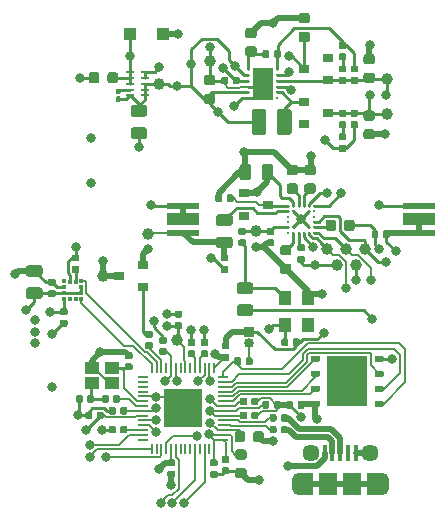
<source format=gtl>
G04 #@! TF.GenerationSoftware,KiCad,Pcbnew,(5.1.5)-3*
G04 #@! TF.CreationDate,2021-09-06T00:05:08-04:00*
G04 #@! TF.ProjectId,EPC611 LIDAR,45504336-3131-4204-9c49-4441522e6b69,rev?*
G04 #@! TF.SameCoordinates,Original*
G04 #@! TF.FileFunction,Copper,L1,Top*
G04 #@! TF.FilePolarity,Positive*
%FSLAX46Y46*%
G04 Gerber Fmt 4.6, Leading zero omitted, Abs format (unit mm)*
G04 Created by KiCad (PCBNEW (5.1.5)-3) date 2021-09-06 00:05:08*
%MOMM*%
%LPD*%
G04 APERTURE LIST*
%ADD10R,1.100000X1.100000*%
%ADD11C,0.100000*%
%ADD12C,1.000000*%
%ADD13R,1.200000X1.000000*%
%ADD14R,1.100000X1.300000*%
%ADD15R,0.376682X0.351536*%
%ADD16R,0.351536X0.376682*%
%ADD17R,0.650001X0.249999*%
%ADD18R,3.400000X4.300000*%
%ADD19R,0.177800X0.812800*%
%ADD20R,0.812800X0.177800*%
%ADD21R,3.200400X3.200400*%
%ADD22C,0.250000*%
%ADD23R,0.250000X0.250000*%
%ADD24R,1.700000X2.700000*%
%ADD25R,0.900000X0.800000*%
%ADD26O,0.850000X0.850000*%
%ADD27R,0.850000X0.850000*%
%ADD28R,1.200000X1.900000*%
%ADD29O,1.200000X1.900000*%
%ADD30R,1.500000X1.900000*%
%ADD31C,1.450000*%
%ADD32R,0.400000X1.350000*%
%ADD33R,2.800000X0.550000*%
%ADD34R,2.800000X1.000000*%
%ADD35C,0.800000*%
%ADD36C,0.155000*%
%ADD37C,0.250000*%
%ADD38C,0.500000*%
%ADD39C,0.200000*%
G04 APERTURE END LIST*
D10*
X93300000Y-74300000D03*
X90500000Y-74300000D03*
G04 #@! TA.AperFunction,SMDPad,CuDef*
D11*
G36*
X98786958Y-100420710D02*
G01*
X98801276Y-100422834D01*
X98815317Y-100426351D01*
X98828946Y-100431228D01*
X98842031Y-100437417D01*
X98854447Y-100444858D01*
X98866073Y-100453481D01*
X98876798Y-100463202D01*
X98886519Y-100473927D01*
X98895142Y-100485553D01*
X98902583Y-100497969D01*
X98908772Y-100511054D01*
X98913649Y-100524683D01*
X98917166Y-100538724D01*
X98919290Y-100553042D01*
X98920000Y-100567500D01*
X98920000Y-100862500D01*
X98919290Y-100876958D01*
X98917166Y-100891276D01*
X98913649Y-100905317D01*
X98908772Y-100918946D01*
X98902583Y-100932031D01*
X98895142Y-100944447D01*
X98886519Y-100956073D01*
X98876798Y-100966798D01*
X98866073Y-100976519D01*
X98854447Y-100985142D01*
X98842031Y-100992583D01*
X98828946Y-100998772D01*
X98815317Y-101003649D01*
X98801276Y-101007166D01*
X98786958Y-101009290D01*
X98772500Y-101010000D01*
X98427500Y-101010000D01*
X98413042Y-101009290D01*
X98398724Y-101007166D01*
X98384683Y-101003649D01*
X98371054Y-100998772D01*
X98357969Y-100992583D01*
X98345553Y-100985142D01*
X98333927Y-100976519D01*
X98323202Y-100966798D01*
X98313481Y-100956073D01*
X98304858Y-100944447D01*
X98297417Y-100932031D01*
X98291228Y-100918946D01*
X98286351Y-100905317D01*
X98282834Y-100891276D01*
X98280710Y-100876958D01*
X98280000Y-100862500D01*
X98280000Y-100567500D01*
X98280710Y-100553042D01*
X98282834Y-100538724D01*
X98286351Y-100524683D01*
X98291228Y-100511054D01*
X98297417Y-100497969D01*
X98304858Y-100485553D01*
X98313481Y-100473927D01*
X98323202Y-100463202D01*
X98333927Y-100453481D01*
X98345553Y-100444858D01*
X98357969Y-100437417D01*
X98371054Y-100431228D01*
X98384683Y-100426351D01*
X98398724Y-100422834D01*
X98413042Y-100420710D01*
X98427500Y-100420000D01*
X98772500Y-100420000D01*
X98786958Y-100420710D01*
G37*
G04 #@! TD.AperFunction*
G04 #@! TA.AperFunction,SMDPad,CuDef*
G36*
X98786958Y-101390710D02*
G01*
X98801276Y-101392834D01*
X98815317Y-101396351D01*
X98828946Y-101401228D01*
X98842031Y-101407417D01*
X98854447Y-101414858D01*
X98866073Y-101423481D01*
X98876798Y-101433202D01*
X98886519Y-101443927D01*
X98895142Y-101455553D01*
X98902583Y-101467969D01*
X98908772Y-101481054D01*
X98913649Y-101494683D01*
X98917166Y-101508724D01*
X98919290Y-101523042D01*
X98920000Y-101537500D01*
X98920000Y-101832500D01*
X98919290Y-101846958D01*
X98917166Y-101861276D01*
X98913649Y-101875317D01*
X98908772Y-101888946D01*
X98902583Y-101902031D01*
X98895142Y-101914447D01*
X98886519Y-101926073D01*
X98876798Y-101936798D01*
X98866073Y-101946519D01*
X98854447Y-101955142D01*
X98842031Y-101962583D01*
X98828946Y-101968772D01*
X98815317Y-101973649D01*
X98801276Y-101977166D01*
X98786958Y-101979290D01*
X98772500Y-101980000D01*
X98427500Y-101980000D01*
X98413042Y-101979290D01*
X98398724Y-101977166D01*
X98384683Y-101973649D01*
X98371054Y-101968772D01*
X98357969Y-101962583D01*
X98345553Y-101955142D01*
X98333927Y-101946519D01*
X98323202Y-101936798D01*
X98313481Y-101926073D01*
X98304858Y-101914447D01*
X98297417Y-101902031D01*
X98291228Y-101888946D01*
X98286351Y-101875317D01*
X98282834Y-101861276D01*
X98280710Y-101846958D01*
X98280000Y-101832500D01*
X98280000Y-101537500D01*
X98280710Y-101523042D01*
X98282834Y-101508724D01*
X98286351Y-101494683D01*
X98291228Y-101481054D01*
X98297417Y-101467969D01*
X98304858Y-101455553D01*
X98313481Y-101443927D01*
X98323202Y-101433202D01*
X98333927Y-101423481D01*
X98345553Y-101414858D01*
X98357969Y-101407417D01*
X98371054Y-101401228D01*
X98384683Y-101396351D01*
X98398724Y-101392834D01*
X98413042Y-101390710D01*
X98427500Y-101390000D01*
X98772500Y-101390000D01*
X98786958Y-101390710D01*
G37*
G04 #@! TD.AperFunction*
G04 #@! TA.AperFunction,SMDPad,CuDef*
G36*
X89609802Y-79590482D02*
G01*
X89619509Y-79591921D01*
X89629028Y-79594306D01*
X89638268Y-79597612D01*
X89647140Y-79601808D01*
X89655557Y-79606853D01*
X89663439Y-79612699D01*
X89670711Y-79619289D01*
X89677301Y-79626561D01*
X89683147Y-79634443D01*
X89688192Y-79642860D01*
X89692388Y-79651732D01*
X89695694Y-79660972D01*
X89698079Y-79670491D01*
X89699518Y-79680198D01*
X89700000Y-79690000D01*
X89700000Y-79950000D01*
X89699518Y-79959802D01*
X89698079Y-79969509D01*
X89695694Y-79979028D01*
X89692388Y-79988268D01*
X89688192Y-79997140D01*
X89683147Y-80005557D01*
X89677301Y-80013439D01*
X89670711Y-80020711D01*
X89663439Y-80027301D01*
X89655557Y-80033147D01*
X89647140Y-80038192D01*
X89638268Y-80042388D01*
X89629028Y-80045694D01*
X89619509Y-80048079D01*
X89609802Y-80049518D01*
X89600000Y-80050000D01*
X89400000Y-80050000D01*
X89390198Y-80049518D01*
X89380491Y-80048079D01*
X89370972Y-80045694D01*
X89361732Y-80042388D01*
X89352860Y-80038192D01*
X89344443Y-80033147D01*
X89336561Y-80027301D01*
X89329289Y-80020711D01*
X89322699Y-80013439D01*
X89316853Y-80005557D01*
X89311808Y-79997140D01*
X89307612Y-79988268D01*
X89304306Y-79979028D01*
X89301921Y-79969509D01*
X89300482Y-79959802D01*
X89300000Y-79950000D01*
X89300000Y-79690000D01*
X89300482Y-79680198D01*
X89301921Y-79670491D01*
X89304306Y-79660972D01*
X89307612Y-79651732D01*
X89311808Y-79642860D01*
X89316853Y-79634443D01*
X89322699Y-79626561D01*
X89329289Y-79619289D01*
X89336561Y-79612699D01*
X89344443Y-79606853D01*
X89352860Y-79601808D01*
X89361732Y-79597612D01*
X89370972Y-79594306D01*
X89380491Y-79591921D01*
X89390198Y-79590482D01*
X89400000Y-79590000D01*
X89600000Y-79590000D01*
X89609802Y-79590482D01*
G37*
G04 #@! TD.AperFunction*
G04 #@! TA.AperFunction,SMDPad,CuDef*
G36*
X89609802Y-78950482D02*
G01*
X89619509Y-78951921D01*
X89629028Y-78954306D01*
X89638268Y-78957612D01*
X89647140Y-78961808D01*
X89655557Y-78966853D01*
X89663439Y-78972699D01*
X89670711Y-78979289D01*
X89677301Y-78986561D01*
X89683147Y-78994443D01*
X89688192Y-79002860D01*
X89692388Y-79011732D01*
X89695694Y-79020972D01*
X89698079Y-79030491D01*
X89699518Y-79040198D01*
X89700000Y-79050000D01*
X89700000Y-79310000D01*
X89699518Y-79319802D01*
X89698079Y-79329509D01*
X89695694Y-79339028D01*
X89692388Y-79348268D01*
X89688192Y-79357140D01*
X89683147Y-79365557D01*
X89677301Y-79373439D01*
X89670711Y-79380711D01*
X89663439Y-79387301D01*
X89655557Y-79393147D01*
X89647140Y-79398192D01*
X89638268Y-79402388D01*
X89629028Y-79405694D01*
X89619509Y-79408079D01*
X89609802Y-79409518D01*
X89600000Y-79410000D01*
X89400000Y-79410000D01*
X89390198Y-79409518D01*
X89380491Y-79408079D01*
X89370972Y-79405694D01*
X89361732Y-79402388D01*
X89352860Y-79398192D01*
X89344443Y-79393147D01*
X89336561Y-79387301D01*
X89329289Y-79380711D01*
X89322699Y-79373439D01*
X89316853Y-79365557D01*
X89311808Y-79357140D01*
X89307612Y-79348268D01*
X89304306Y-79339028D01*
X89301921Y-79329509D01*
X89300482Y-79319802D01*
X89300000Y-79310000D01*
X89300000Y-79050000D01*
X89300482Y-79040198D01*
X89301921Y-79030491D01*
X89304306Y-79020972D01*
X89307612Y-79011732D01*
X89311808Y-79002860D01*
X89316853Y-78994443D01*
X89322699Y-78986561D01*
X89329289Y-78979289D01*
X89336561Y-78972699D01*
X89344443Y-78966853D01*
X89352860Y-78961808D01*
X89361732Y-78957612D01*
X89370972Y-78954306D01*
X89380491Y-78951921D01*
X89390198Y-78950482D01*
X89400000Y-78950000D01*
X89600000Y-78950000D01*
X89609802Y-78950482D01*
G37*
G04 #@! TD.AperFunction*
D12*
X97250000Y-76600000D03*
D13*
X88950000Y-102550000D03*
X87250000Y-102550000D03*
X87250000Y-103850000D03*
X88950000Y-103850000D03*
D14*
X105550000Y-98950000D03*
X105550000Y-96650000D03*
X103650000Y-96650000D03*
X103650000Y-98950000D03*
D15*
X86388800Y-96750189D03*
X86388800Y-96250063D03*
X86388800Y-95749937D03*
X86388800Y-95249811D03*
D16*
X85900063Y-95261200D03*
X85399937Y-95261200D03*
D15*
X84911200Y-95249811D03*
X84911200Y-95749937D03*
X84911200Y-96250063D03*
X84911200Y-96750189D03*
D16*
X85399937Y-96738800D03*
X85900063Y-96738800D03*
D17*
X90500000Y-77500000D03*
X90500000Y-78000002D03*
X90500000Y-78500001D03*
X90500000Y-79000000D03*
X90500000Y-79500002D03*
X91750000Y-79500002D03*
X91750000Y-79000000D03*
X91750000Y-78500001D03*
X91750000Y-78000002D03*
X91750000Y-77500000D03*
D18*
X108900000Y-103700000D03*
G04 #@! TA.AperFunction,SMDPad,CuDef*
D11*
G36*
X106462252Y-105355602D02*
G01*
X106474386Y-105357402D01*
X106486286Y-105360382D01*
X106497835Y-105364515D01*
X106508925Y-105369760D01*
X106519446Y-105376066D01*
X106529299Y-105383374D01*
X106538388Y-105391612D01*
X106546626Y-105400701D01*
X106553934Y-105410554D01*
X106560240Y-105421075D01*
X106565485Y-105432165D01*
X106569618Y-105443714D01*
X106572598Y-105455614D01*
X106574398Y-105467748D01*
X106575000Y-105480000D01*
X106575000Y-105730000D01*
X106574398Y-105742252D01*
X106572598Y-105754386D01*
X106569618Y-105766286D01*
X106565485Y-105777835D01*
X106560240Y-105788925D01*
X106553934Y-105799446D01*
X106546626Y-105809299D01*
X106538388Y-105818388D01*
X106529299Y-105826626D01*
X106519446Y-105833934D01*
X106508925Y-105840240D01*
X106497835Y-105845485D01*
X106486286Y-105849618D01*
X106474386Y-105852598D01*
X106462252Y-105854398D01*
X106450000Y-105855000D01*
X105950000Y-105855000D01*
X105937748Y-105854398D01*
X105925614Y-105852598D01*
X105913714Y-105849618D01*
X105902165Y-105845485D01*
X105891075Y-105840240D01*
X105880554Y-105833934D01*
X105870701Y-105826626D01*
X105861612Y-105818388D01*
X105853374Y-105809299D01*
X105846066Y-105799446D01*
X105839760Y-105788925D01*
X105834515Y-105777835D01*
X105830382Y-105766286D01*
X105827402Y-105754386D01*
X105825602Y-105742252D01*
X105825000Y-105730000D01*
X105825000Y-105480000D01*
X105825602Y-105467748D01*
X105827402Y-105455614D01*
X105830382Y-105443714D01*
X105834515Y-105432165D01*
X105839760Y-105421075D01*
X105846066Y-105410554D01*
X105853374Y-105400701D01*
X105861612Y-105391612D01*
X105870701Y-105383374D01*
X105880554Y-105376066D01*
X105891075Y-105369760D01*
X105902165Y-105364515D01*
X105913714Y-105360382D01*
X105925614Y-105357402D01*
X105937748Y-105355602D01*
X105950000Y-105355000D01*
X106450000Y-105355000D01*
X106462252Y-105355602D01*
G37*
G04 #@! TD.AperFunction*
G04 #@! TA.AperFunction,SMDPad,CuDef*
G36*
X106462252Y-104085602D02*
G01*
X106474386Y-104087402D01*
X106486286Y-104090382D01*
X106497835Y-104094515D01*
X106508925Y-104099760D01*
X106519446Y-104106066D01*
X106529299Y-104113374D01*
X106538388Y-104121612D01*
X106546626Y-104130701D01*
X106553934Y-104140554D01*
X106560240Y-104151075D01*
X106565485Y-104162165D01*
X106569618Y-104173714D01*
X106572598Y-104185614D01*
X106574398Y-104197748D01*
X106575000Y-104210000D01*
X106575000Y-104460000D01*
X106574398Y-104472252D01*
X106572598Y-104484386D01*
X106569618Y-104496286D01*
X106565485Y-104507835D01*
X106560240Y-104518925D01*
X106553934Y-104529446D01*
X106546626Y-104539299D01*
X106538388Y-104548388D01*
X106529299Y-104556626D01*
X106519446Y-104563934D01*
X106508925Y-104570240D01*
X106497835Y-104575485D01*
X106486286Y-104579618D01*
X106474386Y-104582598D01*
X106462252Y-104584398D01*
X106450000Y-104585000D01*
X105950000Y-104585000D01*
X105937748Y-104584398D01*
X105925614Y-104582598D01*
X105913714Y-104579618D01*
X105902165Y-104575485D01*
X105891075Y-104570240D01*
X105880554Y-104563934D01*
X105870701Y-104556626D01*
X105861612Y-104548388D01*
X105853374Y-104539299D01*
X105846066Y-104529446D01*
X105839760Y-104518925D01*
X105834515Y-104507835D01*
X105830382Y-104496286D01*
X105827402Y-104484386D01*
X105825602Y-104472252D01*
X105825000Y-104460000D01*
X105825000Y-104210000D01*
X105825602Y-104197748D01*
X105827402Y-104185614D01*
X105830382Y-104173714D01*
X105834515Y-104162165D01*
X105839760Y-104151075D01*
X105846066Y-104140554D01*
X105853374Y-104130701D01*
X105861612Y-104121612D01*
X105870701Y-104113374D01*
X105880554Y-104106066D01*
X105891075Y-104099760D01*
X105902165Y-104094515D01*
X105913714Y-104090382D01*
X105925614Y-104087402D01*
X105937748Y-104085602D01*
X105950000Y-104085000D01*
X106450000Y-104085000D01*
X106462252Y-104085602D01*
G37*
G04 #@! TD.AperFunction*
G04 #@! TA.AperFunction,SMDPad,CuDef*
G36*
X106462252Y-102815602D02*
G01*
X106474386Y-102817402D01*
X106486286Y-102820382D01*
X106497835Y-102824515D01*
X106508925Y-102829760D01*
X106519446Y-102836066D01*
X106529299Y-102843374D01*
X106538388Y-102851612D01*
X106546626Y-102860701D01*
X106553934Y-102870554D01*
X106560240Y-102881075D01*
X106565485Y-102892165D01*
X106569618Y-102903714D01*
X106572598Y-102915614D01*
X106574398Y-102927748D01*
X106575000Y-102940000D01*
X106575000Y-103190000D01*
X106574398Y-103202252D01*
X106572598Y-103214386D01*
X106569618Y-103226286D01*
X106565485Y-103237835D01*
X106560240Y-103248925D01*
X106553934Y-103259446D01*
X106546626Y-103269299D01*
X106538388Y-103278388D01*
X106529299Y-103286626D01*
X106519446Y-103293934D01*
X106508925Y-103300240D01*
X106497835Y-103305485D01*
X106486286Y-103309618D01*
X106474386Y-103312598D01*
X106462252Y-103314398D01*
X106450000Y-103315000D01*
X105950000Y-103315000D01*
X105937748Y-103314398D01*
X105925614Y-103312598D01*
X105913714Y-103309618D01*
X105902165Y-103305485D01*
X105891075Y-103300240D01*
X105880554Y-103293934D01*
X105870701Y-103286626D01*
X105861612Y-103278388D01*
X105853374Y-103269299D01*
X105846066Y-103259446D01*
X105839760Y-103248925D01*
X105834515Y-103237835D01*
X105830382Y-103226286D01*
X105827402Y-103214386D01*
X105825602Y-103202252D01*
X105825000Y-103190000D01*
X105825000Y-102940000D01*
X105825602Y-102927748D01*
X105827402Y-102915614D01*
X105830382Y-102903714D01*
X105834515Y-102892165D01*
X105839760Y-102881075D01*
X105846066Y-102870554D01*
X105853374Y-102860701D01*
X105861612Y-102851612D01*
X105870701Y-102843374D01*
X105880554Y-102836066D01*
X105891075Y-102829760D01*
X105902165Y-102824515D01*
X105913714Y-102820382D01*
X105925614Y-102817402D01*
X105937748Y-102815602D01*
X105950000Y-102815000D01*
X106450000Y-102815000D01*
X106462252Y-102815602D01*
G37*
G04 #@! TD.AperFunction*
G04 #@! TA.AperFunction,SMDPad,CuDef*
G36*
X106462252Y-101545602D02*
G01*
X106474386Y-101547402D01*
X106486286Y-101550382D01*
X106497835Y-101554515D01*
X106508925Y-101559760D01*
X106519446Y-101566066D01*
X106529299Y-101573374D01*
X106538388Y-101581612D01*
X106546626Y-101590701D01*
X106553934Y-101600554D01*
X106560240Y-101611075D01*
X106565485Y-101622165D01*
X106569618Y-101633714D01*
X106572598Y-101645614D01*
X106574398Y-101657748D01*
X106575000Y-101670000D01*
X106575000Y-101920000D01*
X106574398Y-101932252D01*
X106572598Y-101944386D01*
X106569618Y-101956286D01*
X106565485Y-101967835D01*
X106560240Y-101978925D01*
X106553934Y-101989446D01*
X106546626Y-101999299D01*
X106538388Y-102008388D01*
X106529299Y-102016626D01*
X106519446Y-102023934D01*
X106508925Y-102030240D01*
X106497835Y-102035485D01*
X106486286Y-102039618D01*
X106474386Y-102042598D01*
X106462252Y-102044398D01*
X106450000Y-102045000D01*
X105950000Y-102045000D01*
X105937748Y-102044398D01*
X105925614Y-102042598D01*
X105913714Y-102039618D01*
X105902165Y-102035485D01*
X105891075Y-102030240D01*
X105880554Y-102023934D01*
X105870701Y-102016626D01*
X105861612Y-102008388D01*
X105853374Y-101999299D01*
X105846066Y-101989446D01*
X105839760Y-101978925D01*
X105834515Y-101967835D01*
X105830382Y-101956286D01*
X105827402Y-101944386D01*
X105825602Y-101932252D01*
X105825000Y-101920000D01*
X105825000Y-101670000D01*
X105825602Y-101657748D01*
X105827402Y-101645614D01*
X105830382Y-101633714D01*
X105834515Y-101622165D01*
X105839760Y-101611075D01*
X105846066Y-101600554D01*
X105853374Y-101590701D01*
X105861612Y-101581612D01*
X105870701Y-101573374D01*
X105880554Y-101566066D01*
X105891075Y-101559760D01*
X105902165Y-101554515D01*
X105913714Y-101550382D01*
X105925614Y-101547402D01*
X105937748Y-101545602D01*
X105950000Y-101545000D01*
X106450000Y-101545000D01*
X106462252Y-101545602D01*
G37*
G04 #@! TD.AperFunction*
G04 #@! TA.AperFunction,SMDPad,CuDef*
G36*
X111862252Y-101545602D02*
G01*
X111874386Y-101547402D01*
X111886286Y-101550382D01*
X111897835Y-101554515D01*
X111908925Y-101559760D01*
X111919446Y-101566066D01*
X111929299Y-101573374D01*
X111938388Y-101581612D01*
X111946626Y-101590701D01*
X111953934Y-101600554D01*
X111960240Y-101611075D01*
X111965485Y-101622165D01*
X111969618Y-101633714D01*
X111972598Y-101645614D01*
X111974398Y-101657748D01*
X111975000Y-101670000D01*
X111975000Y-101920000D01*
X111974398Y-101932252D01*
X111972598Y-101944386D01*
X111969618Y-101956286D01*
X111965485Y-101967835D01*
X111960240Y-101978925D01*
X111953934Y-101989446D01*
X111946626Y-101999299D01*
X111938388Y-102008388D01*
X111929299Y-102016626D01*
X111919446Y-102023934D01*
X111908925Y-102030240D01*
X111897835Y-102035485D01*
X111886286Y-102039618D01*
X111874386Y-102042598D01*
X111862252Y-102044398D01*
X111850000Y-102045000D01*
X111350000Y-102045000D01*
X111337748Y-102044398D01*
X111325614Y-102042598D01*
X111313714Y-102039618D01*
X111302165Y-102035485D01*
X111291075Y-102030240D01*
X111280554Y-102023934D01*
X111270701Y-102016626D01*
X111261612Y-102008388D01*
X111253374Y-101999299D01*
X111246066Y-101989446D01*
X111239760Y-101978925D01*
X111234515Y-101967835D01*
X111230382Y-101956286D01*
X111227402Y-101944386D01*
X111225602Y-101932252D01*
X111225000Y-101920000D01*
X111225000Y-101670000D01*
X111225602Y-101657748D01*
X111227402Y-101645614D01*
X111230382Y-101633714D01*
X111234515Y-101622165D01*
X111239760Y-101611075D01*
X111246066Y-101600554D01*
X111253374Y-101590701D01*
X111261612Y-101581612D01*
X111270701Y-101573374D01*
X111280554Y-101566066D01*
X111291075Y-101559760D01*
X111302165Y-101554515D01*
X111313714Y-101550382D01*
X111325614Y-101547402D01*
X111337748Y-101545602D01*
X111350000Y-101545000D01*
X111850000Y-101545000D01*
X111862252Y-101545602D01*
G37*
G04 #@! TD.AperFunction*
G04 #@! TA.AperFunction,SMDPad,CuDef*
G36*
X111862252Y-102815602D02*
G01*
X111874386Y-102817402D01*
X111886286Y-102820382D01*
X111897835Y-102824515D01*
X111908925Y-102829760D01*
X111919446Y-102836066D01*
X111929299Y-102843374D01*
X111938388Y-102851612D01*
X111946626Y-102860701D01*
X111953934Y-102870554D01*
X111960240Y-102881075D01*
X111965485Y-102892165D01*
X111969618Y-102903714D01*
X111972598Y-102915614D01*
X111974398Y-102927748D01*
X111975000Y-102940000D01*
X111975000Y-103190000D01*
X111974398Y-103202252D01*
X111972598Y-103214386D01*
X111969618Y-103226286D01*
X111965485Y-103237835D01*
X111960240Y-103248925D01*
X111953934Y-103259446D01*
X111946626Y-103269299D01*
X111938388Y-103278388D01*
X111929299Y-103286626D01*
X111919446Y-103293934D01*
X111908925Y-103300240D01*
X111897835Y-103305485D01*
X111886286Y-103309618D01*
X111874386Y-103312598D01*
X111862252Y-103314398D01*
X111850000Y-103315000D01*
X111350000Y-103315000D01*
X111337748Y-103314398D01*
X111325614Y-103312598D01*
X111313714Y-103309618D01*
X111302165Y-103305485D01*
X111291075Y-103300240D01*
X111280554Y-103293934D01*
X111270701Y-103286626D01*
X111261612Y-103278388D01*
X111253374Y-103269299D01*
X111246066Y-103259446D01*
X111239760Y-103248925D01*
X111234515Y-103237835D01*
X111230382Y-103226286D01*
X111227402Y-103214386D01*
X111225602Y-103202252D01*
X111225000Y-103190000D01*
X111225000Y-102940000D01*
X111225602Y-102927748D01*
X111227402Y-102915614D01*
X111230382Y-102903714D01*
X111234515Y-102892165D01*
X111239760Y-102881075D01*
X111246066Y-102870554D01*
X111253374Y-102860701D01*
X111261612Y-102851612D01*
X111270701Y-102843374D01*
X111280554Y-102836066D01*
X111291075Y-102829760D01*
X111302165Y-102824515D01*
X111313714Y-102820382D01*
X111325614Y-102817402D01*
X111337748Y-102815602D01*
X111350000Y-102815000D01*
X111850000Y-102815000D01*
X111862252Y-102815602D01*
G37*
G04 #@! TD.AperFunction*
G04 #@! TA.AperFunction,SMDPad,CuDef*
G36*
X111862252Y-104085602D02*
G01*
X111874386Y-104087402D01*
X111886286Y-104090382D01*
X111897835Y-104094515D01*
X111908925Y-104099760D01*
X111919446Y-104106066D01*
X111929299Y-104113374D01*
X111938388Y-104121612D01*
X111946626Y-104130701D01*
X111953934Y-104140554D01*
X111960240Y-104151075D01*
X111965485Y-104162165D01*
X111969618Y-104173714D01*
X111972598Y-104185614D01*
X111974398Y-104197748D01*
X111975000Y-104210000D01*
X111975000Y-104460000D01*
X111974398Y-104472252D01*
X111972598Y-104484386D01*
X111969618Y-104496286D01*
X111965485Y-104507835D01*
X111960240Y-104518925D01*
X111953934Y-104529446D01*
X111946626Y-104539299D01*
X111938388Y-104548388D01*
X111929299Y-104556626D01*
X111919446Y-104563934D01*
X111908925Y-104570240D01*
X111897835Y-104575485D01*
X111886286Y-104579618D01*
X111874386Y-104582598D01*
X111862252Y-104584398D01*
X111850000Y-104585000D01*
X111350000Y-104585000D01*
X111337748Y-104584398D01*
X111325614Y-104582598D01*
X111313714Y-104579618D01*
X111302165Y-104575485D01*
X111291075Y-104570240D01*
X111280554Y-104563934D01*
X111270701Y-104556626D01*
X111261612Y-104548388D01*
X111253374Y-104539299D01*
X111246066Y-104529446D01*
X111239760Y-104518925D01*
X111234515Y-104507835D01*
X111230382Y-104496286D01*
X111227402Y-104484386D01*
X111225602Y-104472252D01*
X111225000Y-104460000D01*
X111225000Y-104210000D01*
X111225602Y-104197748D01*
X111227402Y-104185614D01*
X111230382Y-104173714D01*
X111234515Y-104162165D01*
X111239760Y-104151075D01*
X111246066Y-104140554D01*
X111253374Y-104130701D01*
X111261612Y-104121612D01*
X111270701Y-104113374D01*
X111280554Y-104106066D01*
X111291075Y-104099760D01*
X111302165Y-104094515D01*
X111313714Y-104090382D01*
X111325614Y-104087402D01*
X111337748Y-104085602D01*
X111350000Y-104085000D01*
X111850000Y-104085000D01*
X111862252Y-104085602D01*
G37*
G04 #@! TD.AperFunction*
G04 #@! TA.AperFunction,SMDPad,CuDef*
G36*
X111862252Y-105355602D02*
G01*
X111874386Y-105357402D01*
X111886286Y-105360382D01*
X111897835Y-105364515D01*
X111908925Y-105369760D01*
X111919446Y-105376066D01*
X111929299Y-105383374D01*
X111938388Y-105391612D01*
X111946626Y-105400701D01*
X111953934Y-105410554D01*
X111960240Y-105421075D01*
X111965485Y-105432165D01*
X111969618Y-105443714D01*
X111972598Y-105455614D01*
X111974398Y-105467748D01*
X111975000Y-105480000D01*
X111975000Y-105730000D01*
X111974398Y-105742252D01*
X111972598Y-105754386D01*
X111969618Y-105766286D01*
X111965485Y-105777835D01*
X111960240Y-105788925D01*
X111953934Y-105799446D01*
X111946626Y-105809299D01*
X111938388Y-105818388D01*
X111929299Y-105826626D01*
X111919446Y-105833934D01*
X111908925Y-105840240D01*
X111897835Y-105845485D01*
X111886286Y-105849618D01*
X111874386Y-105852598D01*
X111862252Y-105854398D01*
X111850000Y-105855000D01*
X111350000Y-105855000D01*
X111337748Y-105854398D01*
X111325614Y-105852598D01*
X111313714Y-105849618D01*
X111302165Y-105845485D01*
X111291075Y-105840240D01*
X111280554Y-105833934D01*
X111270701Y-105826626D01*
X111261612Y-105818388D01*
X111253374Y-105809299D01*
X111246066Y-105799446D01*
X111239760Y-105788925D01*
X111234515Y-105777835D01*
X111230382Y-105766286D01*
X111227402Y-105754386D01*
X111225602Y-105742252D01*
X111225000Y-105730000D01*
X111225000Y-105480000D01*
X111225602Y-105467748D01*
X111227402Y-105455614D01*
X111230382Y-105443714D01*
X111234515Y-105432165D01*
X111239760Y-105421075D01*
X111246066Y-105410554D01*
X111253374Y-105400701D01*
X111261612Y-105391612D01*
X111270701Y-105383374D01*
X111280554Y-105376066D01*
X111291075Y-105369760D01*
X111302165Y-105364515D01*
X111313714Y-105360382D01*
X111325614Y-105357402D01*
X111337748Y-105355602D01*
X111350000Y-105355000D01*
X111850000Y-105355000D01*
X111862252Y-105355602D01*
G37*
G04 #@! TD.AperFunction*
D19*
X97641600Y-102596400D03*
X97235200Y-102596400D03*
X96828800Y-102596400D03*
X96422400Y-102596400D03*
X96016000Y-102596400D03*
X95609600Y-102596400D03*
X95203200Y-102596400D03*
X94796800Y-102596400D03*
X94390400Y-102596400D03*
X93984000Y-102596400D03*
X93577600Y-102596400D03*
X93171200Y-102596400D03*
X92764800Y-102596400D03*
X92358400Y-102596400D03*
D20*
X91596400Y-103358400D03*
X91596400Y-103764800D03*
X91596400Y-104171200D03*
X91596400Y-104577600D03*
X91596400Y-104984000D03*
X91596400Y-105390400D03*
X91596400Y-105796800D03*
X91596400Y-106203200D03*
X91596400Y-106609600D03*
X91596400Y-107016000D03*
X91596400Y-107422400D03*
X91596400Y-107828800D03*
X91596400Y-108235200D03*
X91596400Y-108641600D03*
D19*
X92358400Y-109403600D03*
X92764800Y-109403600D03*
X93171200Y-109403600D03*
X93577600Y-109403600D03*
X93984000Y-109403600D03*
X94390400Y-109403600D03*
X94796800Y-109403600D03*
X95203200Y-109403600D03*
X95609600Y-109403600D03*
X96016000Y-109403600D03*
X96422400Y-109403600D03*
X96828800Y-109403600D03*
X97235200Y-109403600D03*
X97641600Y-109403600D03*
D20*
X98403600Y-108641600D03*
X98403600Y-108235200D03*
X98403600Y-107828800D03*
X98403600Y-107422400D03*
X98403600Y-107016000D03*
X98403600Y-106609600D03*
X98403600Y-106203200D03*
X98403600Y-105796800D03*
X98403600Y-105390400D03*
X98403600Y-104984000D03*
X98403600Y-104577600D03*
X98403600Y-104171200D03*
X98403600Y-103764800D03*
X98403600Y-103358400D03*
D21*
X95000000Y-106000000D03*
D22*
X106125000Y-88875000D03*
X105675000Y-88875000D03*
X105225000Y-88875000D03*
X104775000Y-88875000D03*
X104325000Y-88875000D03*
X103875000Y-88875000D03*
X106125000Y-89325000D03*
X105675000Y-89325000D03*
X104325000Y-89325000D03*
X103875000Y-89325000D03*
X106125000Y-89775000D03*
X103875000Y-89775000D03*
X106125000Y-90225000D03*
X103875000Y-90225000D03*
X106125000Y-90675000D03*
X105675000Y-90675000D03*
X104325000Y-90675000D03*
X103875000Y-90675000D03*
X106125000Y-91125000D03*
X105675000Y-91125000D03*
X105225000Y-91125000D03*
X104775000Y-91125000D03*
X104325000Y-91125000D03*
X103875000Y-91125000D03*
D23*
X100525000Y-77250000D03*
X102975000Y-77250000D03*
D24*
X101750000Y-78500000D03*
D23*
X100525000Y-79750000D03*
X100525000Y-79250000D03*
X100525000Y-78750000D03*
X100525000Y-78250000D03*
X100525000Y-77750000D03*
X102975000Y-77750000D03*
X102975000Y-78250000D03*
X102975000Y-78750000D03*
X102975000Y-79250000D03*
X102975000Y-79750000D03*
D12*
X94500000Y-100200000D03*
X88200000Y-94800000D03*
X92000000Y-91250000D03*
X101200000Y-91000000D03*
X93000000Y-78500000D03*
X112250000Y-81100000D03*
X112250000Y-78100000D03*
G04 #@! TA.AperFunction,SMDPad,CuDef*
D11*
G36*
X94786958Y-98690710D02*
G01*
X94801276Y-98692834D01*
X94815317Y-98696351D01*
X94828946Y-98701228D01*
X94842031Y-98707417D01*
X94854447Y-98714858D01*
X94866073Y-98723481D01*
X94876798Y-98733202D01*
X94886519Y-98743927D01*
X94895142Y-98755553D01*
X94902583Y-98767969D01*
X94908772Y-98781054D01*
X94913649Y-98794683D01*
X94917166Y-98808724D01*
X94919290Y-98823042D01*
X94920000Y-98837500D01*
X94920000Y-99132500D01*
X94919290Y-99146958D01*
X94917166Y-99161276D01*
X94913649Y-99175317D01*
X94908772Y-99188946D01*
X94902583Y-99202031D01*
X94895142Y-99214447D01*
X94886519Y-99226073D01*
X94876798Y-99236798D01*
X94866073Y-99246519D01*
X94854447Y-99255142D01*
X94842031Y-99262583D01*
X94828946Y-99268772D01*
X94815317Y-99273649D01*
X94801276Y-99277166D01*
X94786958Y-99279290D01*
X94772500Y-99280000D01*
X94427500Y-99280000D01*
X94413042Y-99279290D01*
X94398724Y-99277166D01*
X94384683Y-99273649D01*
X94371054Y-99268772D01*
X94357969Y-99262583D01*
X94345553Y-99255142D01*
X94333927Y-99246519D01*
X94323202Y-99236798D01*
X94313481Y-99226073D01*
X94304858Y-99214447D01*
X94297417Y-99202031D01*
X94291228Y-99188946D01*
X94286351Y-99175317D01*
X94282834Y-99161276D01*
X94280710Y-99146958D01*
X94280000Y-99132500D01*
X94280000Y-98837500D01*
X94280710Y-98823042D01*
X94282834Y-98808724D01*
X94286351Y-98794683D01*
X94291228Y-98781054D01*
X94297417Y-98767969D01*
X94304858Y-98755553D01*
X94313481Y-98743927D01*
X94323202Y-98733202D01*
X94333927Y-98723481D01*
X94345553Y-98714858D01*
X94357969Y-98707417D01*
X94371054Y-98701228D01*
X94384683Y-98696351D01*
X94398724Y-98692834D01*
X94413042Y-98690710D01*
X94427500Y-98690000D01*
X94772500Y-98690000D01*
X94786958Y-98690710D01*
G37*
G04 #@! TD.AperFunction*
G04 #@! TA.AperFunction,SMDPad,CuDef*
G36*
X94786958Y-97720710D02*
G01*
X94801276Y-97722834D01*
X94815317Y-97726351D01*
X94828946Y-97731228D01*
X94842031Y-97737417D01*
X94854447Y-97744858D01*
X94866073Y-97753481D01*
X94876798Y-97763202D01*
X94886519Y-97773927D01*
X94895142Y-97785553D01*
X94902583Y-97797969D01*
X94908772Y-97811054D01*
X94913649Y-97824683D01*
X94917166Y-97838724D01*
X94919290Y-97853042D01*
X94920000Y-97867500D01*
X94920000Y-98162500D01*
X94919290Y-98176958D01*
X94917166Y-98191276D01*
X94913649Y-98205317D01*
X94908772Y-98218946D01*
X94902583Y-98232031D01*
X94895142Y-98244447D01*
X94886519Y-98256073D01*
X94876798Y-98266798D01*
X94866073Y-98276519D01*
X94854447Y-98285142D01*
X94842031Y-98292583D01*
X94828946Y-98298772D01*
X94815317Y-98303649D01*
X94801276Y-98307166D01*
X94786958Y-98309290D01*
X94772500Y-98310000D01*
X94427500Y-98310000D01*
X94413042Y-98309290D01*
X94398724Y-98307166D01*
X94384683Y-98303649D01*
X94371054Y-98298772D01*
X94357969Y-98292583D01*
X94345553Y-98285142D01*
X94333927Y-98276519D01*
X94323202Y-98266798D01*
X94313481Y-98256073D01*
X94304858Y-98244447D01*
X94297417Y-98232031D01*
X94291228Y-98218946D01*
X94286351Y-98205317D01*
X94282834Y-98191276D01*
X94280710Y-98176958D01*
X94280000Y-98162500D01*
X94280000Y-97867500D01*
X94280710Y-97853042D01*
X94282834Y-97838724D01*
X94286351Y-97824683D01*
X94291228Y-97811054D01*
X94297417Y-97797969D01*
X94304858Y-97785553D01*
X94313481Y-97773927D01*
X94323202Y-97763202D01*
X94333927Y-97753481D01*
X94345553Y-97744858D01*
X94357969Y-97737417D01*
X94371054Y-97731228D01*
X94384683Y-97726351D01*
X94398724Y-97722834D01*
X94413042Y-97720710D01*
X94427500Y-97720000D01*
X94772500Y-97720000D01*
X94786958Y-97720710D01*
G37*
G04 #@! TD.AperFunction*
G04 #@! TA.AperFunction,SMDPad,CuDef*
G36*
X100730142Y-97201174D02*
G01*
X100753803Y-97204684D01*
X100777007Y-97210496D01*
X100799529Y-97218554D01*
X100821153Y-97228782D01*
X100841670Y-97241079D01*
X100860883Y-97255329D01*
X100878607Y-97271393D01*
X100894671Y-97289117D01*
X100908921Y-97308330D01*
X100921218Y-97328847D01*
X100931446Y-97350471D01*
X100939504Y-97372993D01*
X100945316Y-97396197D01*
X100948826Y-97419858D01*
X100950000Y-97443750D01*
X100950000Y-97931250D01*
X100948826Y-97955142D01*
X100945316Y-97978803D01*
X100939504Y-98002007D01*
X100931446Y-98024529D01*
X100921218Y-98046153D01*
X100908921Y-98066670D01*
X100894671Y-98085883D01*
X100878607Y-98103607D01*
X100860883Y-98119671D01*
X100841670Y-98133921D01*
X100821153Y-98146218D01*
X100799529Y-98156446D01*
X100777007Y-98164504D01*
X100753803Y-98170316D01*
X100730142Y-98173826D01*
X100706250Y-98175000D01*
X99793750Y-98175000D01*
X99769858Y-98173826D01*
X99746197Y-98170316D01*
X99722993Y-98164504D01*
X99700471Y-98156446D01*
X99678847Y-98146218D01*
X99658330Y-98133921D01*
X99639117Y-98119671D01*
X99621393Y-98103607D01*
X99605329Y-98085883D01*
X99591079Y-98066670D01*
X99578782Y-98046153D01*
X99568554Y-98024529D01*
X99560496Y-98002007D01*
X99554684Y-97978803D01*
X99551174Y-97955142D01*
X99550000Y-97931250D01*
X99550000Y-97443750D01*
X99551174Y-97419858D01*
X99554684Y-97396197D01*
X99560496Y-97372993D01*
X99568554Y-97350471D01*
X99578782Y-97328847D01*
X99591079Y-97308330D01*
X99605329Y-97289117D01*
X99621393Y-97271393D01*
X99639117Y-97255329D01*
X99658330Y-97241079D01*
X99678847Y-97228782D01*
X99700471Y-97218554D01*
X99722993Y-97210496D01*
X99746197Y-97204684D01*
X99769858Y-97201174D01*
X99793750Y-97200000D01*
X100706250Y-97200000D01*
X100730142Y-97201174D01*
G37*
G04 #@! TD.AperFunction*
G04 #@! TA.AperFunction,SMDPad,CuDef*
G36*
X100730142Y-95326174D02*
G01*
X100753803Y-95329684D01*
X100777007Y-95335496D01*
X100799529Y-95343554D01*
X100821153Y-95353782D01*
X100841670Y-95366079D01*
X100860883Y-95380329D01*
X100878607Y-95396393D01*
X100894671Y-95414117D01*
X100908921Y-95433330D01*
X100921218Y-95453847D01*
X100931446Y-95475471D01*
X100939504Y-95497993D01*
X100945316Y-95521197D01*
X100948826Y-95544858D01*
X100950000Y-95568750D01*
X100950000Y-96056250D01*
X100948826Y-96080142D01*
X100945316Y-96103803D01*
X100939504Y-96127007D01*
X100931446Y-96149529D01*
X100921218Y-96171153D01*
X100908921Y-96191670D01*
X100894671Y-96210883D01*
X100878607Y-96228607D01*
X100860883Y-96244671D01*
X100841670Y-96258921D01*
X100821153Y-96271218D01*
X100799529Y-96281446D01*
X100777007Y-96289504D01*
X100753803Y-96295316D01*
X100730142Y-96298826D01*
X100706250Y-96300000D01*
X99793750Y-96300000D01*
X99769858Y-96298826D01*
X99746197Y-96295316D01*
X99722993Y-96289504D01*
X99700471Y-96281446D01*
X99678847Y-96271218D01*
X99658330Y-96258921D01*
X99639117Y-96244671D01*
X99621393Y-96228607D01*
X99605329Y-96210883D01*
X99591079Y-96191670D01*
X99578782Y-96171153D01*
X99568554Y-96149529D01*
X99560496Y-96127007D01*
X99554684Y-96103803D01*
X99551174Y-96080142D01*
X99550000Y-96056250D01*
X99550000Y-95568750D01*
X99551174Y-95544858D01*
X99554684Y-95521197D01*
X99560496Y-95497993D01*
X99568554Y-95475471D01*
X99578782Y-95453847D01*
X99591079Y-95433330D01*
X99605329Y-95414117D01*
X99621393Y-95396393D01*
X99639117Y-95380329D01*
X99658330Y-95366079D01*
X99678847Y-95353782D01*
X99700471Y-95343554D01*
X99722993Y-95335496D01*
X99746197Y-95329684D01*
X99769858Y-95326174D01*
X99793750Y-95325000D01*
X100706250Y-95325000D01*
X100730142Y-95326174D01*
G37*
G04 #@! TD.AperFunction*
G04 #@! TA.AperFunction,SMDPad,CuDef*
G36*
X88576958Y-104880710D02*
G01*
X88591276Y-104882834D01*
X88605317Y-104886351D01*
X88618946Y-104891228D01*
X88632031Y-104897417D01*
X88644447Y-104904858D01*
X88656073Y-104913481D01*
X88666798Y-104923202D01*
X88676519Y-104933927D01*
X88685142Y-104945553D01*
X88692583Y-104957969D01*
X88698772Y-104971054D01*
X88703649Y-104984683D01*
X88707166Y-104998724D01*
X88709290Y-105013042D01*
X88710000Y-105027500D01*
X88710000Y-105372500D01*
X88709290Y-105386958D01*
X88707166Y-105401276D01*
X88703649Y-105415317D01*
X88698772Y-105428946D01*
X88692583Y-105442031D01*
X88685142Y-105454447D01*
X88676519Y-105466073D01*
X88666798Y-105476798D01*
X88656073Y-105486519D01*
X88644447Y-105495142D01*
X88632031Y-105502583D01*
X88618946Y-105508772D01*
X88605317Y-105513649D01*
X88591276Y-105517166D01*
X88576958Y-105519290D01*
X88562500Y-105520000D01*
X88267500Y-105520000D01*
X88253042Y-105519290D01*
X88238724Y-105517166D01*
X88224683Y-105513649D01*
X88211054Y-105508772D01*
X88197969Y-105502583D01*
X88185553Y-105495142D01*
X88173927Y-105486519D01*
X88163202Y-105476798D01*
X88153481Y-105466073D01*
X88144858Y-105454447D01*
X88137417Y-105442031D01*
X88131228Y-105428946D01*
X88126351Y-105415317D01*
X88122834Y-105401276D01*
X88120710Y-105386958D01*
X88120000Y-105372500D01*
X88120000Y-105027500D01*
X88120710Y-105013042D01*
X88122834Y-104998724D01*
X88126351Y-104984683D01*
X88131228Y-104971054D01*
X88137417Y-104957969D01*
X88144858Y-104945553D01*
X88153481Y-104933927D01*
X88163202Y-104923202D01*
X88173927Y-104913481D01*
X88185553Y-104904858D01*
X88197969Y-104897417D01*
X88211054Y-104891228D01*
X88224683Y-104886351D01*
X88238724Y-104882834D01*
X88253042Y-104880710D01*
X88267500Y-104880000D01*
X88562500Y-104880000D01*
X88576958Y-104880710D01*
G37*
G04 #@! TD.AperFunction*
G04 #@! TA.AperFunction,SMDPad,CuDef*
G36*
X89546958Y-104880710D02*
G01*
X89561276Y-104882834D01*
X89575317Y-104886351D01*
X89588946Y-104891228D01*
X89602031Y-104897417D01*
X89614447Y-104904858D01*
X89626073Y-104913481D01*
X89636798Y-104923202D01*
X89646519Y-104933927D01*
X89655142Y-104945553D01*
X89662583Y-104957969D01*
X89668772Y-104971054D01*
X89673649Y-104984683D01*
X89677166Y-104998724D01*
X89679290Y-105013042D01*
X89680000Y-105027500D01*
X89680000Y-105372500D01*
X89679290Y-105386958D01*
X89677166Y-105401276D01*
X89673649Y-105415317D01*
X89668772Y-105428946D01*
X89662583Y-105442031D01*
X89655142Y-105454447D01*
X89646519Y-105466073D01*
X89636798Y-105476798D01*
X89626073Y-105486519D01*
X89614447Y-105495142D01*
X89602031Y-105502583D01*
X89588946Y-105508772D01*
X89575317Y-105513649D01*
X89561276Y-105517166D01*
X89546958Y-105519290D01*
X89532500Y-105520000D01*
X89237500Y-105520000D01*
X89223042Y-105519290D01*
X89208724Y-105517166D01*
X89194683Y-105513649D01*
X89181054Y-105508772D01*
X89167969Y-105502583D01*
X89155553Y-105495142D01*
X89143927Y-105486519D01*
X89133202Y-105476798D01*
X89123481Y-105466073D01*
X89114858Y-105454447D01*
X89107417Y-105442031D01*
X89101228Y-105428946D01*
X89096351Y-105415317D01*
X89092834Y-105401276D01*
X89090710Y-105386958D01*
X89090000Y-105372500D01*
X89090000Y-105027500D01*
X89090710Y-105013042D01*
X89092834Y-104998724D01*
X89096351Y-104984683D01*
X89101228Y-104971054D01*
X89107417Y-104957969D01*
X89114858Y-104945553D01*
X89123481Y-104933927D01*
X89133202Y-104923202D01*
X89143927Y-104913481D01*
X89155553Y-104904858D01*
X89167969Y-104897417D01*
X89181054Y-104891228D01*
X89194683Y-104886351D01*
X89208724Y-104882834D01*
X89223042Y-104880710D01*
X89237500Y-104880000D01*
X89532500Y-104880000D01*
X89546958Y-104880710D01*
G37*
G04 #@! TD.AperFunction*
G04 #@! TA.AperFunction,SMDPad,CuDef*
G36*
X99776958Y-101680710D02*
G01*
X99791276Y-101682834D01*
X99805317Y-101686351D01*
X99818946Y-101691228D01*
X99832031Y-101697417D01*
X99844447Y-101704858D01*
X99856073Y-101713481D01*
X99866798Y-101723202D01*
X99876519Y-101733927D01*
X99885142Y-101745553D01*
X99892583Y-101757969D01*
X99898772Y-101771054D01*
X99903649Y-101784683D01*
X99907166Y-101798724D01*
X99909290Y-101813042D01*
X99910000Y-101827500D01*
X99910000Y-102172500D01*
X99909290Y-102186958D01*
X99907166Y-102201276D01*
X99903649Y-102215317D01*
X99898772Y-102228946D01*
X99892583Y-102242031D01*
X99885142Y-102254447D01*
X99876519Y-102266073D01*
X99866798Y-102276798D01*
X99856073Y-102286519D01*
X99844447Y-102295142D01*
X99832031Y-102302583D01*
X99818946Y-102308772D01*
X99805317Y-102313649D01*
X99791276Y-102317166D01*
X99776958Y-102319290D01*
X99762500Y-102320000D01*
X99467500Y-102320000D01*
X99453042Y-102319290D01*
X99438724Y-102317166D01*
X99424683Y-102313649D01*
X99411054Y-102308772D01*
X99397969Y-102302583D01*
X99385553Y-102295142D01*
X99373927Y-102286519D01*
X99363202Y-102276798D01*
X99353481Y-102266073D01*
X99344858Y-102254447D01*
X99337417Y-102242031D01*
X99331228Y-102228946D01*
X99326351Y-102215317D01*
X99322834Y-102201276D01*
X99320710Y-102186958D01*
X99320000Y-102172500D01*
X99320000Y-101827500D01*
X99320710Y-101813042D01*
X99322834Y-101798724D01*
X99326351Y-101784683D01*
X99331228Y-101771054D01*
X99337417Y-101757969D01*
X99344858Y-101745553D01*
X99353481Y-101733927D01*
X99363202Y-101723202D01*
X99373927Y-101713481D01*
X99385553Y-101704858D01*
X99397969Y-101697417D01*
X99411054Y-101691228D01*
X99424683Y-101686351D01*
X99438724Y-101682834D01*
X99453042Y-101680710D01*
X99467500Y-101680000D01*
X99762500Y-101680000D01*
X99776958Y-101680710D01*
G37*
G04 #@! TD.AperFunction*
G04 #@! TA.AperFunction,SMDPad,CuDef*
G36*
X100746958Y-101680710D02*
G01*
X100761276Y-101682834D01*
X100775317Y-101686351D01*
X100788946Y-101691228D01*
X100802031Y-101697417D01*
X100814447Y-101704858D01*
X100826073Y-101713481D01*
X100836798Y-101723202D01*
X100846519Y-101733927D01*
X100855142Y-101745553D01*
X100862583Y-101757969D01*
X100868772Y-101771054D01*
X100873649Y-101784683D01*
X100877166Y-101798724D01*
X100879290Y-101813042D01*
X100880000Y-101827500D01*
X100880000Y-102172500D01*
X100879290Y-102186958D01*
X100877166Y-102201276D01*
X100873649Y-102215317D01*
X100868772Y-102228946D01*
X100862583Y-102242031D01*
X100855142Y-102254447D01*
X100846519Y-102266073D01*
X100836798Y-102276798D01*
X100826073Y-102286519D01*
X100814447Y-102295142D01*
X100802031Y-102302583D01*
X100788946Y-102308772D01*
X100775317Y-102313649D01*
X100761276Y-102317166D01*
X100746958Y-102319290D01*
X100732500Y-102320000D01*
X100437500Y-102320000D01*
X100423042Y-102319290D01*
X100408724Y-102317166D01*
X100394683Y-102313649D01*
X100381054Y-102308772D01*
X100367969Y-102302583D01*
X100355553Y-102295142D01*
X100343927Y-102286519D01*
X100333202Y-102276798D01*
X100323481Y-102266073D01*
X100314858Y-102254447D01*
X100307417Y-102242031D01*
X100301228Y-102228946D01*
X100296351Y-102215317D01*
X100292834Y-102201276D01*
X100290710Y-102186958D01*
X100290000Y-102172500D01*
X100290000Y-101827500D01*
X100290710Y-101813042D01*
X100292834Y-101798724D01*
X100296351Y-101784683D01*
X100301228Y-101771054D01*
X100307417Y-101757969D01*
X100314858Y-101745553D01*
X100323481Y-101733927D01*
X100333202Y-101723202D01*
X100343927Y-101713481D01*
X100355553Y-101704858D01*
X100367969Y-101697417D01*
X100381054Y-101691228D01*
X100394683Y-101686351D01*
X100408724Y-101682834D01*
X100423042Y-101680710D01*
X100437500Y-101680000D01*
X100732500Y-101680000D01*
X100746958Y-101680710D01*
G37*
G04 #@! TD.AperFunction*
G04 #@! TA.AperFunction,SMDPad,CuDef*
G36*
X103746958Y-107480710D02*
G01*
X103761276Y-107482834D01*
X103775317Y-107486351D01*
X103788946Y-107491228D01*
X103802031Y-107497417D01*
X103814447Y-107504858D01*
X103826073Y-107513481D01*
X103836798Y-107523202D01*
X103846519Y-107533927D01*
X103855142Y-107545553D01*
X103862583Y-107557969D01*
X103868772Y-107571054D01*
X103873649Y-107584683D01*
X103877166Y-107598724D01*
X103879290Y-107613042D01*
X103880000Y-107627500D01*
X103880000Y-107972500D01*
X103879290Y-107986958D01*
X103877166Y-108001276D01*
X103873649Y-108015317D01*
X103868772Y-108028946D01*
X103862583Y-108042031D01*
X103855142Y-108054447D01*
X103846519Y-108066073D01*
X103836798Y-108076798D01*
X103826073Y-108086519D01*
X103814447Y-108095142D01*
X103802031Y-108102583D01*
X103788946Y-108108772D01*
X103775317Y-108113649D01*
X103761276Y-108117166D01*
X103746958Y-108119290D01*
X103732500Y-108120000D01*
X103437500Y-108120000D01*
X103423042Y-108119290D01*
X103408724Y-108117166D01*
X103394683Y-108113649D01*
X103381054Y-108108772D01*
X103367969Y-108102583D01*
X103355553Y-108095142D01*
X103343927Y-108086519D01*
X103333202Y-108076798D01*
X103323481Y-108066073D01*
X103314858Y-108054447D01*
X103307417Y-108042031D01*
X103301228Y-108028946D01*
X103296351Y-108015317D01*
X103292834Y-108001276D01*
X103290710Y-107986958D01*
X103290000Y-107972500D01*
X103290000Y-107627500D01*
X103290710Y-107613042D01*
X103292834Y-107598724D01*
X103296351Y-107584683D01*
X103301228Y-107571054D01*
X103307417Y-107557969D01*
X103314858Y-107545553D01*
X103323481Y-107533927D01*
X103333202Y-107523202D01*
X103343927Y-107513481D01*
X103355553Y-107504858D01*
X103367969Y-107497417D01*
X103381054Y-107491228D01*
X103394683Y-107486351D01*
X103408724Y-107482834D01*
X103423042Y-107480710D01*
X103437500Y-107480000D01*
X103732500Y-107480000D01*
X103746958Y-107480710D01*
G37*
G04 #@! TD.AperFunction*
G04 #@! TA.AperFunction,SMDPad,CuDef*
G36*
X102776958Y-107480710D02*
G01*
X102791276Y-107482834D01*
X102805317Y-107486351D01*
X102818946Y-107491228D01*
X102832031Y-107497417D01*
X102844447Y-107504858D01*
X102856073Y-107513481D01*
X102866798Y-107523202D01*
X102876519Y-107533927D01*
X102885142Y-107545553D01*
X102892583Y-107557969D01*
X102898772Y-107571054D01*
X102903649Y-107584683D01*
X102907166Y-107598724D01*
X102909290Y-107613042D01*
X102910000Y-107627500D01*
X102910000Y-107972500D01*
X102909290Y-107986958D01*
X102907166Y-108001276D01*
X102903649Y-108015317D01*
X102898772Y-108028946D01*
X102892583Y-108042031D01*
X102885142Y-108054447D01*
X102876519Y-108066073D01*
X102866798Y-108076798D01*
X102856073Y-108086519D01*
X102844447Y-108095142D01*
X102832031Y-108102583D01*
X102818946Y-108108772D01*
X102805317Y-108113649D01*
X102791276Y-108117166D01*
X102776958Y-108119290D01*
X102762500Y-108120000D01*
X102467500Y-108120000D01*
X102453042Y-108119290D01*
X102438724Y-108117166D01*
X102424683Y-108113649D01*
X102411054Y-108108772D01*
X102397969Y-108102583D01*
X102385553Y-108095142D01*
X102373927Y-108086519D01*
X102363202Y-108076798D01*
X102353481Y-108066073D01*
X102344858Y-108054447D01*
X102337417Y-108042031D01*
X102331228Y-108028946D01*
X102326351Y-108015317D01*
X102322834Y-108001276D01*
X102320710Y-107986958D01*
X102320000Y-107972500D01*
X102320000Y-107627500D01*
X102320710Y-107613042D01*
X102322834Y-107598724D01*
X102326351Y-107584683D01*
X102331228Y-107571054D01*
X102337417Y-107557969D01*
X102344858Y-107545553D01*
X102353481Y-107533927D01*
X102363202Y-107523202D01*
X102373927Y-107513481D01*
X102385553Y-107504858D01*
X102397969Y-107497417D01*
X102411054Y-107491228D01*
X102424683Y-107486351D01*
X102438724Y-107482834D01*
X102453042Y-107480710D01*
X102467500Y-107480000D01*
X102762500Y-107480000D01*
X102776958Y-107480710D01*
G37*
G04 #@! TD.AperFunction*
G04 #@! TA.AperFunction,SMDPad,CuDef*
G36*
X103746958Y-106480710D02*
G01*
X103761276Y-106482834D01*
X103775317Y-106486351D01*
X103788946Y-106491228D01*
X103802031Y-106497417D01*
X103814447Y-106504858D01*
X103826073Y-106513481D01*
X103836798Y-106523202D01*
X103846519Y-106533927D01*
X103855142Y-106545553D01*
X103862583Y-106557969D01*
X103868772Y-106571054D01*
X103873649Y-106584683D01*
X103877166Y-106598724D01*
X103879290Y-106613042D01*
X103880000Y-106627500D01*
X103880000Y-106972500D01*
X103879290Y-106986958D01*
X103877166Y-107001276D01*
X103873649Y-107015317D01*
X103868772Y-107028946D01*
X103862583Y-107042031D01*
X103855142Y-107054447D01*
X103846519Y-107066073D01*
X103836798Y-107076798D01*
X103826073Y-107086519D01*
X103814447Y-107095142D01*
X103802031Y-107102583D01*
X103788946Y-107108772D01*
X103775317Y-107113649D01*
X103761276Y-107117166D01*
X103746958Y-107119290D01*
X103732500Y-107120000D01*
X103437500Y-107120000D01*
X103423042Y-107119290D01*
X103408724Y-107117166D01*
X103394683Y-107113649D01*
X103381054Y-107108772D01*
X103367969Y-107102583D01*
X103355553Y-107095142D01*
X103343927Y-107086519D01*
X103333202Y-107076798D01*
X103323481Y-107066073D01*
X103314858Y-107054447D01*
X103307417Y-107042031D01*
X103301228Y-107028946D01*
X103296351Y-107015317D01*
X103292834Y-107001276D01*
X103290710Y-106986958D01*
X103290000Y-106972500D01*
X103290000Y-106627500D01*
X103290710Y-106613042D01*
X103292834Y-106598724D01*
X103296351Y-106584683D01*
X103301228Y-106571054D01*
X103307417Y-106557969D01*
X103314858Y-106545553D01*
X103323481Y-106533927D01*
X103333202Y-106523202D01*
X103343927Y-106513481D01*
X103355553Y-106504858D01*
X103367969Y-106497417D01*
X103381054Y-106491228D01*
X103394683Y-106486351D01*
X103408724Y-106482834D01*
X103423042Y-106480710D01*
X103437500Y-106480000D01*
X103732500Y-106480000D01*
X103746958Y-106480710D01*
G37*
G04 #@! TD.AperFunction*
G04 #@! TA.AperFunction,SMDPad,CuDef*
G36*
X102776958Y-106480710D02*
G01*
X102791276Y-106482834D01*
X102805317Y-106486351D01*
X102818946Y-106491228D01*
X102832031Y-106497417D01*
X102844447Y-106504858D01*
X102856073Y-106513481D01*
X102866798Y-106523202D01*
X102876519Y-106533927D01*
X102885142Y-106545553D01*
X102892583Y-106557969D01*
X102898772Y-106571054D01*
X102903649Y-106584683D01*
X102907166Y-106598724D01*
X102909290Y-106613042D01*
X102910000Y-106627500D01*
X102910000Y-106972500D01*
X102909290Y-106986958D01*
X102907166Y-107001276D01*
X102903649Y-107015317D01*
X102898772Y-107028946D01*
X102892583Y-107042031D01*
X102885142Y-107054447D01*
X102876519Y-107066073D01*
X102866798Y-107076798D01*
X102856073Y-107086519D01*
X102844447Y-107095142D01*
X102832031Y-107102583D01*
X102818946Y-107108772D01*
X102805317Y-107113649D01*
X102791276Y-107117166D01*
X102776958Y-107119290D01*
X102762500Y-107120000D01*
X102467500Y-107120000D01*
X102453042Y-107119290D01*
X102438724Y-107117166D01*
X102424683Y-107113649D01*
X102411054Y-107108772D01*
X102397969Y-107102583D01*
X102385553Y-107095142D01*
X102373927Y-107086519D01*
X102363202Y-107076798D01*
X102353481Y-107066073D01*
X102344858Y-107054447D01*
X102337417Y-107042031D01*
X102331228Y-107028946D01*
X102326351Y-107015317D01*
X102322834Y-107001276D01*
X102320710Y-106986958D01*
X102320000Y-106972500D01*
X102320000Y-106627500D01*
X102320710Y-106613042D01*
X102322834Y-106598724D01*
X102326351Y-106584683D01*
X102331228Y-106571054D01*
X102337417Y-106557969D01*
X102344858Y-106545553D01*
X102353481Y-106533927D01*
X102363202Y-106523202D01*
X102373927Y-106513481D01*
X102385553Y-106504858D01*
X102397969Y-106497417D01*
X102411054Y-106491228D01*
X102424683Y-106486351D01*
X102438724Y-106482834D01*
X102453042Y-106480710D01*
X102467500Y-106480000D01*
X102762500Y-106480000D01*
X102776958Y-106480710D01*
G37*
G04 #@! TD.AperFunction*
G04 #@! TA.AperFunction,SMDPad,CuDef*
G36*
X89176958Y-107480710D02*
G01*
X89191276Y-107482834D01*
X89205317Y-107486351D01*
X89218946Y-107491228D01*
X89232031Y-107497417D01*
X89244447Y-107504858D01*
X89256073Y-107513481D01*
X89266798Y-107523202D01*
X89276519Y-107533927D01*
X89285142Y-107545553D01*
X89292583Y-107557969D01*
X89298772Y-107571054D01*
X89303649Y-107584683D01*
X89307166Y-107598724D01*
X89309290Y-107613042D01*
X89310000Y-107627500D01*
X89310000Y-107972500D01*
X89309290Y-107986958D01*
X89307166Y-108001276D01*
X89303649Y-108015317D01*
X89298772Y-108028946D01*
X89292583Y-108042031D01*
X89285142Y-108054447D01*
X89276519Y-108066073D01*
X89266798Y-108076798D01*
X89256073Y-108086519D01*
X89244447Y-108095142D01*
X89232031Y-108102583D01*
X89218946Y-108108772D01*
X89205317Y-108113649D01*
X89191276Y-108117166D01*
X89176958Y-108119290D01*
X89162500Y-108120000D01*
X88867500Y-108120000D01*
X88853042Y-108119290D01*
X88838724Y-108117166D01*
X88824683Y-108113649D01*
X88811054Y-108108772D01*
X88797969Y-108102583D01*
X88785553Y-108095142D01*
X88773927Y-108086519D01*
X88763202Y-108076798D01*
X88753481Y-108066073D01*
X88744858Y-108054447D01*
X88737417Y-108042031D01*
X88731228Y-108028946D01*
X88726351Y-108015317D01*
X88722834Y-108001276D01*
X88720710Y-107986958D01*
X88720000Y-107972500D01*
X88720000Y-107627500D01*
X88720710Y-107613042D01*
X88722834Y-107598724D01*
X88726351Y-107584683D01*
X88731228Y-107571054D01*
X88737417Y-107557969D01*
X88744858Y-107545553D01*
X88753481Y-107533927D01*
X88763202Y-107523202D01*
X88773927Y-107513481D01*
X88785553Y-107504858D01*
X88797969Y-107497417D01*
X88811054Y-107491228D01*
X88824683Y-107486351D01*
X88838724Y-107482834D01*
X88853042Y-107480710D01*
X88867500Y-107480000D01*
X89162500Y-107480000D01*
X89176958Y-107480710D01*
G37*
G04 #@! TD.AperFunction*
G04 #@! TA.AperFunction,SMDPad,CuDef*
G36*
X90146958Y-107480710D02*
G01*
X90161276Y-107482834D01*
X90175317Y-107486351D01*
X90188946Y-107491228D01*
X90202031Y-107497417D01*
X90214447Y-107504858D01*
X90226073Y-107513481D01*
X90236798Y-107523202D01*
X90246519Y-107533927D01*
X90255142Y-107545553D01*
X90262583Y-107557969D01*
X90268772Y-107571054D01*
X90273649Y-107584683D01*
X90277166Y-107598724D01*
X90279290Y-107613042D01*
X90280000Y-107627500D01*
X90280000Y-107972500D01*
X90279290Y-107986958D01*
X90277166Y-108001276D01*
X90273649Y-108015317D01*
X90268772Y-108028946D01*
X90262583Y-108042031D01*
X90255142Y-108054447D01*
X90246519Y-108066073D01*
X90236798Y-108076798D01*
X90226073Y-108086519D01*
X90214447Y-108095142D01*
X90202031Y-108102583D01*
X90188946Y-108108772D01*
X90175317Y-108113649D01*
X90161276Y-108117166D01*
X90146958Y-108119290D01*
X90132500Y-108120000D01*
X89837500Y-108120000D01*
X89823042Y-108119290D01*
X89808724Y-108117166D01*
X89794683Y-108113649D01*
X89781054Y-108108772D01*
X89767969Y-108102583D01*
X89755553Y-108095142D01*
X89743927Y-108086519D01*
X89733202Y-108076798D01*
X89723481Y-108066073D01*
X89714858Y-108054447D01*
X89707417Y-108042031D01*
X89701228Y-108028946D01*
X89696351Y-108015317D01*
X89692834Y-108001276D01*
X89690710Y-107986958D01*
X89690000Y-107972500D01*
X89690000Y-107627500D01*
X89690710Y-107613042D01*
X89692834Y-107598724D01*
X89696351Y-107584683D01*
X89701228Y-107571054D01*
X89707417Y-107557969D01*
X89714858Y-107545553D01*
X89723481Y-107533927D01*
X89733202Y-107523202D01*
X89743927Y-107513481D01*
X89755553Y-107504858D01*
X89767969Y-107497417D01*
X89781054Y-107491228D01*
X89794683Y-107486351D01*
X89808724Y-107482834D01*
X89823042Y-107480710D01*
X89837500Y-107480000D01*
X90132500Y-107480000D01*
X90146958Y-107480710D01*
G37*
G04 #@! TD.AperFunction*
G04 #@! TA.AperFunction,SMDPad,CuDef*
G36*
X96986958Y-101090710D02*
G01*
X97001276Y-101092834D01*
X97015317Y-101096351D01*
X97028946Y-101101228D01*
X97042031Y-101107417D01*
X97054447Y-101114858D01*
X97066073Y-101123481D01*
X97076798Y-101133202D01*
X97086519Y-101143927D01*
X97095142Y-101155553D01*
X97102583Y-101167969D01*
X97108772Y-101181054D01*
X97113649Y-101194683D01*
X97117166Y-101208724D01*
X97119290Y-101223042D01*
X97120000Y-101237500D01*
X97120000Y-101532500D01*
X97119290Y-101546958D01*
X97117166Y-101561276D01*
X97113649Y-101575317D01*
X97108772Y-101588946D01*
X97102583Y-101602031D01*
X97095142Y-101614447D01*
X97086519Y-101626073D01*
X97076798Y-101636798D01*
X97066073Y-101646519D01*
X97054447Y-101655142D01*
X97042031Y-101662583D01*
X97028946Y-101668772D01*
X97015317Y-101673649D01*
X97001276Y-101677166D01*
X96986958Y-101679290D01*
X96972500Y-101680000D01*
X96627500Y-101680000D01*
X96613042Y-101679290D01*
X96598724Y-101677166D01*
X96584683Y-101673649D01*
X96571054Y-101668772D01*
X96557969Y-101662583D01*
X96545553Y-101655142D01*
X96533927Y-101646519D01*
X96523202Y-101636798D01*
X96513481Y-101626073D01*
X96504858Y-101614447D01*
X96497417Y-101602031D01*
X96491228Y-101588946D01*
X96486351Y-101575317D01*
X96482834Y-101561276D01*
X96480710Y-101546958D01*
X96480000Y-101532500D01*
X96480000Y-101237500D01*
X96480710Y-101223042D01*
X96482834Y-101208724D01*
X96486351Y-101194683D01*
X96491228Y-101181054D01*
X96497417Y-101167969D01*
X96504858Y-101155553D01*
X96513481Y-101143927D01*
X96523202Y-101133202D01*
X96533927Y-101123481D01*
X96545553Y-101114858D01*
X96557969Y-101107417D01*
X96571054Y-101101228D01*
X96584683Y-101096351D01*
X96598724Y-101092834D01*
X96613042Y-101090710D01*
X96627500Y-101090000D01*
X96972500Y-101090000D01*
X96986958Y-101090710D01*
G37*
G04 #@! TD.AperFunction*
G04 #@! TA.AperFunction,SMDPad,CuDef*
G36*
X96986958Y-100120710D02*
G01*
X97001276Y-100122834D01*
X97015317Y-100126351D01*
X97028946Y-100131228D01*
X97042031Y-100137417D01*
X97054447Y-100144858D01*
X97066073Y-100153481D01*
X97076798Y-100163202D01*
X97086519Y-100173927D01*
X97095142Y-100185553D01*
X97102583Y-100197969D01*
X97108772Y-100211054D01*
X97113649Y-100224683D01*
X97117166Y-100238724D01*
X97119290Y-100253042D01*
X97120000Y-100267500D01*
X97120000Y-100562500D01*
X97119290Y-100576958D01*
X97117166Y-100591276D01*
X97113649Y-100605317D01*
X97108772Y-100618946D01*
X97102583Y-100632031D01*
X97095142Y-100644447D01*
X97086519Y-100656073D01*
X97076798Y-100666798D01*
X97066073Y-100676519D01*
X97054447Y-100685142D01*
X97042031Y-100692583D01*
X97028946Y-100698772D01*
X97015317Y-100703649D01*
X97001276Y-100707166D01*
X96986958Y-100709290D01*
X96972500Y-100710000D01*
X96627500Y-100710000D01*
X96613042Y-100709290D01*
X96598724Y-100707166D01*
X96584683Y-100703649D01*
X96571054Y-100698772D01*
X96557969Y-100692583D01*
X96545553Y-100685142D01*
X96533927Y-100676519D01*
X96523202Y-100666798D01*
X96513481Y-100656073D01*
X96504858Y-100644447D01*
X96497417Y-100632031D01*
X96491228Y-100618946D01*
X96486351Y-100605317D01*
X96482834Y-100591276D01*
X96480710Y-100576958D01*
X96480000Y-100562500D01*
X96480000Y-100267500D01*
X96480710Y-100253042D01*
X96482834Y-100238724D01*
X96486351Y-100224683D01*
X96491228Y-100211054D01*
X96497417Y-100197969D01*
X96504858Y-100185553D01*
X96513481Y-100173927D01*
X96523202Y-100163202D01*
X96533927Y-100153481D01*
X96545553Y-100144858D01*
X96557969Y-100137417D01*
X96571054Y-100131228D01*
X96584683Y-100126351D01*
X96598724Y-100122834D01*
X96613042Y-100120710D01*
X96627500Y-100120000D01*
X96972500Y-100120000D01*
X96986958Y-100120710D01*
G37*
G04 #@! TD.AperFunction*
G04 #@! TA.AperFunction,SMDPad,CuDef*
G36*
X95886958Y-101090710D02*
G01*
X95901276Y-101092834D01*
X95915317Y-101096351D01*
X95928946Y-101101228D01*
X95942031Y-101107417D01*
X95954447Y-101114858D01*
X95966073Y-101123481D01*
X95976798Y-101133202D01*
X95986519Y-101143927D01*
X95995142Y-101155553D01*
X96002583Y-101167969D01*
X96008772Y-101181054D01*
X96013649Y-101194683D01*
X96017166Y-101208724D01*
X96019290Y-101223042D01*
X96020000Y-101237500D01*
X96020000Y-101532500D01*
X96019290Y-101546958D01*
X96017166Y-101561276D01*
X96013649Y-101575317D01*
X96008772Y-101588946D01*
X96002583Y-101602031D01*
X95995142Y-101614447D01*
X95986519Y-101626073D01*
X95976798Y-101636798D01*
X95966073Y-101646519D01*
X95954447Y-101655142D01*
X95942031Y-101662583D01*
X95928946Y-101668772D01*
X95915317Y-101673649D01*
X95901276Y-101677166D01*
X95886958Y-101679290D01*
X95872500Y-101680000D01*
X95527500Y-101680000D01*
X95513042Y-101679290D01*
X95498724Y-101677166D01*
X95484683Y-101673649D01*
X95471054Y-101668772D01*
X95457969Y-101662583D01*
X95445553Y-101655142D01*
X95433927Y-101646519D01*
X95423202Y-101636798D01*
X95413481Y-101626073D01*
X95404858Y-101614447D01*
X95397417Y-101602031D01*
X95391228Y-101588946D01*
X95386351Y-101575317D01*
X95382834Y-101561276D01*
X95380710Y-101546958D01*
X95380000Y-101532500D01*
X95380000Y-101237500D01*
X95380710Y-101223042D01*
X95382834Y-101208724D01*
X95386351Y-101194683D01*
X95391228Y-101181054D01*
X95397417Y-101167969D01*
X95404858Y-101155553D01*
X95413481Y-101143927D01*
X95423202Y-101133202D01*
X95433927Y-101123481D01*
X95445553Y-101114858D01*
X95457969Y-101107417D01*
X95471054Y-101101228D01*
X95484683Y-101096351D01*
X95498724Y-101092834D01*
X95513042Y-101090710D01*
X95527500Y-101090000D01*
X95872500Y-101090000D01*
X95886958Y-101090710D01*
G37*
G04 #@! TD.AperFunction*
G04 #@! TA.AperFunction,SMDPad,CuDef*
G36*
X95886958Y-100120710D02*
G01*
X95901276Y-100122834D01*
X95915317Y-100126351D01*
X95928946Y-100131228D01*
X95942031Y-100137417D01*
X95954447Y-100144858D01*
X95966073Y-100153481D01*
X95976798Y-100163202D01*
X95986519Y-100173927D01*
X95995142Y-100185553D01*
X96002583Y-100197969D01*
X96008772Y-100211054D01*
X96013649Y-100224683D01*
X96017166Y-100238724D01*
X96019290Y-100253042D01*
X96020000Y-100267500D01*
X96020000Y-100562500D01*
X96019290Y-100576958D01*
X96017166Y-100591276D01*
X96013649Y-100605317D01*
X96008772Y-100618946D01*
X96002583Y-100632031D01*
X95995142Y-100644447D01*
X95986519Y-100656073D01*
X95976798Y-100666798D01*
X95966073Y-100676519D01*
X95954447Y-100685142D01*
X95942031Y-100692583D01*
X95928946Y-100698772D01*
X95915317Y-100703649D01*
X95901276Y-100707166D01*
X95886958Y-100709290D01*
X95872500Y-100710000D01*
X95527500Y-100710000D01*
X95513042Y-100709290D01*
X95498724Y-100707166D01*
X95484683Y-100703649D01*
X95471054Y-100698772D01*
X95457969Y-100692583D01*
X95445553Y-100685142D01*
X95433927Y-100676519D01*
X95423202Y-100666798D01*
X95413481Y-100656073D01*
X95404858Y-100644447D01*
X95397417Y-100632031D01*
X95391228Y-100618946D01*
X95386351Y-100605317D01*
X95382834Y-100591276D01*
X95380710Y-100576958D01*
X95380000Y-100562500D01*
X95380000Y-100267500D01*
X95380710Y-100253042D01*
X95382834Y-100238724D01*
X95386351Y-100224683D01*
X95391228Y-100211054D01*
X95397417Y-100197969D01*
X95404858Y-100185553D01*
X95413481Y-100173927D01*
X95423202Y-100163202D01*
X95433927Y-100153481D01*
X95445553Y-100144858D01*
X95457969Y-100137417D01*
X95471054Y-100131228D01*
X95484683Y-100126351D01*
X95498724Y-100122834D01*
X95513042Y-100120710D01*
X95527500Y-100120000D01*
X95872500Y-100120000D01*
X95886958Y-100120710D01*
G37*
G04 #@! TD.AperFunction*
G04 #@! TA.AperFunction,SMDPad,CuDef*
G36*
X105186958Y-93090710D02*
G01*
X105201276Y-93092834D01*
X105215317Y-93096351D01*
X105228946Y-93101228D01*
X105242031Y-93107417D01*
X105254447Y-93114858D01*
X105266073Y-93123481D01*
X105276798Y-93133202D01*
X105286519Y-93143927D01*
X105295142Y-93155553D01*
X105302583Y-93167969D01*
X105308772Y-93181054D01*
X105313649Y-93194683D01*
X105317166Y-93208724D01*
X105319290Y-93223042D01*
X105320000Y-93237500D01*
X105320000Y-93532500D01*
X105319290Y-93546958D01*
X105317166Y-93561276D01*
X105313649Y-93575317D01*
X105308772Y-93588946D01*
X105302583Y-93602031D01*
X105295142Y-93614447D01*
X105286519Y-93626073D01*
X105276798Y-93636798D01*
X105266073Y-93646519D01*
X105254447Y-93655142D01*
X105242031Y-93662583D01*
X105228946Y-93668772D01*
X105215317Y-93673649D01*
X105201276Y-93677166D01*
X105186958Y-93679290D01*
X105172500Y-93680000D01*
X104827500Y-93680000D01*
X104813042Y-93679290D01*
X104798724Y-93677166D01*
X104784683Y-93673649D01*
X104771054Y-93668772D01*
X104757969Y-93662583D01*
X104745553Y-93655142D01*
X104733927Y-93646519D01*
X104723202Y-93636798D01*
X104713481Y-93626073D01*
X104704858Y-93614447D01*
X104697417Y-93602031D01*
X104691228Y-93588946D01*
X104686351Y-93575317D01*
X104682834Y-93561276D01*
X104680710Y-93546958D01*
X104680000Y-93532500D01*
X104680000Y-93237500D01*
X104680710Y-93223042D01*
X104682834Y-93208724D01*
X104686351Y-93194683D01*
X104691228Y-93181054D01*
X104697417Y-93167969D01*
X104704858Y-93155553D01*
X104713481Y-93143927D01*
X104723202Y-93133202D01*
X104733927Y-93123481D01*
X104745553Y-93114858D01*
X104757969Y-93107417D01*
X104771054Y-93101228D01*
X104784683Y-93096351D01*
X104798724Y-93092834D01*
X104813042Y-93090710D01*
X104827500Y-93090000D01*
X105172500Y-93090000D01*
X105186958Y-93090710D01*
G37*
G04 #@! TD.AperFunction*
G04 #@! TA.AperFunction,SMDPad,CuDef*
G36*
X105186958Y-92120710D02*
G01*
X105201276Y-92122834D01*
X105215317Y-92126351D01*
X105228946Y-92131228D01*
X105242031Y-92137417D01*
X105254447Y-92144858D01*
X105266073Y-92153481D01*
X105276798Y-92163202D01*
X105286519Y-92173927D01*
X105295142Y-92185553D01*
X105302583Y-92197969D01*
X105308772Y-92211054D01*
X105313649Y-92224683D01*
X105317166Y-92238724D01*
X105319290Y-92253042D01*
X105320000Y-92267500D01*
X105320000Y-92562500D01*
X105319290Y-92576958D01*
X105317166Y-92591276D01*
X105313649Y-92605317D01*
X105308772Y-92618946D01*
X105302583Y-92632031D01*
X105295142Y-92644447D01*
X105286519Y-92656073D01*
X105276798Y-92666798D01*
X105266073Y-92676519D01*
X105254447Y-92685142D01*
X105242031Y-92692583D01*
X105228946Y-92698772D01*
X105215317Y-92703649D01*
X105201276Y-92707166D01*
X105186958Y-92709290D01*
X105172500Y-92710000D01*
X104827500Y-92710000D01*
X104813042Y-92709290D01*
X104798724Y-92707166D01*
X104784683Y-92703649D01*
X104771054Y-92698772D01*
X104757969Y-92692583D01*
X104745553Y-92685142D01*
X104733927Y-92676519D01*
X104723202Y-92666798D01*
X104713481Y-92656073D01*
X104704858Y-92644447D01*
X104697417Y-92632031D01*
X104691228Y-92618946D01*
X104686351Y-92605317D01*
X104682834Y-92591276D01*
X104680710Y-92576958D01*
X104680000Y-92562500D01*
X104680000Y-92267500D01*
X104680710Y-92253042D01*
X104682834Y-92238724D01*
X104686351Y-92224683D01*
X104691228Y-92211054D01*
X104697417Y-92197969D01*
X104704858Y-92185553D01*
X104713481Y-92173927D01*
X104723202Y-92163202D01*
X104733927Y-92153481D01*
X104745553Y-92144858D01*
X104757969Y-92137417D01*
X104771054Y-92131228D01*
X104784683Y-92126351D01*
X104798724Y-92122834D01*
X104813042Y-92120710D01*
X104827500Y-92120000D01*
X105172500Y-92120000D01*
X105186958Y-92120710D01*
G37*
G04 #@! TD.AperFunction*
G04 #@! TA.AperFunction,SMDPad,CuDef*
G36*
X102586958Y-90720710D02*
G01*
X102601276Y-90722834D01*
X102615317Y-90726351D01*
X102628946Y-90731228D01*
X102642031Y-90737417D01*
X102654447Y-90744858D01*
X102666073Y-90753481D01*
X102676798Y-90763202D01*
X102686519Y-90773927D01*
X102695142Y-90785553D01*
X102702583Y-90797969D01*
X102708772Y-90811054D01*
X102713649Y-90824683D01*
X102717166Y-90838724D01*
X102719290Y-90853042D01*
X102720000Y-90867500D01*
X102720000Y-91162500D01*
X102719290Y-91176958D01*
X102717166Y-91191276D01*
X102713649Y-91205317D01*
X102708772Y-91218946D01*
X102702583Y-91232031D01*
X102695142Y-91244447D01*
X102686519Y-91256073D01*
X102676798Y-91266798D01*
X102666073Y-91276519D01*
X102654447Y-91285142D01*
X102642031Y-91292583D01*
X102628946Y-91298772D01*
X102615317Y-91303649D01*
X102601276Y-91307166D01*
X102586958Y-91309290D01*
X102572500Y-91310000D01*
X102227500Y-91310000D01*
X102213042Y-91309290D01*
X102198724Y-91307166D01*
X102184683Y-91303649D01*
X102171054Y-91298772D01*
X102157969Y-91292583D01*
X102145553Y-91285142D01*
X102133927Y-91276519D01*
X102123202Y-91266798D01*
X102113481Y-91256073D01*
X102104858Y-91244447D01*
X102097417Y-91232031D01*
X102091228Y-91218946D01*
X102086351Y-91205317D01*
X102082834Y-91191276D01*
X102080710Y-91176958D01*
X102080000Y-91162500D01*
X102080000Y-90867500D01*
X102080710Y-90853042D01*
X102082834Y-90838724D01*
X102086351Y-90824683D01*
X102091228Y-90811054D01*
X102097417Y-90797969D01*
X102104858Y-90785553D01*
X102113481Y-90773927D01*
X102123202Y-90763202D01*
X102133927Y-90753481D01*
X102145553Y-90744858D01*
X102157969Y-90737417D01*
X102171054Y-90731228D01*
X102184683Y-90726351D01*
X102198724Y-90722834D01*
X102213042Y-90720710D01*
X102227500Y-90720000D01*
X102572500Y-90720000D01*
X102586958Y-90720710D01*
G37*
G04 #@! TD.AperFunction*
G04 #@! TA.AperFunction,SMDPad,CuDef*
G36*
X102586958Y-91690710D02*
G01*
X102601276Y-91692834D01*
X102615317Y-91696351D01*
X102628946Y-91701228D01*
X102642031Y-91707417D01*
X102654447Y-91714858D01*
X102666073Y-91723481D01*
X102676798Y-91733202D01*
X102686519Y-91743927D01*
X102695142Y-91755553D01*
X102702583Y-91767969D01*
X102708772Y-91781054D01*
X102713649Y-91794683D01*
X102717166Y-91808724D01*
X102719290Y-91823042D01*
X102720000Y-91837500D01*
X102720000Y-92132500D01*
X102719290Y-92146958D01*
X102717166Y-92161276D01*
X102713649Y-92175317D01*
X102708772Y-92188946D01*
X102702583Y-92202031D01*
X102695142Y-92214447D01*
X102686519Y-92226073D01*
X102676798Y-92236798D01*
X102666073Y-92246519D01*
X102654447Y-92255142D01*
X102642031Y-92262583D01*
X102628946Y-92268772D01*
X102615317Y-92273649D01*
X102601276Y-92277166D01*
X102586958Y-92279290D01*
X102572500Y-92280000D01*
X102227500Y-92280000D01*
X102213042Y-92279290D01*
X102198724Y-92277166D01*
X102184683Y-92273649D01*
X102171054Y-92268772D01*
X102157969Y-92262583D01*
X102145553Y-92255142D01*
X102133927Y-92246519D01*
X102123202Y-92236798D01*
X102113481Y-92226073D01*
X102104858Y-92214447D01*
X102097417Y-92202031D01*
X102091228Y-92188946D01*
X102086351Y-92175317D01*
X102082834Y-92161276D01*
X102080710Y-92146958D01*
X102080000Y-92132500D01*
X102080000Y-91837500D01*
X102080710Y-91823042D01*
X102082834Y-91808724D01*
X102086351Y-91794683D01*
X102091228Y-91781054D01*
X102097417Y-91767969D01*
X102104858Y-91755553D01*
X102113481Y-91743927D01*
X102123202Y-91733202D01*
X102133927Y-91723481D01*
X102145553Y-91714858D01*
X102157969Y-91707417D01*
X102171054Y-91701228D01*
X102184683Y-91696351D01*
X102198724Y-91692834D01*
X102213042Y-91690710D01*
X102227500Y-91690000D01*
X102572500Y-91690000D01*
X102586958Y-91690710D01*
G37*
G04 #@! TD.AperFunction*
G04 #@! TA.AperFunction,SMDPad,CuDef*
G36*
X100186958Y-91690710D02*
G01*
X100201276Y-91692834D01*
X100215317Y-91696351D01*
X100228946Y-91701228D01*
X100242031Y-91707417D01*
X100254447Y-91714858D01*
X100266073Y-91723481D01*
X100276798Y-91733202D01*
X100286519Y-91743927D01*
X100295142Y-91755553D01*
X100302583Y-91767969D01*
X100308772Y-91781054D01*
X100313649Y-91794683D01*
X100317166Y-91808724D01*
X100319290Y-91823042D01*
X100320000Y-91837500D01*
X100320000Y-92132500D01*
X100319290Y-92146958D01*
X100317166Y-92161276D01*
X100313649Y-92175317D01*
X100308772Y-92188946D01*
X100302583Y-92202031D01*
X100295142Y-92214447D01*
X100286519Y-92226073D01*
X100276798Y-92236798D01*
X100266073Y-92246519D01*
X100254447Y-92255142D01*
X100242031Y-92262583D01*
X100228946Y-92268772D01*
X100215317Y-92273649D01*
X100201276Y-92277166D01*
X100186958Y-92279290D01*
X100172500Y-92280000D01*
X99827500Y-92280000D01*
X99813042Y-92279290D01*
X99798724Y-92277166D01*
X99784683Y-92273649D01*
X99771054Y-92268772D01*
X99757969Y-92262583D01*
X99745553Y-92255142D01*
X99733927Y-92246519D01*
X99723202Y-92236798D01*
X99713481Y-92226073D01*
X99704858Y-92214447D01*
X99697417Y-92202031D01*
X99691228Y-92188946D01*
X99686351Y-92175317D01*
X99682834Y-92161276D01*
X99680710Y-92146958D01*
X99680000Y-92132500D01*
X99680000Y-91837500D01*
X99680710Y-91823042D01*
X99682834Y-91808724D01*
X99686351Y-91794683D01*
X99691228Y-91781054D01*
X99697417Y-91767969D01*
X99704858Y-91755553D01*
X99713481Y-91743927D01*
X99723202Y-91733202D01*
X99733927Y-91723481D01*
X99745553Y-91714858D01*
X99757969Y-91707417D01*
X99771054Y-91701228D01*
X99784683Y-91696351D01*
X99798724Y-91692834D01*
X99813042Y-91690710D01*
X99827500Y-91690000D01*
X100172500Y-91690000D01*
X100186958Y-91690710D01*
G37*
G04 #@! TD.AperFunction*
G04 #@! TA.AperFunction,SMDPad,CuDef*
G36*
X100186958Y-90720710D02*
G01*
X100201276Y-90722834D01*
X100215317Y-90726351D01*
X100228946Y-90731228D01*
X100242031Y-90737417D01*
X100254447Y-90744858D01*
X100266073Y-90753481D01*
X100276798Y-90763202D01*
X100286519Y-90773927D01*
X100295142Y-90785553D01*
X100302583Y-90797969D01*
X100308772Y-90811054D01*
X100313649Y-90824683D01*
X100317166Y-90838724D01*
X100319290Y-90853042D01*
X100320000Y-90867500D01*
X100320000Y-91162500D01*
X100319290Y-91176958D01*
X100317166Y-91191276D01*
X100313649Y-91205317D01*
X100308772Y-91218946D01*
X100302583Y-91232031D01*
X100295142Y-91244447D01*
X100286519Y-91256073D01*
X100276798Y-91266798D01*
X100266073Y-91276519D01*
X100254447Y-91285142D01*
X100242031Y-91292583D01*
X100228946Y-91298772D01*
X100215317Y-91303649D01*
X100201276Y-91307166D01*
X100186958Y-91309290D01*
X100172500Y-91310000D01*
X99827500Y-91310000D01*
X99813042Y-91309290D01*
X99798724Y-91307166D01*
X99784683Y-91303649D01*
X99771054Y-91298772D01*
X99757969Y-91292583D01*
X99745553Y-91285142D01*
X99733927Y-91276519D01*
X99723202Y-91266798D01*
X99713481Y-91256073D01*
X99704858Y-91244447D01*
X99697417Y-91232031D01*
X99691228Y-91218946D01*
X99686351Y-91205317D01*
X99682834Y-91191276D01*
X99680710Y-91176958D01*
X99680000Y-91162500D01*
X99680000Y-90867500D01*
X99680710Y-90853042D01*
X99682834Y-90838724D01*
X99686351Y-90824683D01*
X99691228Y-90811054D01*
X99697417Y-90797969D01*
X99704858Y-90785553D01*
X99713481Y-90773927D01*
X99723202Y-90763202D01*
X99733927Y-90753481D01*
X99745553Y-90744858D01*
X99757969Y-90737417D01*
X99771054Y-90731228D01*
X99784683Y-90726351D01*
X99798724Y-90722834D01*
X99813042Y-90720710D01*
X99827500Y-90720000D01*
X100172500Y-90720000D01*
X100186958Y-90720710D01*
G37*
G04 #@! TD.AperFunction*
G04 #@! TA.AperFunction,SMDPad,CuDef*
G36*
X109686958Y-76970710D02*
G01*
X109701276Y-76972834D01*
X109715317Y-76976351D01*
X109728946Y-76981228D01*
X109742031Y-76987417D01*
X109754447Y-76994858D01*
X109766073Y-77003481D01*
X109776798Y-77013202D01*
X109786519Y-77023927D01*
X109795142Y-77035553D01*
X109802583Y-77047969D01*
X109808772Y-77061054D01*
X109813649Y-77074683D01*
X109817166Y-77088724D01*
X109819290Y-77103042D01*
X109820000Y-77117500D01*
X109820000Y-77412500D01*
X109819290Y-77426958D01*
X109817166Y-77441276D01*
X109813649Y-77455317D01*
X109808772Y-77468946D01*
X109802583Y-77482031D01*
X109795142Y-77494447D01*
X109786519Y-77506073D01*
X109776798Y-77516798D01*
X109766073Y-77526519D01*
X109754447Y-77535142D01*
X109742031Y-77542583D01*
X109728946Y-77548772D01*
X109715317Y-77553649D01*
X109701276Y-77557166D01*
X109686958Y-77559290D01*
X109672500Y-77560000D01*
X109327500Y-77560000D01*
X109313042Y-77559290D01*
X109298724Y-77557166D01*
X109284683Y-77553649D01*
X109271054Y-77548772D01*
X109257969Y-77542583D01*
X109245553Y-77535142D01*
X109233927Y-77526519D01*
X109223202Y-77516798D01*
X109213481Y-77506073D01*
X109204858Y-77494447D01*
X109197417Y-77482031D01*
X109191228Y-77468946D01*
X109186351Y-77455317D01*
X109182834Y-77441276D01*
X109180710Y-77426958D01*
X109180000Y-77412500D01*
X109180000Y-77117500D01*
X109180710Y-77103042D01*
X109182834Y-77088724D01*
X109186351Y-77074683D01*
X109191228Y-77061054D01*
X109197417Y-77047969D01*
X109204858Y-77035553D01*
X109213481Y-77023927D01*
X109223202Y-77013202D01*
X109233927Y-77003481D01*
X109245553Y-76994858D01*
X109257969Y-76987417D01*
X109271054Y-76981228D01*
X109284683Y-76976351D01*
X109298724Y-76972834D01*
X109313042Y-76970710D01*
X109327500Y-76970000D01*
X109672500Y-76970000D01*
X109686958Y-76970710D01*
G37*
G04 #@! TD.AperFunction*
G04 #@! TA.AperFunction,SMDPad,CuDef*
G36*
X109686958Y-77940710D02*
G01*
X109701276Y-77942834D01*
X109715317Y-77946351D01*
X109728946Y-77951228D01*
X109742031Y-77957417D01*
X109754447Y-77964858D01*
X109766073Y-77973481D01*
X109776798Y-77983202D01*
X109786519Y-77993927D01*
X109795142Y-78005553D01*
X109802583Y-78017969D01*
X109808772Y-78031054D01*
X109813649Y-78044683D01*
X109817166Y-78058724D01*
X109819290Y-78073042D01*
X109820000Y-78087500D01*
X109820000Y-78382500D01*
X109819290Y-78396958D01*
X109817166Y-78411276D01*
X109813649Y-78425317D01*
X109808772Y-78438946D01*
X109802583Y-78452031D01*
X109795142Y-78464447D01*
X109786519Y-78476073D01*
X109776798Y-78486798D01*
X109766073Y-78496519D01*
X109754447Y-78505142D01*
X109742031Y-78512583D01*
X109728946Y-78518772D01*
X109715317Y-78523649D01*
X109701276Y-78527166D01*
X109686958Y-78529290D01*
X109672500Y-78530000D01*
X109327500Y-78530000D01*
X109313042Y-78529290D01*
X109298724Y-78527166D01*
X109284683Y-78523649D01*
X109271054Y-78518772D01*
X109257969Y-78512583D01*
X109245553Y-78505142D01*
X109233927Y-78496519D01*
X109223202Y-78486798D01*
X109213481Y-78476073D01*
X109204858Y-78464447D01*
X109197417Y-78452031D01*
X109191228Y-78438946D01*
X109186351Y-78425317D01*
X109182834Y-78411276D01*
X109180710Y-78396958D01*
X109180000Y-78382500D01*
X109180000Y-78087500D01*
X109180710Y-78073042D01*
X109182834Y-78058724D01*
X109186351Y-78044683D01*
X109191228Y-78031054D01*
X109197417Y-78017969D01*
X109204858Y-78005553D01*
X109213481Y-77993927D01*
X109223202Y-77983202D01*
X109233927Y-77973481D01*
X109245553Y-77964858D01*
X109257969Y-77957417D01*
X109271054Y-77951228D01*
X109284683Y-77946351D01*
X109298724Y-77942834D01*
X109313042Y-77940710D01*
X109327500Y-77940000D01*
X109672500Y-77940000D01*
X109686958Y-77940710D01*
G37*
G04 #@! TD.AperFunction*
G04 #@! TA.AperFunction,SMDPad,CuDef*
G36*
X108686958Y-76970710D02*
G01*
X108701276Y-76972834D01*
X108715317Y-76976351D01*
X108728946Y-76981228D01*
X108742031Y-76987417D01*
X108754447Y-76994858D01*
X108766073Y-77003481D01*
X108776798Y-77013202D01*
X108786519Y-77023927D01*
X108795142Y-77035553D01*
X108802583Y-77047969D01*
X108808772Y-77061054D01*
X108813649Y-77074683D01*
X108817166Y-77088724D01*
X108819290Y-77103042D01*
X108820000Y-77117500D01*
X108820000Y-77412500D01*
X108819290Y-77426958D01*
X108817166Y-77441276D01*
X108813649Y-77455317D01*
X108808772Y-77468946D01*
X108802583Y-77482031D01*
X108795142Y-77494447D01*
X108786519Y-77506073D01*
X108776798Y-77516798D01*
X108766073Y-77526519D01*
X108754447Y-77535142D01*
X108742031Y-77542583D01*
X108728946Y-77548772D01*
X108715317Y-77553649D01*
X108701276Y-77557166D01*
X108686958Y-77559290D01*
X108672500Y-77560000D01*
X108327500Y-77560000D01*
X108313042Y-77559290D01*
X108298724Y-77557166D01*
X108284683Y-77553649D01*
X108271054Y-77548772D01*
X108257969Y-77542583D01*
X108245553Y-77535142D01*
X108233927Y-77526519D01*
X108223202Y-77516798D01*
X108213481Y-77506073D01*
X108204858Y-77494447D01*
X108197417Y-77482031D01*
X108191228Y-77468946D01*
X108186351Y-77455317D01*
X108182834Y-77441276D01*
X108180710Y-77426958D01*
X108180000Y-77412500D01*
X108180000Y-77117500D01*
X108180710Y-77103042D01*
X108182834Y-77088724D01*
X108186351Y-77074683D01*
X108191228Y-77061054D01*
X108197417Y-77047969D01*
X108204858Y-77035553D01*
X108213481Y-77023927D01*
X108223202Y-77013202D01*
X108233927Y-77003481D01*
X108245553Y-76994858D01*
X108257969Y-76987417D01*
X108271054Y-76981228D01*
X108284683Y-76976351D01*
X108298724Y-76972834D01*
X108313042Y-76970710D01*
X108327500Y-76970000D01*
X108672500Y-76970000D01*
X108686958Y-76970710D01*
G37*
G04 #@! TD.AperFunction*
G04 #@! TA.AperFunction,SMDPad,CuDef*
G36*
X108686958Y-77940710D02*
G01*
X108701276Y-77942834D01*
X108715317Y-77946351D01*
X108728946Y-77951228D01*
X108742031Y-77957417D01*
X108754447Y-77964858D01*
X108766073Y-77973481D01*
X108776798Y-77983202D01*
X108786519Y-77993927D01*
X108795142Y-78005553D01*
X108802583Y-78017969D01*
X108808772Y-78031054D01*
X108813649Y-78044683D01*
X108817166Y-78058724D01*
X108819290Y-78073042D01*
X108820000Y-78087500D01*
X108820000Y-78382500D01*
X108819290Y-78396958D01*
X108817166Y-78411276D01*
X108813649Y-78425317D01*
X108808772Y-78438946D01*
X108802583Y-78452031D01*
X108795142Y-78464447D01*
X108786519Y-78476073D01*
X108776798Y-78486798D01*
X108766073Y-78496519D01*
X108754447Y-78505142D01*
X108742031Y-78512583D01*
X108728946Y-78518772D01*
X108715317Y-78523649D01*
X108701276Y-78527166D01*
X108686958Y-78529290D01*
X108672500Y-78530000D01*
X108327500Y-78530000D01*
X108313042Y-78529290D01*
X108298724Y-78527166D01*
X108284683Y-78523649D01*
X108271054Y-78518772D01*
X108257969Y-78512583D01*
X108245553Y-78505142D01*
X108233927Y-78496519D01*
X108223202Y-78486798D01*
X108213481Y-78476073D01*
X108204858Y-78464447D01*
X108197417Y-78452031D01*
X108191228Y-78438946D01*
X108186351Y-78425317D01*
X108182834Y-78411276D01*
X108180710Y-78396958D01*
X108180000Y-78382500D01*
X108180000Y-78087500D01*
X108180710Y-78073042D01*
X108182834Y-78058724D01*
X108186351Y-78044683D01*
X108191228Y-78031054D01*
X108197417Y-78017969D01*
X108204858Y-78005553D01*
X108213481Y-77993927D01*
X108223202Y-77983202D01*
X108233927Y-77973481D01*
X108245553Y-77964858D01*
X108257969Y-77957417D01*
X108271054Y-77951228D01*
X108284683Y-77946351D01*
X108298724Y-77942834D01*
X108313042Y-77940710D01*
X108327500Y-77940000D01*
X108672500Y-77940000D01*
X108686958Y-77940710D01*
G37*
G04 #@! TD.AperFunction*
G04 #@! TA.AperFunction,SMDPad,CuDef*
G36*
X109686958Y-80720710D02*
G01*
X109701276Y-80722834D01*
X109715317Y-80726351D01*
X109728946Y-80731228D01*
X109742031Y-80737417D01*
X109754447Y-80744858D01*
X109766073Y-80753481D01*
X109776798Y-80763202D01*
X109786519Y-80773927D01*
X109795142Y-80785553D01*
X109802583Y-80797969D01*
X109808772Y-80811054D01*
X109813649Y-80824683D01*
X109817166Y-80838724D01*
X109819290Y-80853042D01*
X109820000Y-80867500D01*
X109820000Y-81162500D01*
X109819290Y-81176958D01*
X109817166Y-81191276D01*
X109813649Y-81205317D01*
X109808772Y-81218946D01*
X109802583Y-81232031D01*
X109795142Y-81244447D01*
X109786519Y-81256073D01*
X109776798Y-81266798D01*
X109766073Y-81276519D01*
X109754447Y-81285142D01*
X109742031Y-81292583D01*
X109728946Y-81298772D01*
X109715317Y-81303649D01*
X109701276Y-81307166D01*
X109686958Y-81309290D01*
X109672500Y-81310000D01*
X109327500Y-81310000D01*
X109313042Y-81309290D01*
X109298724Y-81307166D01*
X109284683Y-81303649D01*
X109271054Y-81298772D01*
X109257969Y-81292583D01*
X109245553Y-81285142D01*
X109233927Y-81276519D01*
X109223202Y-81266798D01*
X109213481Y-81256073D01*
X109204858Y-81244447D01*
X109197417Y-81232031D01*
X109191228Y-81218946D01*
X109186351Y-81205317D01*
X109182834Y-81191276D01*
X109180710Y-81176958D01*
X109180000Y-81162500D01*
X109180000Y-80867500D01*
X109180710Y-80853042D01*
X109182834Y-80838724D01*
X109186351Y-80824683D01*
X109191228Y-80811054D01*
X109197417Y-80797969D01*
X109204858Y-80785553D01*
X109213481Y-80773927D01*
X109223202Y-80763202D01*
X109233927Y-80753481D01*
X109245553Y-80744858D01*
X109257969Y-80737417D01*
X109271054Y-80731228D01*
X109284683Y-80726351D01*
X109298724Y-80722834D01*
X109313042Y-80720710D01*
X109327500Y-80720000D01*
X109672500Y-80720000D01*
X109686958Y-80720710D01*
G37*
G04 #@! TD.AperFunction*
G04 #@! TA.AperFunction,SMDPad,CuDef*
G36*
X109686958Y-81690710D02*
G01*
X109701276Y-81692834D01*
X109715317Y-81696351D01*
X109728946Y-81701228D01*
X109742031Y-81707417D01*
X109754447Y-81714858D01*
X109766073Y-81723481D01*
X109776798Y-81733202D01*
X109786519Y-81743927D01*
X109795142Y-81755553D01*
X109802583Y-81767969D01*
X109808772Y-81781054D01*
X109813649Y-81794683D01*
X109817166Y-81808724D01*
X109819290Y-81823042D01*
X109820000Y-81837500D01*
X109820000Y-82132500D01*
X109819290Y-82146958D01*
X109817166Y-82161276D01*
X109813649Y-82175317D01*
X109808772Y-82188946D01*
X109802583Y-82202031D01*
X109795142Y-82214447D01*
X109786519Y-82226073D01*
X109776798Y-82236798D01*
X109766073Y-82246519D01*
X109754447Y-82255142D01*
X109742031Y-82262583D01*
X109728946Y-82268772D01*
X109715317Y-82273649D01*
X109701276Y-82277166D01*
X109686958Y-82279290D01*
X109672500Y-82280000D01*
X109327500Y-82280000D01*
X109313042Y-82279290D01*
X109298724Y-82277166D01*
X109284683Y-82273649D01*
X109271054Y-82268772D01*
X109257969Y-82262583D01*
X109245553Y-82255142D01*
X109233927Y-82246519D01*
X109223202Y-82236798D01*
X109213481Y-82226073D01*
X109204858Y-82214447D01*
X109197417Y-82202031D01*
X109191228Y-82188946D01*
X109186351Y-82175317D01*
X109182834Y-82161276D01*
X109180710Y-82146958D01*
X109180000Y-82132500D01*
X109180000Y-81837500D01*
X109180710Y-81823042D01*
X109182834Y-81808724D01*
X109186351Y-81794683D01*
X109191228Y-81781054D01*
X109197417Y-81767969D01*
X109204858Y-81755553D01*
X109213481Y-81743927D01*
X109223202Y-81733202D01*
X109233927Y-81723481D01*
X109245553Y-81714858D01*
X109257969Y-81707417D01*
X109271054Y-81701228D01*
X109284683Y-81696351D01*
X109298724Y-81692834D01*
X109313042Y-81690710D01*
X109327500Y-81690000D01*
X109672500Y-81690000D01*
X109686958Y-81690710D01*
G37*
G04 #@! TD.AperFunction*
G04 #@! TA.AperFunction,SMDPad,CuDef*
G36*
X108686958Y-80720710D02*
G01*
X108701276Y-80722834D01*
X108715317Y-80726351D01*
X108728946Y-80731228D01*
X108742031Y-80737417D01*
X108754447Y-80744858D01*
X108766073Y-80753481D01*
X108776798Y-80763202D01*
X108786519Y-80773927D01*
X108795142Y-80785553D01*
X108802583Y-80797969D01*
X108808772Y-80811054D01*
X108813649Y-80824683D01*
X108817166Y-80838724D01*
X108819290Y-80853042D01*
X108820000Y-80867500D01*
X108820000Y-81162500D01*
X108819290Y-81176958D01*
X108817166Y-81191276D01*
X108813649Y-81205317D01*
X108808772Y-81218946D01*
X108802583Y-81232031D01*
X108795142Y-81244447D01*
X108786519Y-81256073D01*
X108776798Y-81266798D01*
X108766073Y-81276519D01*
X108754447Y-81285142D01*
X108742031Y-81292583D01*
X108728946Y-81298772D01*
X108715317Y-81303649D01*
X108701276Y-81307166D01*
X108686958Y-81309290D01*
X108672500Y-81310000D01*
X108327500Y-81310000D01*
X108313042Y-81309290D01*
X108298724Y-81307166D01*
X108284683Y-81303649D01*
X108271054Y-81298772D01*
X108257969Y-81292583D01*
X108245553Y-81285142D01*
X108233927Y-81276519D01*
X108223202Y-81266798D01*
X108213481Y-81256073D01*
X108204858Y-81244447D01*
X108197417Y-81232031D01*
X108191228Y-81218946D01*
X108186351Y-81205317D01*
X108182834Y-81191276D01*
X108180710Y-81176958D01*
X108180000Y-81162500D01*
X108180000Y-80867500D01*
X108180710Y-80853042D01*
X108182834Y-80838724D01*
X108186351Y-80824683D01*
X108191228Y-80811054D01*
X108197417Y-80797969D01*
X108204858Y-80785553D01*
X108213481Y-80773927D01*
X108223202Y-80763202D01*
X108233927Y-80753481D01*
X108245553Y-80744858D01*
X108257969Y-80737417D01*
X108271054Y-80731228D01*
X108284683Y-80726351D01*
X108298724Y-80722834D01*
X108313042Y-80720710D01*
X108327500Y-80720000D01*
X108672500Y-80720000D01*
X108686958Y-80720710D01*
G37*
G04 #@! TD.AperFunction*
G04 #@! TA.AperFunction,SMDPad,CuDef*
G36*
X108686958Y-81690710D02*
G01*
X108701276Y-81692834D01*
X108715317Y-81696351D01*
X108728946Y-81701228D01*
X108742031Y-81707417D01*
X108754447Y-81714858D01*
X108766073Y-81723481D01*
X108776798Y-81733202D01*
X108786519Y-81743927D01*
X108795142Y-81755553D01*
X108802583Y-81767969D01*
X108808772Y-81781054D01*
X108813649Y-81794683D01*
X108817166Y-81808724D01*
X108819290Y-81823042D01*
X108820000Y-81837500D01*
X108820000Y-82132500D01*
X108819290Y-82146958D01*
X108817166Y-82161276D01*
X108813649Y-82175317D01*
X108808772Y-82188946D01*
X108802583Y-82202031D01*
X108795142Y-82214447D01*
X108786519Y-82226073D01*
X108776798Y-82236798D01*
X108766073Y-82246519D01*
X108754447Y-82255142D01*
X108742031Y-82262583D01*
X108728946Y-82268772D01*
X108715317Y-82273649D01*
X108701276Y-82277166D01*
X108686958Y-82279290D01*
X108672500Y-82280000D01*
X108327500Y-82280000D01*
X108313042Y-82279290D01*
X108298724Y-82277166D01*
X108284683Y-82273649D01*
X108271054Y-82268772D01*
X108257969Y-82262583D01*
X108245553Y-82255142D01*
X108233927Y-82246519D01*
X108223202Y-82236798D01*
X108213481Y-82226073D01*
X108204858Y-82214447D01*
X108197417Y-82202031D01*
X108191228Y-82188946D01*
X108186351Y-82175317D01*
X108182834Y-82161276D01*
X108180710Y-82146958D01*
X108180000Y-82132500D01*
X108180000Y-81837500D01*
X108180710Y-81823042D01*
X108182834Y-81808724D01*
X108186351Y-81794683D01*
X108191228Y-81781054D01*
X108197417Y-81767969D01*
X108204858Y-81755553D01*
X108213481Y-81743927D01*
X108223202Y-81733202D01*
X108233927Y-81723481D01*
X108245553Y-81714858D01*
X108257969Y-81707417D01*
X108271054Y-81701228D01*
X108284683Y-81696351D01*
X108298724Y-81692834D01*
X108313042Y-81690710D01*
X108327500Y-81690000D01*
X108672500Y-81690000D01*
X108686958Y-81690710D01*
G37*
G04 #@! TD.AperFunction*
G04 #@! TA.AperFunction,SMDPad,CuDef*
G36*
X103146958Y-75680710D02*
G01*
X103161276Y-75682834D01*
X103175317Y-75686351D01*
X103188946Y-75691228D01*
X103202031Y-75697417D01*
X103214447Y-75704858D01*
X103226073Y-75713481D01*
X103236798Y-75723202D01*
X103246519Y-75733927D01*
X103255142Y-75745553D01*
X103262583Y-75757969D01*
X103268772Y-75771054D01*
X103273649Y-75784683D01*
X103277166Y-75798724D01*
X103279290Y-75813042D01*
X103280000Y-75827500D01*
X103280000Y-76172500D01*
X103279290Y-76186958D01*
X103277166Y-76201276D01*
X103273649Y-76215317D01*
X103268772Y-76228946D01*
X103262583Y-76242031D01*
X103255142Y-76254447D01*
X103246519Y-76266073D01*
X103236798Y-76276798D01*
X103226073Y-76286519D01*
X103214447Y-76295142D01*
X103202031Y-76302583D01*
X103188946Y-76308772D01*
X103175317Y-76313649D01*
X103161276Y-76317166D01*
X103146958Y-76319290D01*
X103132500Y-76320000D01*
X102837500Y-76320000D01*
X102823042Y-76319290D01*
X102808724Y-76317166D01*
X102794683Y-76313649D01*
X102781054Y-76308772D01*
X102767969Y-76302583D01*
X102755553Y-76295142D01*
X102743927Y-76286519D01*
X102733202Y-76276798D01*
X102723481Y-76266073D01*
X102714858Y-76254447D01*
X102707417Y-76242031D01*
X102701228Y-76228946D01*
X102696351Y-76215317D01*
X102692834Y-76201276D01*
X102690710Y-76186958D01*
X102690000Y-76172500D01*
X102690000Y-75827500D01*
X102690710Y-75813042D01*
X102692834Y-75798724D01*
X102696351Y-75784683D01*
X102701228Y-75771054D01*
X102707417Y-75757969D01*
X102714858Y-75745553D01*
X102723481Y-75733927D01*
X102733202Y-75723202D01*
X102743927Y-75713481D01*
X102755553Y-75704858D01*
X102767969Y-75697417D01*
X102781054Y-75691228D01*
X102794683Y-75686351D01*
X102808724Y-75682834D01*
X102823042Y-75680710D01*
X102837500Y-75680000D01*
X103132500Y-75680000D01*
X103146958Y-75680710D01*
G37*
G04 #@! TD.AperFunction*
G04 #@! TA.AperFunction,SMDPad,CuDef*
G36*
X102176958Y-75680710D02*
G01*
X102191276Y-75682834D01*
X102205317Y-75686351D01*
X102218946Y-75691228D01*
X102232031Y-75697417D01*
X102244447Y-75704858D01*
X102256073Y-75713481D01*
X102266798Y-75723202D01*
X102276519Y-75733927D01*
X102285142Y-75745553D01*
X102292583Y-75757969D01*
X102298772Y-75771054D01*
X102303649Y-75784683D01*
X102307166Y-75798724D01*
X102309290Y-75813042D01*
X102310000Y-75827500D01*
X102310000Y-76172500D01*
X102309290Y-76186958D01*
X102307166Y-76201276D01*
X102303649Y-76215317D01*
X102298772Y-76228946D01*
X102292583Y-76242031D01*
X102285142Y-76254447D01*
X102276519Y-76266073D01*
X102266798Y-76276798D01*
X102256073Y-76286519D01*
X102244447Y-76295142D01*
X102232031Y-76302583D01*
X102218946Y-76308772D01*
X102205317Y-76313649D01*
X102191276Y-76317166D01*
X102176958Y-76319290D01*
X102162500Y-76320000D01*
X101867500Y-76320000D01*
X101853042Y-76319290D01*
X101838724Y-76317166D01*
X101824683Y-76313649D01*
X101811054Y-76308772D01*
X101797969Y-76302583D01*
X101785553Y-76295142D01*
X101773927Y-76286519D01*
X101763202Y-76276798D01*
X101753481Y-76266073D01*
X101744858Y-76254447D01*
X101737417Y-76242031D01*
X101731228Y-76228946D01*
X101726351Y-76215317D01*
X101722834Y-76201276D01*
X101720710Y-76186958D01*
X101720000Y-76172500D01*
X101720000Y-75827500D01*
X101720710Y-75813042D01*
X101722834Y-75798724D01*
X101726351Y-75784683D01*
X101731228Y-75771054D01*
X101737417Y-75757969D01*
X101744858Y-75745553D01*
X101753481Y-75733927D01*
X101763202Y-75723202D01*
X101773927Y-75713481D01*
X101785553Y-75704858D01*
X101797969Y-75697417D01*
X101811054Y-75691228D01*
X101824683Y-75686351D01*
X101838724Y-75682834D01*
X101853042Y-75680710D01*
X101867500Y-75680000D01*
X102162500Y-75680000D01*
X102176958Y-75680710D01*
G37*
G04 #@! TD.AperFunction*
G04 #@! TA.AperFunction,SMDPad,CuDef*
G36*
X99646958Y-77930710D02*
G01*
X99661276Y-77932834D01*
X99675317Y-77936351D01*
X99688946Y-77941228D01*
X99702031Y-77947417D01*
X99714447Y-77954858D01*
X99726073Y-77963481D01*
X99736798Y-77973202D01*
X99746519Y-77983927D01*
X99755142Y-77995553D01*
X99762583Y-78007969D01*
X99768772Y-78021054D01*
X99773649Y-78034683D01*
X99777166Y-78048724D01*
X99779290Y-78063042D01*
X99780000Y-78077500D01*
X99780000Y-78422500D01*
X99779290Y-78436958D01*
X99777166Y-78451276D01*
X99773649Y-78465317D01*
X99768772Y-78478946D01*
X99762583Y-78492031D01*
X99755142Y-78504447D01*
X99746519Y-78516073D01*
X99736798Y-78526798D01*
X99726073Y-78536519D01*
X99714447Y-78545142D01*
X99702031Y-78552583D01*
X99688946Y-78558772D01*
X99675317Y-78563649D01*
X99661276Y-78567166D01*
X99646958Y-78569290D01*
X99632500Y-78570000D01*
X99337500Y-78570000D01*
X99323042Y-78569290D01*
X99308724Y-78567166D01*
X99294683Y-78563649D01*
X99281054Y-78558772D01*
X99267969Y-78552583D01*
X99255553Y-78545142D01*
X99243927Y-78536519D01*
X99233202Y-78526798D01*
X99223481Y-78516073D01*
X99214858Y-78504447D01*
X99207417Y-78492031D01*
X99201228Y-78478946D01*
X99196351Y-78465317D01*
X99192834Y-78451276D01*
X99190710Y-78436958D01*
X99190000Y-78422500D01*
X99190000Y-78077500D01*
X99190710Y-78063042D01*
X99192834Y-78048724D01*
X99196351Y-78034683D01*
X99201228Y-78021054D01*
X99207417Y-78007969D01*
X99214858Y-77995553D01*
X99223481Y-77983927D01*
X99233202Y-77973202D01*
X99243927Y-77963481D01*
X99255553Y-77954858D01*
X99267969Y-77947417D01*
X99281054Y-77941228D01*
X99294683Y-77936351D01*
X99308724Y-77932834D01*
X99323042Y-77930710D01*
X99337500Y-77930000D01*
X99632500Y-77930000D01*
X99646958Y-77930710D01*
G37*
G04 #@! TD.AperFunction*
G04 #@! TA.AperFunction,SMDPad,CuDef*
G36*
X98676958Y-77930710D02*
G01*
X98691276Y-77932834D01*
X98705317Y-77936351D01*
X98718946Y-77941228D01*
X98732031Y-77947417D01*
X98744447Y-77954858D01*
X98756073Y-77963481D01*
X98766798Y-77973202D01*
X98776519Y-77983927D01*
X98785142Y-77995553D01*
X98792583Y-78007969D01*
X98798772Y-78021054D01*
X98803649Y-78034683D01*
X98807166Y-78048724D01*
X98809290Y-78063042D01*
X98810000Y-78077500D01*
X98810000Y-78422500D01*
X98809290Y-78436958D01*
X98807166Y-78451276D01*
X98803649Y-78465317D01*
X98798772Y-78478946D01*
X98792583Y-78492031D01*
X98785142Y-78504447D01*
X98776519Y-78516073D01*
X98766798Y-78526798D01*
X98756073Y-78536519D01*
X98744447Y-78545142D01*
X98732031Y-78552583D01*
X98718946Y-78558772D01*
X98705317Y-78563649D01*
X98691276Y-78567166D01*
X98676958Y-78569290D01*
X98662500Y-78570000D01*
X98367500Y-78570000D01*
X98353042Y-78569290D01*
X98338724Y-78567166D01*
X98324683Y-78563649D01*
X98311054Y-78558772D01*
X98297969Y-78552583D01*
X98285553Y-78545142D01*
X98273927Y-78536519D01*
X98263202Y-78526798D01*
X98253481Y-78516073D01*
X98244858Y-78504447D01*
X98237417Y-78492031D01*
X98231228Y-78478946D01*
X98226351Y-78465317D01*
X98222834Y-78451276D01*
X98220710Y-78436958D01*
X98220000Y-78422500D01*
X98220000Y-78077500D01*
X98220710Y-78063042D01*
X98222834Y-78048724D01*
X98226351Y-78034683D01*
X98231228Y-78021054D01*
X98237417Y-78007969D01*
X98244858Y-77995553D01*
X98253481Y-77983927D01*
X98263202Y-77973202D01*
X98273927Y-77963481D01*
X98285553Y-77954858D01*
X98297969Y-77947417D01*
X98311054Y-77941228D01*
X98324683Y-77936351D01*
X98338724Y-77932834D01*
X98353042Y-77930710D01*
X98367500Y-77930000D01*
X98662500Y-77930000D01*
X98676958Y-77930710D01*
G37*
G04 #@! TD.AperFunction*
G04 #@! TA.AperFunction,SMDPad,CuDef*
G36*
X92286958Y-100390710D02*
G01*
X92301276Y-100392834D01*
X92315317Y-100396351D01*
X92328946Y-100401228D01*
X92342031Y-100407417D01*
X92354447Y-100414858D01*
X92366073Y-100423481D01*
X92376798Y-100433202D01*
X92386519Y-100443927D01*
X92395142Y-100455553D01*
X92402583Y-100467969D01*
X92408772Y-100481054D01*
X92413649Y-100494683D01*
X92417166Y-100508724D01*
X92419290Y-100523042D01*
X92420000Y-100537500D01*
X92420000Y-100832500D01*
X92419290Y-100846958D01*
X92417166Y-100861276D01*
X92413649Y-100875317D01*
X92408772Y-100888946D01*
X92402583Y-100902031D01*
X92395142Y-100914447D01*
X92386519Y-100926073D01*
X92376798Y-100936798D01*
X92366073Y-100946519D01*
X92354447Y-100955142D01*
X92342031Y-100962583D01*
X92328946Y-100968772D01*
X92315317Y-100973649D01*
X92301276Y-100977166D01*
X92286958Y-100979290D01*
X92272500Y-100980000D01*
X91927500Y-100980000D01*
X91913042Y-100979290D01*
X91898724Y-100977166D01*
X91884683Y-100973649D01*
X91871054Y-100968772D01*
X91857969Y-100962583D01*
X91845553Y-100955142D01*
X91833927Y-100946519D01*
X91823202Y-100936798D01*
X91813481Y-100926073D01*
X91804858Y-100914447D01*
X91797417Y-100902031D01*
X91791228Y-100888946D01*
X91786351Y-100875317D01*
X91782834Y-100861276D01*
X91780710Y-100846958D01*
X91780000Y-100832500D01*
X91780000Y-100537500D01*
X91780710Y-100523042D01*
X91782834Y-100508724D01*
X91786351Y-100494683D01*
X91791228Y-100481054D01*
X91797417Y-100467969D01*
X91804858Y-100455553D01*
X91813481Y-100443927D01*
X91823202Y-100433202D01*
X91833927Y-100423481D01*
X91845553Y-100414858D01*
X91857969Y-100407417D01*
X91871054Y-100401228D01*
X91884683Y-100396351D01*
X91898724Y-100392834D01*
X91913042Y-100390710D01*
X91927500Y-100390000D01*
X92272500Y-100390000D01*
X92286958Y-100390710D01*
G37*
G04 #@! TD.AperFunction*
G04 #@! TA.AperFunction,SMDPad,CuDef*
G36*
X92286958Y-99420710D02*
G01*
X92301276Y-99422834D01*
X92315317Y-99426351D01*
X92328946Y-99431228D01*
X92342031Y-99437417D01*
X92354447Y-99444858D01*
X92366073Y-99453481D01*
X92376798Y-99463202D01*
X92386519Y-99473927D01*
X92395142Y-99485553D01*
X92402583Y-99497969D01*
X92408772Y-99511054D01*
X92413649Y-99524683D01*
X92417166Y-99538724D01*
X92419290Y-99553042D01*
X92420000Y-99567500D01*
X92420000Y-99862500D01*
X92419290Y-99876958D01*
X92417166Y-99891276D01*
X92413649Y-99905317D01*
X92408772Y-99918946D01*
X92402583Y-99932031D01*
X92395142Y-99944447D01*
X92386519Y-99956073D01*
X92376798Y-99966798D01*
X92366073Y-99976519D01*
X92354447Y-99985142D01*
X92342031Y-99992583D01*
X92328946Y-99998772D01*
X92315317Y-100003649D01*
X92301276Y-100007166D01*
X92286958Y-100009290D01*
X92272500Y-100010000D01*
X91927500Y-100010000D01*
X91913042Y-100009290D01*
X91898724Y-100007166D01*
X91884683Y-100003649D01*
X91871054Y-99998772D01*
X91857969Y-99992583D01*
X91845553Y-99985142D01*
X91833927Y-99976519D01*
X91823202Y-99966798D01*
X91813481Y-99956073D01*
X91804858Y-99944447D01*
X91797417Y-99932031D01*
X91791228Y-99918946D01*
X91786351Y-99905317D01*
X91782834Y-99891276D01*
X91780710Y-99876958D01*
X91780000Y-99862500D01*
X91780000Y-99567500D01*
X91780710Y-99553042D01*
X91782834Y-99538724D01*
X91786351Y-99524683D01*
X91791228Y-99511054D01*
X91797417Y-99497969D01*
X91804858Y-99485553D01*
X91813481Y-99473927D01*
X91823202Y-99463202D01*
X91833927Y-99453481D01*
X91845553Y-99444858D01*
X91857969Y-99437417D01*
X91871054Y-99431228D01*
X91884683Y-99426351D01*
X91898724Y-99422834D01*
X91913042Y-99420710D01*
X91927500Y-99420000D01*
X92272500Y-99420000D01*
X92286958Y-99420710D01*
G37*
G04 #@! TD.AperFunction*
G04 #@! TA.AperFunction,SMDPad,CuDef*
G36*
X98686958Y-92970710D02*
G01*
X98701276Y-92972834D01*
X98715317Y-92976351D01*
X98728946Y-92981228D01*
X98742031Y-92987417D01*
X98754447Y-92994858D01*
X98766073Y-93003481D01*
X98776798Y-93013202D01*
X98786519Y-93023927D01*
X98795142Y-93035553D01*
X98802583Y-93047969D01*
X98808772Y-93061054D01*
X98813649Y-93074683D01*
X98817166Y-93088724D01*
X98819290Y-93103042D01*
X98820000Y-93117500D01*
X98820000Y-93412500D01*
X98819290Y-93426958D01*
X98817166Y-93441276D01*
X98813649Y-93455317D01*
X98808772Y-93468946D01*
X98802583Y-93482031D01*
X98795142Y-93494447D01*
X98786519Y-93506073D01*
X98776798Y-93516798D01*
X98766073Y-93526519D01*
X98754447Y-93535142D01*
X98742031Y-93542583D01*
X98728946Y-93548772D01*
X98715317Y-93553649D01*
X98701276Y-93557166D01*
X98686958Y-93559290D01*
X98672500Y-93560000D01*
X98327500Y-93560000D01*
X98313042Y-93559290D01*
X98298724Y-93557166D01*
X98284683Y-93553649D01*
X98271054Y-93548772D01*
X98257969Y-93542583D01*
X98245553Y-93535142D01*
X98233927Y-93526519D01*
X98223202Y-93516798D01*
X98213481Y-93506073D01*
X98204858Y-93494447D01*
X98197417Y-93482031D01*
X98191228Y-93468946D01*
X98186351Y-93455317D01*
X98182834Y-93441276D01*
X98180710Y-93426958D01*
X98180000Y-93412500D01*
X98180000Y-93117500D01*
X98180710Y-93103042D01*
X98182834Y-93088724D01*
X98186351Y-93074683D01*
X98191228Y-93061054D01*
X98197417Y-93047969D01*
X98204858Y-93035553D01*
X98213481Y-93023927D01*
X98223202Y-93013202D01*
X98233927Y-93003481D01*
X98245553Y-92994858D01*
X98257969Y-92987417D01*
X98271054Y-92981228D01*
X98284683Y-92976351D01*
X98298724Y-92972834D01*
X98313042Y-92970710D01*
X98327500Y-92970000D01*
X98672500Y-92970000D01*
X98686958Y-92970710D01*
G37*
G04 #@! TD.AperFunction*
G04 #@! TA.AperFunction,SMDPad,CuDef*
G36*
X98686958Y-93940710D02*
G01*
X98701276Y-93942834D01*
X98715317Y-93946351D01*
X98728946Y-93951228D01*
X98742031Y-93957417D01*
X98754447Y-93964858D01*
X98766073Y-93973481D01*
X98776798Y-93983202D01*
X98786519Y-93993927D01*
X98795142Y-94005553D01*
X98802583Y-94017969D01*
X98808772Y-94031054D01*
X98813649Y-94044683D01*
X98817166Y-94058724D01*
X98819290Y-94073042D01*
X98820000Y-94087500D01*
X98820000Y-94382500D01*
X98819290Y-94396958D01*
X98817166Y-94411276D01*
X98813649Y-94425317D01*
X98808772Y-94438946D01*
X98802583Y-94452031D01*
X98795142Y-94464447D01*
X98786519Y-94476073D01*
X98776798Y-94486798D01*
X98766073Y-94496519D01*
X98754447Y-94505142D01*
X98742031Y-94512583D01*
X98728946Y-94518772D01*
X98715317Y-94523649D01*
X98701276Y-94527166D01*
X98686958Y-94529290D01*
X98672500Y-94530000D01*
X98327500Y-94530000D01*
X98313042Y-94529290D01*
X98298724Y-94527166D01*
X98284683Y-94523649D01*
X98271054Y-94518772D01*
X98257969Y-94512583D01*
X98245553Y-94505142D01*
X98233927Y-94496519D01*
X98223202Y-94486798D01*
X98213481Y-94476073D01*
X98204858Y-94464447D01*
X98197417Y-94452031D01*
X98191228Y-94438946D01*
X98186351Y-94425317D01*
X98182834Y-94411276D01*
X98180710Y-94396958D01*
X98180000Y-94382500D01*
X98180000Y-94087500D01*
X98180710Y-94073042D01*
X98182834Y-94058724D01*
X98186351Y-94044683D01*
X98191228Y-94031054D01*
X98197417Y-94017969D01*
X98204858Y-94005553D01*
X98213481Y-93993927D01*
X98223202Y-93983202D01*
X98233927Y-93973481D01*
X98245553Y-93964858D01*
X98257969Y-93957417D01*
X98271054Y-93951228D01*
X98284683Y-93946351D01*
X98298724Y-93942834D01*
X98313042Y-93940710D01*
X98327500Y-93940000D01*
X98672500Y-93940000D01*
X98686958Y-93940710D01*
G37*
G04 #@! TD.AperFunction*
G04 #@! TA.AperFunction,SMDPad,CuDef*
G36*
X98980142Y-89576174D02*
G01*
X99003803Y-89579684D01*
X99027007Y-89585496D01*
X99049529Y-89593554D01*
X99071153Y-89603782D01*
X99091670Y-89616079D01*
X99110883Y-89630329D01*
X99128607Y-89646393D01*
X99144671Y-89664117D01*
X99158921Y-89683330D01*
X99171218Y-89703847D01*
X99181446Y-89725471D01*
X99189504Y-89747993D01*
X99195316Y-89771197D01*
X99198826Y-89794858D01*
X99200000Y-89818750D01*
X99200000Y-90306250D01*
X99198826Y-90330142D01*
X99195316Y-90353803D01*
X99189504Y-90377007D01*
X99181446Y-90399529D01*
X99171218Y-90421153D01*
X99158921Y-90441670D01*
X99144671Y-90460883D01*
X99128607Y-90478607D01*
X99110883Y-90494671D01*
X99091670Y-90508921D01*
X99071153Y-90521218D01*
X99049529Y-90531446D01*
X99027007Y-90539504D01*
X99003803Y-90545316D01*
X98980142Y-90548826D01*
X98956250Y-90550000D01*
X98043750Y-90550000D01*
X98019858Y-90548826D01*
X97996197Y-90545316D01*
X97972993Y-90539504D01*
X97950471Y-90531446D01*
X97928847Y-90521218D01*
X97908330Y-90508921D01*
X97889117Y-90494671D01*
X97871393Y-90478607D01*
X97855329Y-90460883D01*
X97841079Y-90441670D01*
X97828782Y-90421153D01*
X97818554Y-90399529D01*
X97810496Y-90377007D01*
X97804684Y-90353803D01*
X97801174Y-90330142D01*
X97800000Y-90306250D01*
X97800000Y-89818750D01*
X97801174Y-89794858D01*
X97804684Y-89771197D01*
X97810496Y-89747993D01*
X97818554Y-89725471D01*
X97828782Y-89703847D01*
X97841079Y-89683330D01*
X97855329Y-89664117D01*
X97871393Y-89646393D01*
X97889117Y-89630329D01*
X97908330Y-89616079D01*
X97928847Y-89603782D01*
X97950471Y-89593554D01*
X97972993Y-89585496D01*
X97996197Y-89579684D01*
X98019858Y-89576174D01*
X98043750Y-89575000D01*
X98956250Y-89575000D01*
X98980142Y-89576174D01*
G37*
G04 #@! TD.AperFunction*
G04 #@! TA.AperFunction,SMDPad,CuDef*
G36*
X98980142Y-91451174D02*
G01*
X99003803Y-91454684D01*
X99027007Y-91460496D01*
X99049529Y-91468554D01*
X99071153Y-91478782D01*
X99091670Y-91491079D01*
X99110883Y-91505329D01*
X99128607Y-91521393D01*
X99144671Y-91539117D01*
X99158921Y-91558330D01*
X99171218Y-91578847D01*
X99181446Y-91600471D01*
X99189504Y-91622993D01*
X99195316Y-91646197D01*
X99198826Y-91669858D01*
X99200000Y-91693750D01*
X99200000Y-92181250D01*
X99198826Y-92205142D01*
X99195316Y-92228803D01*
X99189504Y-92252007D01*
X99181446Y-92274529D01*
X99171218Y-92296153D01*
X99158921Y-92316670D01*
X99144671Y-92335883D01*
X99128607Y-92353607D01*
X99110883Y-92369671D01*
X99091670Y-92383921D01*
X99071153Y-92396218D01*
X99049529Y-92406446D01*
X99027007Y-92414504D01*
X99003803Y-92420316D01*
X98980142Y-92423826D01*
X98956250Y-92425000D01*
X98043750Y-92425000D01*
X98019858Y-92423826D01*
X97996197Y-92420316D01*
X97972993Y-92414504D01*
X97950471Y-92406446D01*
X97928847Y-92396218D01*
X97908330Y-92383921D01*
X97889117Y-92369671D01*
X97871393Y-92353607D01*
X97855329Y-92335883D01*
X97841079Y-92316670D01*
X97828782Y-92296153D01*
X97818554Y-92274529D01*
X97810496Y-92252007D01*
X97804684Y-92228803D01*
X97801174Y-92205142D01*
X97800000Y-92181250D01*
X97800000Y-91693750D01*
X97801174Y-91669858D01*
X97804684Y-91646197D01*
X97810496Y-91622993D01*
X97818554Y-91600471D01*
X97828782Y-91578847D01*
X97841079Y-91558330D01*
X97855329Y-91539117D01*
X97871393Y-91521393D01*
X97889117Y-91505329D01*
X97908330Y-91491079D01*
X97928847Y-91478782D01*
X97950471Y-91468554D01*
X97972993Y-91460496D01*
X97996197Y-91454684D01*
X98019858Y-91451174D01*
X98043750Y-91450000D01*
X98956250Y-91450000D01*
X98980142Y-91451174D01*
G37*
G04 #@! TD.AperFunction*
D25*
X89600000Y-94800000D03*
X91600000Y-93850000D03*
X91600000Y-95750000D03*
G04 #@! TA.AperFunction,SMDPad,CuDef*
D11*
G36*
X105527691Y-72526053D02*
G01*
X105548926Y-72529203D01*
X105569750Y-72534419D01*
X105589962Y-72541651D01*
X105609368Y-72550830D01*
X105627781Y-72561866D01*
X105645024Y-72574654D01*
X105660930Y-72589070D01*
X105675346Y-72604976D01*
X105688134Y-72622219D01*
X105699170Y-72640632D01*
X105708349Y-72660038D01*
X105715581Y-72680250D01*
X105720797Y-72701074D01*
X105723947Y-72722309D01*
X105725000Y-72743750D01*
X105725000Y-73181250D01*
X105723947Y-73202691D01*
X105720797Y-73223926D01*
X105715581Y-73244750D01*
X105708349Y-73264962D01*
X105699170Y-73284368D01*
X105688134Y-73302781D01*
X105675346Y-73320024D01*
X105660930Y-73335930D01*
X105645024Y-73350346D01*
X105627781Y-73363134D01*
X105609368Y-73374170D01*
X105589962Y-73383349D01*
X105569750Y-73390581D01*
X105548926Y-73395797D01*
X105527691Y-73398947D01*
X105506250Y-73400000D01*
X104993750Y-73400000D01*
X104972309Y-73398947D01*
X104951074Y-73395797D01*
X104930250Y-73390581D01*
X104910038Y-73383349D01*
X104890632Y-73374170D01*
X104872219Y-73363134D01*
X104854976Y-73350346D01*
X104839070Y-73335930D01*
X104824654Y-73320024D01*
X104811866Y-73302781D01*
X104800830Y-73284368D01*
X104791651Y-73264962D01*
X104784419Y-73244750D01*
X104779203Y-73223926D01*
X104776053Y-73202691D01*
X104775000Y-73181250D01*
X104775000Y-72743750D01*
X104776053Y-72722309D01*
X104779203Y-72701074D01*
X104784419Y-72680250D01*
X104791651Y-72660038D01*
X104800830Y-72640632D01*
X104811866Y-72622219D01*
X104824654Y-72604976D01*
X104839070Y-72589070D01*
X104854976Y-72574654D01*
X104872219Y-72561866D01*
X104890632Y-72550830D01*
X104910038Y-72541651D01*
X104930250Y-72534419D01*
X104951074Y-72529203D01*
X104972309Y-72526053D01*
X104993750Y-72525000D01*
X105506250Y-72525000D01*
X105527691Y-72526053D01*
G37*
G04 #@! TD.AperFunction*
G04 #@! TA.AperFunction,SMDPad,CuDef*
G36*
X105527691Y-74101053D02*
G01*
X105548926Y-74104203D01*
X105569750Y-74109419D01*
X105589962Y-74116651D01*
X105609368Y-74125830D01*
X105627781Y-74136866D01*
X105645024Y-74149654D01*
X105660930Y-74164070D01*
X105675346Y-74179976D01*
X105688134Y-74197219D01*
X105699170Y-74215632D01*
X105708349Y-74235038D01*
X105715581Y-74255250D01*
X105720797Y-74276074D01*
X105723947Y-74297309D01*
X105725000Y-74318750D01*
X105725000Y-74756250D01*
X105723947Y-74777691D01*
X105720797Y-74798926D01*
X105715581Y-74819750D01*
X105708349Y-74839962D01*
X105699170Y-74859368D01*
X105688134Y-74877781D01*
X105675346Y-74895024D01*
X105660930Y-74910930D01*
X105645024Y-74925346D01*
X105627781Y-74938134D01*
X105609368Y-74949170D01*
X105589962Y-74958349D01*
X105569750Y-74965581D01*
X105548926Y-74970797D01*
X105527691Y-74973947D01*
X105506250Y-74975000D01*
X104993750Y-74975000D01*
X104972309Y-74973947D01*
X104951074Y-74970797D01*
X104930250Y-74965581D01*
X104910038Y-74958349D01*
X104890632Y-74949170D01*
X104872219Y-74938134D01*
X104854976Y-74925346D01*
X104839070Y-74910930D01*
X104824654Y-74895024D01*
X104811866Y-74877781D01*
X104800830Y-74859368D01*
X104791651Y-74839962D01*
X104784419Y-74819750D01*
X104779203Y-74798926D01*
X104776053Y-74777691D01*
X104775000Y-74756250D01*
X104775000Y-74318750D01*
X104776053Y-74297309D01*
X104779203Y-74276074D01*
X104784419Y-74255250D01*
X104791651Y-74235038D01*
X104800830Y-74215632D01*
X104811866Y-74197219D01*
X104824654Y-74179976D01*
X104839070Y-74164070D01*
X104854976Y-74149654D01*
X104872219Y-74136866D01*
X104890632Y-74125830D01*
X104910038Y-74116651D01*
X104930250Y-74109419D01*
X104951074Y-74104203D01*
X104972309Y-74101053D01*
X104993750Y-74100000D01*
X105506250Y-74100000D01*
X105527691Y-74101053D01*
G37*
G04 #@! TD.AperFunction*
G04 #@! TA.AperFunction,SMDPad,CuDef*
G36*
X103974504Y-80651204D02*
G01*
X103998773Y-80654804D01*
X104022571Y-80660765D01*
X104045671Y-80669030D01*
X104067849Y-80679520D01*
X104088893Y-80692133D01*
X104108598Y-80706747D01*
X104126777Y-80723223D01*
X104143253Y-80741402D01*
X104157867Y-80761107D01*
X104170480Y-80782151D01*
X104180970Y-80804329D01*
X104189235Y-80827429D01*
X104195196Y-80851227D01*
X104198796Y-80875496D01*
X104200000Y-80900000D01*
X104200000Y-82600000D01*
X104198796Y-82624504D01*
X104195196Y-82648773D01*
X104189235Y-82672571D01*
X104180970Y-82695671D01*
X104170480Y-82717849D01*
X104157867Y-82738893D01*
X104143253Y-82758598D01*
X104126777Y-82776777D01*
X104108598Y-82793253D01*
X104088893Y-82807867D01*
X104067849Y-82820480D01*
X104045671Y-82830970D01*
X104022571Y-82839235D01*
X103998773Y-82845196D01*
X103974504Y-82848796D01*
X103950000Y-82850000D01*
X103200000Y-82850000D01*
X103175496Y-82848796D01*
X103151227Y-82845196D01*
X103127429Y-82839235D01*
X103104329Y-82830970D01*
X103082151Y-82820480D01*
X103061107Y-82807867D01*
X103041402Y-82793253D01*
X103023223Y-82776777D01*
X103006747Y-82758598D01*
X102992133Y-82738893D01*
X102979520Y-82717849D01*
X102969030Y-82695671D01*
X102960765Y-82672571D01*
X102954804Y-82648773D01*
X102951204Y-82624504D01*
X102950000Y-82600000D01*
X102950000Y-80900000D01*
X102951204Y-80875496D01*
X102954804Y-80851227D01*
X102960765Y-80827429D01*
X102969030Y-80804329D01*
X102979520Y-80782151D01*
X102992133Y-80761107D01*
X103006747Y-80741402D01*
X103023223Y-80723223D01*
X103041402Y-80706747D01*
X103061107Y-80692133D01*
X103082151Y-80679520D01*
X103104329Y-80669030D01*
X103127429Y-80660765D01*
X103151227Y-80654804D01*
X103175496Y-80651204D01*
X103200000Y-80650000D01*
X103950000Y-80650000D01*
X103974504Y-80651204D01*
G37*
G04 #@! TD.AperFunction*
G04 #@! TA.AperFunction,SMDPad,CuDef*
G36*
X101824504Y-80651204D02*
G01*
X101848773Y-80654804D01*
X101872571Y-80660765D01*
X101895671Y-80669030D01*
X101917849Y-80679520D01*
X101938893Y-80692133D01*
X101958598Y-80706747D01*
X101976777Y-80723223D01*
X101993253Y-80741402D01*
X102007867Y-80761107D01*
X102020480Y-80782151D01*
X102030970Y-80804329D01*
X102039235Y-80827429D01*
X102045196Y-80851227D01*
X102048796Y-80875496D01*
X102050000Y-80900000D01*
X102050000Y-82600000D01*
X102048796Y-82624504D01*
X102045196Y-82648773D01*
X102039235Y-82672571D01*
X102030970Y-82695671D01*
X102020480Y-82717849D01*
X102007867Y-82738893D01*
X101993253Y-82758598D01*
X101976777Y-82776777D01*
X101958598Y-82793253D01*
X101938893Y-82807867D01*
X101917849Y-82820480D01*
X101895671Y-82830970D01*
X101872571Y-82839235D01*
X101848773Y-82845196D01*
X101824504Y-82848796D01*
X101800000Y-82850000D01*
X101050000Y-82850000D01*
X101025496Y-82848796D01*
X101001227Y-82845196D01*
X100977429Y-82839235D01*
X100954329Y-82830970D01*
X100932151Y-82820480D01*
X100911107Y-82807867D01*
X100891402Y-82793253D01*
X100873223Y-82776777D01*
X100856747Y-82758598D01*
X100842133Y-82738893D01*
X100829520Y-82717849D01*
X100819030Y-82695671D01*
X100810765Y-82672571D01*
X100804804Y-82648773D01*
X100801204Y-82624504D01*
X100800000Y-82600000D01*
X100800000Y-80900000D01*
X100801204Y-80875496D01*
X100804804Y-80851227D01*
X100810765Y-80827429D01*
X100819030Y-80804329D01*
X100829520Y-80782151D01*
X100842133Y-80761107D01*
X100856747Y-80741402D01*
X100873223Y-80723223D01*
X100891402Y-80706747D01*
X100911107Y-80692133D01*
X100932151Y-80679520D01*
X100954329Y-80669030D01*
X100977429Y-80660765D01*
X101001227Y-80654804D01*
X101025496Y-80651204D01*
X101050000Y-80650000D01*
X101800000Y-80650000D01*
X101824504Y-80651204D01*
G37*
G04 #@! TD.AperFunction*
D26*
X100600000Y-100500000D03*
D27*
X100600000Y-99500000D03*
D12*
X110400000Y-92500000D03*
X109600000Y-93900000D03*
X108000000Y-93900000D03*
X108800000Y-92500000D03*
X107200000Y-92500000D03*
D28*
X105400000Y-112437500D03*
X111200000Y-112437500D03*
D29*
X111800000Y-112437500D03*
X104800000Y-112437500D03*
D30*
X107300000Y-112437500D03*
D31*
X110800000Y-109737500D03*
D32*
X108300000Y-109737500D03*
X108950000Y-109737500D03*
X109600000Y-109737500D03*
X107000000Y-109737500D03*
X107650000Y-109737500D03*
D31*
X105800000Y-109737500D03*
D30*
X109300000Y-112437500D03*
D33*
X115000000Y-88875000D03*
X115000000Y-91125000D03*
D34*
X115000000Y-90000000D03*
D33*
X95000000Y-91125000D03*
X95000000Y-88875000D03*
D34*
X95000000Y-90000000D03*
D25*
X102200000Y-88750000D03*
X100200000Y-89700000D03*
X100200000Y-87800000D03*
X105250000Y-77250000D03*
X107250000Y-76300000D03*
X107250000Y-78200000D03*
X107250000Y-81000000D03*
X105250000Y-81950000D03*
X105250000Y-80050000D03*
G04 #@! TA.AperFunction,SMDPad,CuDef*
D11*
G36*
X86086958Y-93940710D02*
G01*
X86101276Y-93942834D01*
X86115317Y-93946351D01*
X86128946Y-93951228D01*
X86142031Y-93957417D01*
X86154447Y-93964858D01*
X86166073Y-93973481D01*
X86176798Y-93983202D01*
X86186519Y-93993927D01*
X86195142Y-94005553D01*
X86202583Y-94017969D01*
X86208772Y-94031054D01*
X86213649Y-94044683D01*
X86217166Y-94058724D01*
X86219290Y-94073042D01*
X86220000Y-94087500D01*
X86220000Y-94382500D01*
X86219290Y-94396958D01*
X86217166Y-94411276D01*
X86213649Y-94425317D01*
X86208772Y-94438946D01*
X86202583Y-94452031D01*
X86195142Y-94464447D01*
X86186519Y-94476073D01*
X86176798Y-94486798D01*
X86166073Y-94496519D01*
X86154447Y-94505142D01*
X86142031Y-94512583D01*
X86128946Y-94518772D01*
X86115317Y-94523649D01*
X86101276Y-94527166D01*
X86086958Y-94529290D01*
X86072500Y-94530000D01*
X85727500Y-94530000D01*
X85713042Y-94529290D01*
X85698724Y-94527166D01*
X85684683Y-94523649D01*
X85671054Y-94518772D01*
X85657969Y-94512583D01*
X85645553Y-94505142D01*
X85633927Y-94496519D01*
X85623202Y-94486798D01*
X85613481Y-94476073D01*
X85604858Y-94464447D01*
X85597417Y-94452031D01*
X85591228Y-94438946D01*
X85586351Y-94425317D01*
X85582834Y-94411276D01*
X85580710Y-94396958D01*
X85580000Y-94382500D01*
X85580000Y-94087500D01*
X85580710Y-94073042D01*
X85582834Y-94058724D01*
X85586351Y-94044683D01*
X85591228Y-94031054D01*
X85597417Y-94017969D01*
X85604858Y-94005553D01*
X85613481Y-93993927D01*
X85623202Y-93983202D01*
X85633927Y-93973481D01*
X85645553Y-93964858D01*
X85657969Y-93957417D01*
X85671054Y-93951228D01*
X85684683Y-93946351D01*
X85698724Y-93942834D01*
X85713042Y-93940710D01*
X85727500Y-93940000D01*
X86072500Y-93940000D01*
X86086958Y-93940710D01*
G37*
G04 #@! TD.AperFunction*
G04 #@! TA.AperFunction,SMDPad,CuDef*
G36*
X86086958Y-92970710D02*
G01*
X86101276Y-92972834D01*
X86115317Y-92976351D01*
X86128946Y-92981228D01*
X86142031Y-92987417D01*
X86154447Y-92994858D01*
X86166073Y-93003481D01*
X86176798Y-93013202D01*
X86186519Y-93023927D01*
X86195142Y-93035553D01*
X86202583Y-93047969D01*
X86208772Y-93061054D01*
X86213649Y-93074683D01*
X86217166Y-93088724D01*
X86219290Y-93103042D01*
X86220000Y-93117500D01*
X86220000Y-93412500D01*
X86219290Y-93426958D01*
X86217166Y-93441276D01*
X86213649Y-93455317D01*
X86208772Y-93468946D01*
X86202583Y-93482031D01*
X86195142Y-93494447D01*
X86186519Y-93506073D01*
X86176798Y-93516798D01*
X86166073Y-93526519D01*
X86154447Y-93535142D01*
X86142031Y-93542583D01*
X86128946Y-93548772D01*
X86115317Y-93553649D01*
X86101276Y-93557166D01*
X86086958Y-93559290D01*
X86072500Y-93560000D01*
X85727500Y-93560000D01*
X85713042Y-93559290D01*
X85698724Y-93557166D01*
X85684683Y-93553649D01*
X85671054Y-93548772D01*
X85657969Y-93542583D01*
X85645553Y-93535142D01*
X85633927Y-93526519D01*
X85623202Y-93516798D01*
X85613481Y-93506073D01*
X85604858Y-93494447D01*
X85597417Y-93482031D01*
X85591228Y-93468946D01*
X85586351Y-93455317D01*
X85582834Y-93441276D01*
X85580710Y-93426958D01*
X85580000Y-93412500D01*
X85580000Y-93117500D01*
X85580710Y-93103042D01*
X85582834Y-93088724D01*
X85586351Y-93074683D01*
X85591228Y-93061054D01*
X85597417Y-93047969D01*
X85604858Y-93035553D01*
X85613481Y-93023927D01*
X85623202Y-93013202D01*
X85633927Y-93003481D01*
X85645553Y-92994858D01*
X85657969Y-92987417D01*
X85671054Y-92981228D01*
X85684683Y-92976351D01*
X85698724Y-92972834D01*
X85713042Y-92970710D01*
X85727500Y-92970000D01*
X86072500Y-92970000D01*
X86086958Y-92970710D01*
G37*
G04 #@! TD.AperFunction*
G04 #@! TA.AperFunction,SMDPad,CuDef*
G36*
X82880142Y-93876174D02*
G01*
X82903803Y-93879684D01*
X82927007Y-93885496D01*
X82949529Y-93893554D01*
X82971153Y-93903782D01*
X82991670Y-93916079D01*
X83010883Y-93930329D01*
X83028607Y-93946393D01*
X83044671Y-93964117D01*
X83058921Y-93983330D01*
X83071218Y-94003847D01*
X83081446Y-94025471D01*
X83089504Y-94047993D01*
X83095316Y-94071197D01*
X83098826Y-94094858D01*
X83100000Y-94118750D01*
X83100000Y-94606250D01*
X83098826Y-94630142D01*
X83095316Y-94653803D01*
X83089504Y-94677007D01*
X83081446Y-94699529D01*
X83071218Y-94721153D01*
X83058921Y-94741670D01*
X83044671Y-94760883D01*
X83028607Y-94778607D01*
X83010883Y-94794671D01*
X82991670Y-94808921D01*
X82971153Y-94821218D01*
X82949529Y-94831446D01*
X82927007Y-94839504D01*
X82903803Y-94845316D01*
X82880142Y-94848826D01*
X82856250Y-94850000D01*
X81943750Y-94850000D01*
X81919858Y-94848826D01*
X81896197Y-94845316D01*
X81872993Y-94839504D01*
X81850471Y-94831446D01*
X81828847Y-94821218D01*
X81808330Y-94808921D01*
X81789117Y-94794671D01*
X81771393Y-94778607D01*
X81755329Y-94760883D01*
X81741079Y-94741670D01*
X81728782Y-94721153D01*
X81718554Y-94699529D01*
X81710496Y-94677007D01*
X81704684Y-94653803D01*
X81701174Y-94630142D01*
X81700000Y-94606250D01*
X81700000Y-94118750D01*
X81701174Y-94094858D01*
X81704684Y-94071197D01*
X81710496Y-94047993D01*
X81718554Y-94025471D01*
X81728782Y-94003847D01*
X81741079Y-93983330D01*
X81755329Y-93964117D01*
X81771393Y-93946393D01*
X81789117Y-93930329D01*
X81808330Y-93916079D01*
X81828847Y-93903782D01*
X81850471Y-93893554D01*
X81872993Y-93885496D01*
X81896197Y-93879684D01*
X81919858Y-93876174D01*
X81943750Y-93875000D01*
X82856250Y-93875000D01*
X82880142Y-93876174D01*
G37*
G04 #@! TD.AperFunction*
G04 #@! TA.AperFunction,SMDPad,CuDef*
G36*
X82880142Y-95751174D02*
G01*
X82903803Y-95754684D01*
X82927007Y-95760496D01*
X82949529Y-95768554D01*
X82971153Y-95778782D01*
X82991670Y-95791079D01*
X83010883Y-95805329D01*
X83028607Y-95821393D01*
X83044671Y-95839117D01*
X83058921Y-95858330D01*
X83071218Y-95878847D01*
X83081446Y-95900471D01*
X83089504Y-95922993D01*
X83095316Y-95946197D01*
X83098826Y-95969858D01*
X83100000Y-95993750D01*
X83100000Y-96481250D01*
X83098826Y-96505142D01*
X83095316Y-96528803D01*
X83089504Y-96552007D01*
X83081446Y-96574529D01*
X83071218Y-96596153D01*
X83058921Y-96616670D01*
X83044671Y-96635883D01*
X83028607Y-96653607D01*
X83010883Y-96669671D01*
X82991670Y-96683921D01*
X82971153Y-96696218D01*
X82949529Y-96706446D01*
X82927007Y-96714504D01*
X82903803Y-96720316D01*
X82880142Y-96723826D01*
X82856250Y-96725000D01*
X81943750Y-96725000D01*
X81919858Y-96723826D01*
X81896197Y-96720316D01*
X81872993Y-96714504D01*
X81850471Y-96706446D01*
X81828847Y-96696218D01*
X81808330Y-96683921D01*
X81789117Y-96669671D01*
X81771393Y-96653607D01*
X81755329Y-96635883D01*
X81741079Y-96616670D01*
X81728782Y-96596153D01*
X81718554Y-96574529D01*
X81710496Y-96552007D01*
X81704684Y-96528803D01*
X81701174Y-96505142D01*
X81700000Y-96481250D01*
X81700000Y-95993750D01*
X81701174Y-95969858D01*
X81704684Y-95946197D01*
X81710496Y-95922993D01*
X81718554Y-95900471D01*
X81728782Y-95878847D01*
X81741079Y-95858330D01*
X81755329Y-95839117D01*
X81771393Y-95821393D01*
X81789117Y-95805329D01*
X81808330Y-95791079D01*
X81828847Y-95778782D01*
X81850471Y-95768554D01*
X81872993Y-95760496D01*
X81896197Y-95754684D01*
X81919858Y-95751174D01*
X81943750Y-95750000D01*
X82856250Y-95750000D01*
X82880142Y-95751174D01*
G37*
G04 #@! TD.AperFunction*
G04 #@! TA.AperFunction,SMDPad,CuDef*
G36*
X84086958Y-95020710D02*
G01*
X84101276Y-95022834D01*
X84115317Y-95026351D01*
X84128946Y-95031228D01*
X84142031Y-95037417D01*
X84154447Y-95044858D01*
X84166073Y-95053481D01*
X84176798Y-95063202D01*
X84186519Y-95073927D01*
X84195142Y-95085553D01*
X84202583Y-95097969D01*
X84208772Y-95111054D01*
X84213649Y-95124683D01*
X84217166Y-95138724D01*
X84219290Y-95153042D01*
X84220000Y-95167500D01*
X84220000Y-95462500D01*
X84219290Y-95476958D01*
X84217166Y-95491276D01*
X84213649Y-95505317D01*
X84208772Y-95518946D01*
X84202583Y-95532031D01*
X84195142Y-95544447D01*
X84186519Y-95556073D01*
X84176798Y-95566798D01*
X84166073Y-95576519D01*
X84154447Y-95585142D01*
X84142031Y-95592583D01*
X84128946Y-95598772D01*
X84115317Y-95603649D01*
X84101276Y-95607166D01*
X84086958Y-95609290D01*
X84072500Y-95610000D01*
X83727500Y-95610000D01*
X83713042Y-95609290D01*
X83698724Y-95607166D01*
X83684683Y-95603649D01*
X83671054Y-95598772D01*
X83657969Y-95592583D01*
X83645553Y-95585142D01*
X83633927Y-95576519D01*
X83623202Y-95566798D01*
X83613481Y-95556073D01*
X83604858Y-95544447D01*
X83597417Y-95532031D01*
X83591228Y-95518946D01*
X83586351Y-95505317D01*
X83582834Y-95491276D01*
X83580710Y-95476958D01*
X83580000Y-95462500D01*
X83580000Y-95167500D01*
X83580710Y-95153042D01*
X83582834Y-95138724D01*
X83586351Y-95124683D01*
X83591228Y-95111054D01*
X83597417Y-95097969D01*
X83604858Y-95085553D01*
X83613481Y-95073927D01*
X83623202Y-95063202D01*
X83633927Y-95053481D01*
X83645553Y-95044858D01*
X83657969Y-95037417D01*
X83671054Y-95031228D01*
X83684683Y-95026351D01*
X83698724Y-95022834D01*
X83713042Y-95020710D01*
X83727500Y-95020000D01*
X84072500Y-95020000D01*
X84086958Y-95020710D01*
G37*
G04 #@! TD.AperFunction*
G04 #@! TA.AperFunction,SMDPad,CuDef*
G36*
X84086958Y-95990710D02*
G01*
X84101276Y-95992834D01*
X84115317Y-95996351D01*
X84128946Y-96001228D01*
X84142031Y-96007417D01*
X84154447Y-96014858D01*
X84166073Y-96023481D01*
X84176798Y-96033202D01*
X84186519Y-96043927D01*
X84195142Y-96055553D01*
X84202583Y-96067969D01*
X84208772Y-96081054D01*
X84213649Y-96094683D01*
X84217166Y-96108724D01*
X84219290Y-96123042D01*
X84220000Y-96137500D01*
X84220000Y-96432500D01*
X84219290Y-96446958D01*
X84217166Y-96461276D01*
X84213649Y-96475317D01*
X84208772Y-96488946D01*
X84202583Y-96502031D01*
X84195142Y-96514447D01*
X84186519Y-96526073D01*
X84176798Y-96536798D01*
X84166073Y-96546519D01*
X84154447Y-96555142D01*
X84142031Y-96562583D01*
X84128946Y-96568772D01*
X84115317Y-96573649D01*
X84101276Y-96577166D01*
X84086958Y-96579290D01*
X84072500Y-96580000D01*
X83727500Y-96580000D01*
X83713042Y-96579290D01*
X83698724Y-96577166D01*
X83684683Y-96573649D01*
X83671054Y-96568772D01*
X83657969Y-96562583D01*
X83645553Y-96555142D01*
X83633927Y-96546519D01*
X83623202Y-96536798D01*
X83613481Y-96526073D01*
X83604858Y-96514447D01*
X83597417Y-96502031D01*
X83591228Y-96488946D01*
X83586351Y-96475317D01*
X83582834Y-96461276D01*
X83580710Y-96446958D01*
X83580000Y-96432500D01*
X83580000Y-96137500D01*
X83580710Y-96123042D01*
X83582834Y-96108724D01*
X83586351Y-96094683D01*
X83591228Y-96081054D01*
X83597417Y-96067969D01*
X83604858Y-96055553D01*
X83613481Y-96043927D01*
X83623202Y-96033202D01*
X83633927Y-96023481D01*
X83645553Y-96014858D01*
X83657969Y-96007417D01*
X83671054Y-96001228D01*
X83684683Y-95996351D01*
X83698724Y-95992834D01*
X83713042Y-95990710D01*
X83727500Y-95990000D01*
X84072500Y-95990000D01*
X84086958Y-95990710D01*
G37*
G04 #@! TD.AperFunction*
G04 #@! TA.AperFunction,SMDPad,CuDef*
G36*
X85086958Y-98490710D02*
G01*
X85101276Y-98492834D01*
X85115317Y-98496351D01*
X85128946Y-98501228D01*
X85142031Y-98507417D01*
X85154447Y-98514858D01*
X85166073Y-98523481D01*
X85176798Y-98533202D01*
X85186519Y-98543927D01*
X85195142Y-98555553D01*
X85202583Y-98567969D01*
X85208772Y-98581054D01*
X85213649Y-98594683D01*
X85217166Y-98608724D01*
X85219290Y-98623042D01*
X85220000Y-98637500D01*
X85220000Y-98932500D01*
X85219290Y-98946958D01*
X85217166Y-98961276D01*
X85213649Y-98975317D01*
X85208772Y-98988946D01*
X85202583Y-99002031D01*
X85195142Y-99014447D01*
X85186519Y-99026073D01*
X85176798Y-99036798D01*
X85166073Y-99046519D01*
X85154447Y-99055142D01*
X85142031Y-99062583D01*
X85128946Y-99068772D01*
X85115317Y-99073649D01*
X85101276Y-99077166D01*
X85086958Y-99079290D01*
X85072500Y-99080000D01*
X84727500Y-99080000D01*
X84713042Y-99079290D01*
X84698724Y-99077166D01*
X84684683Y-99073649D01*
X84671054Y-99068772D01*
X84657969Y-99062583D01*
X84645553Y-99055142D01*
X84633927Y-99046519D01*
X84623202Y-99036798D01*
X84613481Y-99026073D01*
X84604858Y-99014447D01*
X84597417Y-99002031D01*
X84591228Y-98988946D01*
X84586351Y-98975317D01*
X84582834Y-98961276D01*
X84580710Y-98946958D01*
X84580000Y-98932500D01*
X84580000Y-98637500D01*
X84580710Y-98623042D01*
X84582834Y-98608724D01*
X84586351Y-98594683D01*
X84591228Y-98581054D01*
X84597417Y-98567969D01*
X84604858Y-98555553D01*
X84613481Y-98543927D01*
X84623202Y-98533202D01*
X84633927Y-98523481D01*
X84645553Y-98514858D01*
X84657969Y-98507417D01*
X84671054Y-98501228D01*
X84684683Y-98496351D01*
X84698724Y-98492834D01*
X84713042Y-98490710D01*
X84727500Y-98490000D01*
X85072500Y-98490000D01*
X85086958Y-98490710D01*
G37*
G04 #@! TD.AperFunction*
G04 #@! TA.AperFunction,SMDPad,CuDef*
G36*
X85086958Y-97520710D02*
G01*
X85101276Y-97522834D01*
X85115317Y-97526351D01*
X85128946Y-97531228D01*
X85142031Y-97537417D01*
X85154447Y-97544858D01*
X85166073Y-97553481D01*
X85176798Y-97563202D01*
X85186519Y-97573927D01*
X85195142Y-97585553D01*
X85202583Y-97597969D01*
X85208772Y-97611054D01*
X85213649Y-97624683D01*
X85217166Y-97638724D01*
X85219290Y-97653042D01*
X85220000Y-97667500D01*
X85220000Y-97962500D01*
X85219290Y-97976958D01*
X85217166Y-97991276D01*
X85213649Y-98005317D01*
X85208772Y-98018946D01*
X85202583Y-98032031D01*
X85195142Y-98044447D01*
X85186519Y-98056073D01*
X85176798Y-98066798D01*
X85166073Y-98076519D01*
X85154447Y-98085142D01*
X85142031Y-98092583D01*
X85128946Y-98098772D01*
X85115317Y-98103649D01*
X85101276Y-98107166D01*
X85086958Y-98109290D01*
X85072500Y-98110000D01*
X84727500Y-98110000D01*
X84713042Y-98109290D01*
X84698724Y-98107166D01*
X84684683Y-98103649D01*
X84671054Y-98098772D01*
X84657969Y-98092583D01*
X84645553Y-98085142D01*
X84633927Y-98076519D01*
X84623202Y-98066798D01*
X84613481Y-98056073D01*
X84604858Y-98044447D01*
X84597417Y-98032031D01*
X84591228Y-98018946D01*
X84586351Y-98005317D01*
X84582834Y-97991276D01*
X84580710Y-97976958D01*
X84580000Y-97962500D01*
X84580000Y-97667500D01*
X84580710Y-97653042D01*
X84582834Y-97638724D01*
X84586351Y-97624683D01*
X84591228Y-97611054D01*
X84597417Y-97597969D01*
X84604858Y-97585553D01*
X84613481Y-97573927D01*
X84623202Y-97563202D01*
X84633927Y-97553481D01*
X84645553Y-97544858D01*
X84657969Y-97537417D01*
X84671054Y-97531228D01*
X84684683Y-97526351D01*
X84698724Y-97522834D01*
X84713042Y-97520710D01*
X84727500Y-97520000D01*
X85072500Y-97520000D01*
X85086958Y-97520710D01*
G37*
G04 #@! TD.AperFunction*
G04 #@! TA.AperFunction,SMDPad,CuDef*
G36*
X104176958Y-105380710D02*
G01*
X104191276Y-105382834D01*
X104205317Y-105386351D01*
X104218946Y-105391228D01*
X104232031Y-105397417D01*
X104244447Y-105404858D01*
X104256073Y-105413481D01*
X104266798Y-105423202D01*
X104276519Y-105433927D01*
X104285142Y-105445553D01*
X104292583Y-105457969D01*
X104298772Y-105471054D01*
X104303649Y-105484683D01*
X104307166Y-105498724D01*
X104309290Y-105513042D01*
X104310000Y-105527500D01*
X104310000Y-105872500D01*
X104309290Y-105886958D01*
X104307166Y-105901276D01*
X104303649Y-105915317D01*
X104298772Y-105928946D01*
X104292583Y-105942031D01*
X104285142Y-105954447D01*
X104276519Y-105966073D01*
X104266798Y-105976798D01*
X104256073Y-105986519D01*
X104244447Y-105995142D01*
X104232031Y-106002583D01*
X104218946Y-106008772D01*
X104205317Y-106013649D01*
X104191276Y-106017166D01*
X104176958Y-106019290D01*
X104162500Y-106020000D01*
X103867500Y-106020000D01*
X103853042Y-106019290D01*
X103838724Y-106017166D01*
X103824683Y-106013649D01*
X103811054Y-106008772D01*
X103797969Y-106002583D01*
X103785553Y-105995142D01*
X103773927Y-105986519D01*
X103763202Y-105976798D01*
X103753481Y-105966073D01*
X103744858Y-105954447D01*
X103737417Y-105942031D01*
X103731228Y-105928946D01*
X103726351Y-105915317D01*
X103722834Y-105901276D01*
X103720710Y-105886958D01*
X103720000Y-105872500D01*
X103720000Y-105527500D01*
X103720710Y-105513042D01*
X103722834Y-105498724D01*
X103726351Y-105484683D01*
X103731228Y-105471054D01*
X103737417Y-105457969D01*
X103744858Y-105445553D01*
X103753481Y-105433927D01*
X103763202Y-105423202D01*
X103773927Y-105413481D01*
X103785553Y-105404858D01*
X103797969Y-105397417D01*
X103811054Y-105391228D01*
X103824683Y-105386351D01*
X103838724Y-105382834D01*
X103853042Y-105380710D01*
X103867500Y-105380000D01*
X104162500Y-105380000D01*
X104176958Y-105380710D01*
G37*
G04 #@! TD.AperFunction*
G04 #@! TA.AperFunction,SMDPad,CuDef*
G36*
X105146958Y-105380710D02*
G01*
X105161276Y-105382834D01*
X105175317Y-105386351D01*
X105188946Y-105391228D01*
X105202031Y-105397417D01*
X105214447Y-105404858D01*
X105226073Y-105413481D01*
X105236798Y-105423202D01*
X105246519Y-105433927D01*
X105255142Y-105445553D01*
X105262583Y-105457969D01*
X105268772Y-105471054D01*
X105273649Y-105484683D01*
X105277166Y-105498724D01*
X105279290Y-105513042D01*
X105280000Y-105527500D01*
X105280000Y-105872500D01*
X105279290Y-105886958D01*
X105277166Y-105901276D01*
X105273649Y-105915317D01*
X105268772Y-105928946D01*
X105262583Y-105942031D01*
X105255142Y-105954447D01*
X105246519Y-105966073D01*
X105236798Y-105976798D01*
X105226073Y-105986519D01*
X105214447Y-105995142D01*
X105202031Y-106002583D01*
X105188946Y-106008772D01*
X105175317Y-106013649D01*
X105161276Y-106017166D01*
X105146958Y-106019290D01*
X105132500Y-106020000D01*
X104837500Y-106020000D01*
X104823042Y-106019290D01*
X104808724Y-106017166D01*
X104794683Y-106013649D01*
X104781054Y-106008772D01*
X104767969Y-106002583D01*
X104755553Y-105995142D01*
X104743927Y-105986519D01*
X104733202Y-105976798D01*
X104723481Y-105966073D01*
X104714858Y-105954447D01*
X104707417Y-105942031D01*
X104701228Y-105928946D01*
X104696351Y-105915317D01*
X104692834Y-105901276D01*
X104690710Y-105886958D01*
X104690000Y-105872500D01*
X104690000Y-105527500D01*
X104690710Y-105513042D01*
X104692834Y-105498724D01*
X104696351Y-105484683D01*
X104701228Y-105471054D01*
X104707417Y-105457969D01*
X104714858Y-105445553D01*
X104723481Y-105433927D01*
X104733202Y-105423202D01*
X104743927Y-105413481D01*
X104755553Y-105404858D01*
X104767969Y-105397417D01*
X104781054Y-105391228D01*
X104794683Y-105386351D01*
X104808724Y-105382834D01*
X104823042Y-105380710D01*
X104837500Y-105380000D01*
X105132500Y-105380000D01*
X105146958Y-105380710D01*
G37*
G04 #@! TD.AperFunction*
G04 #@! TA.AperFunction,SMDPad,CuDef*
G36*
X90586958Y-101220710D02*
G01*
X90601276Y-101222834D01*
X90615317Y-101226351D01*
X90628946Y-101231228D01*
X90642031Y-101237417D01*
X90654447Y-101244858D01*
X90666073Y-101253481D01*
X90676798Y-101263202D01*
X90686519Y-101273927D01*
X90695142Y-101285553D01*
X90702583Y-101297969D01*
X90708772Y-101311054D01*
X90713649Y-101324683D01*
X90717166Y-101338724D01*
X90719290Y-101353042D01*
X90720000Y-101367500D01*
X90720000Y-101662500D01*
X90719290Y-101676958D01*
X90717166Y-101691276D01*
X90713649Y-101705317D01*
X90708772Y-101718946D01*
X90702583Y-101732031D01*
X90695142Y-101744447D01*
X90686519Y-101756073D01*
X90676798Y-101766798D01*
X90666073Y-101776519D01*
X90654447Y-101785142D01*
X90642031Y-101792583D01*
X90628946Y-101798772D01*
X90615317Y-101803649D01*
X90601276Y-101807166D01*
X90586958Y-101809290D01*
X90572500Y-101810000D01*
X90227500Y-101810000D01*
X90213042Y-101809290D01*
X90198724Y-101807166D01*
X90184683Y-101803649D01*
X90171054Y-101798772D01*
X90157969Y-101792583D01*
X90145553Y-101785142D01*
X90133927Y-101776519D01*
X90123202Y-101766798D01*
X90113481Y-101756073D01*
X90104858Y-101744447D01*
X90097417Y-101732031D01*
X90091228Y-101718946D01*
X90086351Y-101705317D01*
X90082834Y-101691276D01*
X90080710Y-101676958D01*
X90080000Y-101662500D01*
X90080000Y-101367500D01*
X90080710Y-101353042D01*
X90082834Y-101338724D01*
X90086351Y-101324683D01*
X90091228Y-101311054D01*
X90097417Y-101297969D01*
X90104858Y-101285553D01*
X90113481Y-101273927D01*
X90123202Y-101263202D01*
X90133927Y-101253481D01*
X90145553Y-101244858D01*
X90157969Y-101237417D01*
X90171054Y-101231228D01*
X90184683Y-101226351D01*
X90198724Y-101222834D01*
X90213042Y-101220710D01*
X90227500Y-101220000D01*
X90572500Y-101220000D01*
X90586958Y-101220710D01*
G37*
G04 #@! TD.AperFunction*
G04 #@! TA.AperFunction,SMDPad,CuDef*
G36*
X90586958Y-102190710D02*
G01*
X90601276Y-102192834D01*
X90615317Y-102196351D01*
X90628946Y-102201228D01*
X90642031Y-102207417D01*
X90654447Y-102214858D01*
X90666073Y-102223481D01*
X90676798Y-102233202D01*
X90686519Y-102243927D01*
X90695142Y-102255553D01*
X90702583Y-102267969D01*
X90708772Y-102281054D01*
X90713649Y-102294683D01*
X90717166Y-102308724D01*
X90719290Y-102323042D01*
X90720000Y-102337500D01*
X90720000Y-102632500D01*
X90719290Y-102646958D01*
X90717166Y-102661276D01*
X90713649Y-102675317D01*
X90708772Y-102688946D01*
X90702583Y-102702031D01*
X90695142Y-102714447D01*
X90686519Y-102726073D01*
X90676798Y-102736798D01*
X90666073Y-102746519D01*
X90654447Y-102755142D01*
X90642031Y-102762583D01*
X90628946Y-102768772D01*
X90615317Y-102773649D01*
X90601276Y-102777166D01*
X90586958Y-102779290D01*
X90572500Y-102780000D01*
X90227500Y-102780000D01*
X90213042Y-102779290D01*
X90198724Y-102777166D01*
X90184683Y-102773649D01*
X90171054Y-102768772D01*
X90157969Y-102762583D01*
X90145553Y-102755142D01*
X90133927Y-102746519D01*
X90123202Y-102736798D01*
X90113481Y-102726073D01*
X90104858Y-102714447D01*
X90097417Y-102702031D01*
X90091228Y-102688946D01*
X90086351Y-102675317D01*
X90082834Y-102661276D01*
X90080710Y-102646958D01*
X90080000Y-102632500D01*
X90080000Y-102337500D01*
X90080710Y-102323042D01*
X90082834Y-102308724D01*
X90086351Y-102294683D01*
X90091228Y-102281054D01*
X90097417Y-102267969D01*
X90104858Y-102255553D01*
X90113481Y-102243927D01*
X90123202Y-102233202D01*
X90133927Y-102223481D01*
X90145553Y-102214858D01*
X90157969Y-102207417D01*
X90171054Y-102201228D01*
X90184683Y-102196351D01*
X90198724Y-102192834D01*
X90213042Y-102190710D01*
X90227500Y-102190000D01*
X90572500Y-102190000D01*
X90586958Y-102190710D01*
G37*
G04 #@! TD.AperFunction*
G04 #@! TA.AperFunction,SMDPad,CuDef*
G36*
X86376958Y-104880710D02*
G01*
X86391276Y-104882834D01*
X86405317Y-104886351D01*
X86418946Y-104891228D01*
X86432031Y-104897417D01*
X86444447Y-104904858D01*
X86456073Y-104913481D01*
X86466798Y-104923202D01*
X86476519Y-104933927D01*
X86485142Y-104945553D01*
X86492583Y-104957969D01*
X86498772Y-104971054D01*
X86503649Y-104984683D01*
X86507166Y-104998724D01*
X86509290Y-105013042D01*
X86510000Y-105027500D01*
X86510000Y-105372500D01*
X86509290Y-105386958D01*
X86507166Y-105401276D01*
X86503649Y-105415317D01*
X86498772Y-105428946D01*
X86492583Y-105442031D01*
X86485142Y-105454447D01*
X86476519Y-105466073D01*
X86466798Y-105476798D01*
X86456073Y-105486519D01*
X86444447Y-105495142D01*
X86432031Y-105502583D01*
X86418946Y-105508772D01*
X86405317Y-105513649D01*
X86391276Y-105517166D01*
X86376958Y-105519290D01*
X86362500Y-105520000D01*
X86067500Y-105520000D01*
X86053042Y-105519290D01*
X86038724Y-105517166D01*
X86024683Y-105513649D01*
X86011054Y-105508772D01*
X85997969Y-105502583D01*
X85985553Y-105495142D01*
X85973927Y-105486519D01*
X85963202Y-105476798D01*
X85953481Y-105466073D01*
X85944858Y-105454447D01*
X85937417Y-105442031D01*
X85931228Y-105428946D01*
X85926351Y-105415317D01*
X85922834Y-105401276D01*
X85920710Y-105386958D01*
X85920000Y-105372500D01*
X85920000Y-105027500D01*
X85920710Y-105013042D01*
X85922834Y-104998724D01*
X85926351Y-104984683D01*
X85931228Y-104971054D01*
X85937417Y-104957969D01*
X85944858Y-104945553D01*
X85953481Y-104933927D01*
X85963202Y-104923202D01*
X85973927Y-104913481D01*
X85985553Y-104904858D01*
X85997969Y-104897417D01*
X86011054Y-104891228D01*
X86024683Y-104886351D01*
X86038724Y-104882834D01*
X86053042Y-104880710D01*
X86067500Y-104880000D01*
X86362500Y-104880000D01*
X86376958Y-104880710D01*
G37*
G04 #@! TD.AperFunction*
G04 #@! TA.AperFunction,SMDPad,CuDef*
G36*
X87346958Y-104880710D02*
G01*
X87361276Y-104882834D01*
X87375317Y-104886351D01*
X87388946Y-104891228D01*
X87402031Y-104897417D01*
X87414447Y-104904858D01*
X87426073Y-104913481D01*
X87436798Y-104923202D01*
X87446519Y-104933927D01*
X87455142Y-104945553D01*
X87462583Y-104957969D01*
X87468772Y-104971054D01*
X87473649Y-104984683D01*
X87477166Y-104998724D01*
X87479290Y-105013042D01*
X87480000Y-105027500D01*
X87480000Y-105372500D01*
X87479290Y-105386958D01*
X87477166Y-105401276D01*
X87473649Y-105415317D01*
X87468772Y-105428946D01*
X87462583Y-105442031D01*
X87455142Y-105454447D01*
X87446519Y-105466073D01*
X87436798Y-105476798D01*
X87426073Y-105486519D01*
X87414447Y-105495142D01*
X87402031Y-105502583D01*
X87388946Y-105508772D01*
X87375317Y-105513649D01*
X87361276Y-105517166D01*
X87346958Y-105519290D01*
X87332500Y-105520000D01*
X87037500Y-105520000D01*
X87023042Y-105519290D01*
X87008724Y-105517166D01*
X86994683Y-105513649D01*
X86981054Y-105508772D01*
X86967969Y-105502583D01*
X86955553Y-105495142D01*
X86943927Y-105486519D01*
X86933202Y-105476798D01*
X86923481Y-105466073D01*
X86914858Y-105454447D01*
X86907417Y-105442031D01*
X86901228Y-105428946D01*
X86896351Y-105415317D01*
X86892834Y-105401276D01*
X86890710Y-105386958D01*
X86890000Y-105372500D01*
X86890000Y-105027500D01*
X86890710Y-105013042D01*
X86892834Y-104998724D01*
X86896351Y-104984683D01*
X86901228Y-104971054D01*
X86907417Y-104957969D01*
X86914858Y-104945553D01*
X86923481Y-104933927D01*
X86933202Y-104923202D01*
X86943927Y-104913481D01*
X86955553Y-104904858D01*
X86967969Y-104897417D01*
X86981054Y-104891228D01*
X86994683Y-104886351D01*
X87008724Y-104882834D01*
X87023042Y-104880710D01*
X87037500Y-104880000D01*
X87332500Y-104880000D01*
X87346958Y-104880710D01*
G37*
G04 #@! TD.AperFunction*
G04 #@! TA.AperFunction,SMDPad,CuDef*
G36*
X87176958Y-106280710D02*
G01*
X87191276Y-106282834D01*
X87205317Y-106286351D01*
X87218946Y-106291228D01*
X87232031Y-106297417D01*
X87244447Y-106304858D01*
X87256073Y-106313481D01*
X87266798Y-106323202D01*
X87276519Y-106333927D01*
X87285142Y-106345553D01*
X87292583Y-106357969D01*
X87298772Y-106371054D01*
X87303649Y-106384683D01*
X87307166Y-106398724D01*
X87309290Y-106413042D01*
X87310000Y-106427500D01*
X87310000Y-106772500D01*
X87309290Y-106786958D01*
X87307166Y-106801276D01*
X87303649Y-106815317D01*
X87298772Y-106828946D01*
X87292583Y-106842031D01*
X87285142Y-106854447D01*
X87276519Y-106866073D01*
X87266798Y-106876798D01*
X87256073Y-106886519D01*
X87244447Y-106895142D01*
X87232031Y-106902583D01*
X87218946Y-106908772D01*
X87205317Y-106913649D01*
X87191276Y-106917166D01*
X87176958Y-106919290D01*
X87162500Y-106920000D01*
X86867500Y-106920000D01*
X86853042Y-106919290D01*
X86838724Y-106917166D01*
X86824683Y-106913649D01*
X86811054Y-106908772D01*
X86797969Y-106902583D01*
X86785553Y-106895142D01*
X86773927Y-106886519D01*
X86763202Y-106876798D01*
X86753481Y-106866073D01*
X86744858Y-106854447D01*
X86737417Y-106842031D01*
X86731228Y-106828946D01*
X86726351Y-106815317D01*
X86722834Y-106801276D01*
X86720710Y-106786958D01*
X86720000Y-106772500D01*
X86720000Y-106427500D01*
X86720710Y-106413042D01*
X86722834Y-106398724D01*
X86726351Y-106384683D01*
X86731228Y-106371054D01*
X86737417Y-106357969D01*
X86744858Y-106345553D01*
X86753481Y-106333927D01*
X86763202Y-106323202D01*
X86773927Y-106313481D01*
X86785553Y-106304858D01*
X86797969Y-106297417D01*
X86811054Y-106291228D01*
X86824683Y-106286351D01*
X86838724Y-106282834D01*
X86853042Y-106280710D01*
X86867500Y-106280000D01*
X87162500Y-106280000D01*
X87176958Y-106280710D01*
G37*
G04 #@! TD.AperFunction*
G04 #@! TA.AperFunction,SMDPad,CuDef*
G36*
X88146958Y-106280710D02*
G01*
X88161276Y-106282834D01*
X88175317Y-106286351D01*
X88188946Y-106291228D01*
X88202031Y-106297417D01*
X88214447Y-106304858D01*
X88226073Y-106313481D01*
X88236798Y-106323202D01*
X88246519Y-106333927D01*
X88255142Y-106345553D01*
X88262583Y-106357969D01*
X88268772Y-106371054D01*
X88273649Y-106384683D01*
X88277166Y-106398724D01*
X88279290Y-106413042D01*
X88280000Y-106427500D01*
X88280000Y-106772500D01*
X88279290Y-106786958D01*
X88277166Y-106801276D01*
X88273649Y-106815317D01*
X88268772Y-106828946D01*
X88262583Y-106842031D01*
X88255142Y-106854447D01*
X88246519Y-106866073D01*
X88236798Y-106876798D01*
X88226073Y-106886519D01*
X88214447Y-106895142D01*
X88202031Y-106902583D01*
X88188946Y-106908772D01*
X88175317Y-106913649D01*
X88161276Y-106917166D01*
X88146958Y-106919290D01*
X88132500Y-106920000D01*
X87837500Y-106920000D01*
X87823042Y-106919290D01*
X87808724Y-106917166D01*
X87794683Y-106913649D01*
X87781054Y-106908772D01*
X87767969Y-106902583D01*
X87755553Y-106895142D01*
X87743927Y-106886519D01*
X87733202Y-106876798D01*
X87723481Y-106866073D01*
X87714858Y-106854447D01*
X87707417Y-106842031D01*
X87701228Y-106828946D01*
X87696351Y-106815317D01*
X87692834Y-106801276D01*
X87690710Y-106786958D01*
X87690000Y-106772500D01*
X87690000Y-106427500D01*
X87690710Y-106413042D01*
X87692834Y-106398724D01*
X87696351Y-106384683D01*
X87701228Y-106371054D01*
X87707417Y-106357969D01*
X87714858Y-106345553D01*
X87723481Y-106333927D01*
X87733202Y-106323202D01*
X87743927Y-106313481D01*
X87755553Y-106304858D01*
X87767969Y-106297417D01*
X87781054Y-106291228D01*
X87794683Y-106286351D01*
X87808724Y-106282834D01*
X87823042Y-106280710D01*
X87837500Y-106280000D01*
X88132500Y-106280000D01*
X88146958Y-106280710D01*
G37*
G04 #@! TD.AperFunction*
G04 #@! TA.AperFunction,SMDPad,CuDef*
G36*
X101246958Y-105080710D02*
G01*
X101261276Y-105082834D01*
X101275317Y-105086351D01*
X101288946Y-105091228D01*
X101302031Y-105097417D01*
X101314447Y-105104858D01*
X101326073Y-105113481D01*
X101336798Y-105123202D01*
X101346519Y-105133927D01*
X101355142Y-105145553D01*
X101362583Y-105157969D01*
X101368772Y-105171054D01*
X101373649Y-105184683D01*
X101377166Y-105198724D01*
X101379290Y-105213042D01*
X101380000Y-105227500D01*
X101380000Y-105572500D01*
X101379290Y-105586958D01*
X101377166Y-105601276D01*
X101373649Y-105615317D01*
X101368772Y-105628946D01*
X101362583Y-105642031D01*
X101355142Y-105654447D01*
X101346519Y-105666073D01*
X101336798Y-105676798D01*
X101326073Y-105686519D01*
X101314447Y-105695142D01*
X101302031Y-105702583D01*
X101288946Y-105708772D01*
X101275317Y-105713649D01*
X101261276Y-105717166D01*
X101246958Y-105719290D01*
X101232500Y-105720000D01*
X100937500Y-105720000D01*
X100923042Y-105719290D01*
X100908724Y-105717166D01*
X100894683Y-105713649D01*
X100881054Y-105708772D01*
X100867969Y-105702583D01*
X100855553Y-105695142D01*
X100843927Y-105686519D01*
X100833202Y-105676798D01*
X100823481Y-105666073D01*
X100814858Y-105654447D01*
X100807417Y-105642031D01*
X100801228Y-105628946D01*
X100796351Y-105615317D01*
X100792834Y-105601276D01*
X100790710Y-105586958D01*
X100790000Y-105572500D01*
X100790000Y-105227500D01*
X100790710Y-105213042D01*
X100792834Y-105198724D01*
X100796351Y-105184683D01*
X100801228Y-105171054D01*
X100807417Y-105157969D01*
X100814858Y-105145553D01*
X100823481Y-105133927D01*
X100833202Y-105123202D01*
X100843927Y-105113481D01*
X100855553Y-105104858D01*
X100867969Y-105097417D01*
X100881054Y-105091228D01*
X100894683Y-105086351D01*
X100908724Y-105082834D01*
X100923042Y-105080710D01*
X100937500Y-105080000D01*
X101232500Y-105080000D01*
X101246958Y-105080710D01*
G37*
G04 #@! TD.AperFunction*
G04 #@! TA.AperFunction,SMDPad,CuDef*
G36*
X100276958Y-105080710D02*
G01*
X100291276Y-105082834D01*
X100305317Y-105086351D01*
X100318946Y-105091228D01*
X100332031Y-105097417D01*
X100344447Y-105104858D01*
X100356073Y-105113481D01*
X100366798Y-105123202D01*
X100376519Y-105133927D01*
X100385142Y-105145553D01*
X100392583Y-105157969D01*
X100398772Y-105171054D01*
X100403649Y-105184683D01*
X100407166Y-105198724D01*
X100409290Y-105213042D01*
X100410000Y-105227500D01*
X100410000Y-105572500D01*
X100409290Y-105586958D01*
X100407166Y-105601276D01*
X100403649Y-105615317D01*
X100398772Y-105628946D01*
X100392583Y-105642031D01*
X100385142Y-105654447D01*
X100376519Y-105666073D01*
X100366798Y-105676798D01*
X100356073Y-105686519D01*
X100344447Y-105695142D01*
X100332031Y-105702583D01*
X100318946Y-105708772D01*
X100305317Y-105713649D01*
X100291276Y-105717166D01*
X100276958Y-105719290D01*
X100262500Y-105720000D01*
X99967500Y-105720000D01*
X99953042Y-105719290D01*
X99938724Y-105717166D01*
X99924683Y-105713649D01*
X99911054Y-105708772D01*
X99897969Y-105702583D01*
X99885553Y-105695142D01*
X99873927Y-105686519D01*
X99863202Y-105676798D01*
X99853481Y-105666073D01*
X99844858Y-105654447D01*
X99837417Y-105642031D01*
X99831228Y-105628946D01*
X99826351Y-105615317D01*
X99822834Y-105601276D01*
X99820710Y-105586958D01*
X99820000Y-105572500D01*
X99820000Y-105227500D01*
X99820710Y-105213042D01*
X99822834Y-105198724D01*
X99826351Y-105184683D01*
X99831228Y-105171054D01*
X99837417Y-105157969D01*
X99844858Y-105145553D01*
X99853481Y-105133927D01*
X99863202Y-105123202D01*
X99873927Y-105113481D01*
X99885553Y-105104858D01*
X99897969Y-105097417D01*
X99911054Y-105091228D01*
X99924683Y-105086351D01*
X99938724Y-105082834D01*
X99953042Y-105080710D01*
X99967500Y-105080000D01*
X100262500Y-105080000D01*
X100276958Y-105080710D01*
G37*
G04 #@! TD.AperFunction*
G04 #@! TA.AperFunction,SMDPad,CuDef*
G36*
X101627691Y-107926053D02*
G01*
X101648926Y-107929203D01*
X101669750Y-107934419D01*
X101689962Y-107941651D01*
X101709368Y-107950830D01*
X101727781Y-107961866D01*
X101745024Y-107974654D01*
X101760930Y-107989070D01*
X101775346Y-108004976D01*
X101788134Y-108022219D01*
X101799170Y-108040632D01*
X101808349Y-108060038D01*
X101815581Y-108080250D01*
X101820797Y-108101074D01*
X101823947Y-108122309D01*
X101825000Y-108143750D01*
X101825000Y-108656250D01*
X101823947Y-108677691D01*
X101820797Y-108698926D01*
X101815581Y-108719750D01*
X101808349Y-108739962D01*
X101799170Y-108759368D01*
X101788134Y-108777781D01*
X101775346Y-108795024D01*
X101760930Y-108810930D01*
X101745024Y-108825346D01*
X101727781Y-108838134D01*
X101709368Y-108849170D01*
X101689962Y-108858349D01*
X101669750Y-108865581D01*
X101648926Y-108870797D01*
X101627691Y-108873947D01*
X101606250Y-108875000D01*
X101168750Y-108875000D01*
X101147309Y-108873947D01*
X101126074Y-108870797D01*
X101105250Y-108865581D01*
X101085038Y-108858349D01*
X101065632Y-108849170D01*
X101047219Y-108838134D01*
X101029976Y-108825346D01*
X101014070Y-108810930D01*
X100999654Y-108795024D01*
X100986866Y-108777781D01*
X100975830Y-108759368D01*
X100966651Y-108739962D01*
X100959419Y-108719750D01*
X100954203Y-108698926D01*
X100951053Y-108677691D01*
X100950000Y-108656250D01*
X100950000Y-108143750D01*
X100951053Y-108122309D01*
X100954203Y-108101074D01*
X100959419Y-108080250D01*
X100966651Y-108060038D01*
X100975830Y-108040632D01*
X100986866Y-108022219D01*
X100999654Y-108004976D01*
X101014070Y-107989070D01*
X101029976Y-107974654D01*
X101047219Y-107961866D01*
X101065632Y-107950830D01*
X101085038Y-107941651D01*
X101105250Y-107934419D01*
X101126074Y-107929203D01*
X101147309Y-107926053D01*
X101168750Y-107925000D01*
X101606250Y-107925000D01*
X101627691Y-107926053D01*
G37*
G04 #@! TD.AperFunction*
G04 #@! TA.AperFunction,SMDPad,CuDef*
G36*
X100052691Y-107926053D02*
G01*
X100073926Y-107929203D01*
X100094750Y-107934419D01*
X100114962Y-107941651D01*
X100134368Y-107950830D01*
X100152781Y-107961866D01*
X100170024Y-107974654D01*
X100185930Y-107989070D01*
X100200346Y-108004976D01*
X100213134Y-108022219D01*
X100224170Y-108040632D01*
X100233349Y-108060038D01*
X100240581Y-108080250D01*
X100245797Y-108101074D01*
X100248947Y-108122309D01*
X100250000Y-108143750D01*
X100250000Y-108656250D01*
X100248947Y-108677691D01*
X100245797Y-108698926D01*
X100240581Y-108719750D01*
X100233349Y-108739962D01*
X100224170Y-108759368D01*
X100213134Y-108777781D01*
X100200346Y-108795024D01*
X100185930Y-108810930D01*
X100170024Y-108825346D01*
X100152781Y-108838134D01*
X100134368Y-108849170D01*
X100114962Y-108858349D01*
X100094750Y-108865581D01*
X100073926Y-108870797D01*
X100052691Y-108873947D01*
X100031250Y-108875000D01*
X99593750Y-108875000D01*
X99572309Y-108873947D01*
X99551074Y-108870797D01*
X99530250Y-108865581D01*
X99510038Y-108858349D01*
X99490632Y-108849170D01*
X99472219Y-108838134D01*
X99454976Y-108825346D01*
X99439070Y-108810930D01*
X99424654Y-108795024D01*
X99411866Y-108777781D01*
X99400830Y-108759368D01*
X99391651Y-108739962D01*
X99384419Y-108719750D01*
X99379203Y-108698926D01*
X99376053Y-108677691D01*
X99375000Y-108656250D01*
X99375000Y-108143750D01*
X99376053Y-108122309D01*
X99379203Y-108101074D01*
X99384419Y-108080250D01*
X99391651Y-108060038D01*
X99400830Y-108040632D01*
X99411866Y-108022219D01*
X99424654Y-108004976D01*
X99439070Y-107989070D01*
X99454976Y-107974654D01*
X99472219Y-107961866D01*
X99490632Y-107950830D01*
X99510038Y-107941651D01*
X99530250Y-107934419D01*
X99551074Y-107929203D01*
X99572309Y-107926053D01*
X99593750Y-107925000D01*
X100031250Y-107925000D01*
X100052691Y-107926053D01*
G37*
G04 #@! TD.AperFunction*
G04 #@! TA.AperFunction,SMDPad,CuDef*
G36*
X98786958Y-110990710D02*
G01*
X98801276Y-110992834D01*
X98815317Y-110996351D01*
X98828946Y-111001228D01*
X98842031Y-111007417D01*
X98854447Y-111014858D01*
X98866073Y-111023481D01*
X98876798Y-111033202D01*
X98886519Y-111043927D01*
X98895142Y-111055553D01*
X98902583Y-111067969D01*
X98908772Y-111081054D01*
X98913649Y-111094683D01*
X98917166Y-111108724D01*
X98919290Y-111123042D01*
X98920000Y-111137500D01*
X98920000Y-111432500D01*
X98919290Y-111446958D01*
X98917166Y-111461276D01*
X98913649Y-111475317D01*
X98908772Y-111488946D01*
X98902583Y-111502031D01*
X98895142Y-111514447D01*
X98886519Y-111526073D01*
X98876798Y-111536798D01*
X98866073Y-111546519D01*
X98854447Y-111555142D01*
X98842031Y-111562583D01*
X98828946Y-111568772D01*
X98815317Y-111573649D01*
X98801276Y-111577166D01*
X98786958Y-111579290D01*
X98772500Y-111580000D01*
X98427500Y-111580000D01*
X98413042Y-111579290D01*
X98398724Y-111577166D01*
X98384683Y-111573649D01*
X98371054Y-111568772D01*
X98357969Y-111562583D01*
X98345553Y-111555142D01*
X98333927Y-111546519D01*
X98323202Y-111536798D01*
X98313481Y-111526073D01*
X98304858Y-111514447D01*
X98297417Y-111502031D01*
X98291228Y-111488946D01*
X98286351Y-111475317D01*
X98282834Y-111461276D01*
X98280710Y-111446958D01*
X98280000Y-111432500D01*
X98280000Y-111137500D01*
X98280710Y-111123042D01*
X98282834Y-111108724D01*
X98286351Y-111094683D01*
X98291228Y-111081054D01*
X98297417Y-111067969D01*
X98304858Y-111055553D01*
X98313481Y-111043927D01*
X98323202Y-111033202D01*
X98333927Y-111023481D01*
X98345553Y-111014858D01*
X98357969Y-111007417D01*
X98371054Y-111001228D01*
X98384683Y-110996351D01*
X98398724Y-110992834D01*
X98413042Y-110990710D01*
X98427500Y-110990000D01*
X98772500Y-110990000D01*
X98786958Y-110990710D01*
G37*
G04 #@! TD.AperFunction*
G04 #@! TA.AperFunction,SMDPad,CuDef*
G36*
X98786958Y-110020710D02*
G01*
X98801276Y-110022834D01*
X98815317Y-110026351D01*
X98828946Y-110031228D01*
X98842031Y-110037417D01*
X98854447Y-110044858D01*
X98866073Y-110053481D01*
X98876798Y-110063202D01*
X98886519Y-110073927D01*
X98895142Y-110085553D01*
X98902583Y-110097969D01*
X98908772Y-110111054D01*
X98913649Y-110124683D01*
X98917166Y-110138724D01*
X98919290Y-110153042D01*
X98920000Y-110167500D01*
X98920000Y-110462500D01*
X98919290Y-110476958D01*
X98917166Y-110491276D01*
X98913649Y-110505317D01*
X98908772Y-110518946D01*
X98902583Y-110532031D01*
X98895142Y-110544447D01*
X98886519Y-110556073D01*
X98876798Y-110566798D01*
X98866073Y-110576519D01*
X98854447Y-110585142D01*
X98842031Y-110592583D01*
X98828946Y-110598772D01*
X98815317Y-110603649D01*
X98801276Y-110607166D01*
X98786958Y-110609290D01*
X98772500Y-110610000D01*
X98427500Y-110610000D01*
X98413042Y-110609290D01*
X98398724Y-110607166D01*
X98384683Y-110603649D01*
X98371054Y-110598772D01*
X98357969Y-110592583D01*
X98345553Y-110585142D01*
X98333927Y-110576519D01*
X98323202Y-110566798D01*
X98313481Y-110556073D01*
X98304858Y-110544447D01*
X98297417Y-110532031D01*
X98291228Y-110518946D01*
X98286351Y-110505317D01*
X98282834Y-110491276D01*
X98280710Y-110476958D01*
X98280000Y-110462500D01*
X98280000Y-110167500D01*
X98280710Y-110153042D01*
X98282834Y-110138724D01*
X98286351Y-110124683D01*
X98291228Y-110111054D01*
X98297417Y-110097969D01*
X98304858Y-110085553D01*
X98313481Y-110073927D01*
X98323202Y-110063202D01*
X98333927Y-110053481D01*
X98345553Y-110044858D01*
X98357969Y-110037417D01*
X98371054Y-110031228D01*
X98384683Y-110026351D01*
X98398724Y-110022834D01*
X98413042Y-110020710D01*
X98427500Y-110020000D01*
X98772500Y-110020000D01*
X98786958Y-110020710D01*
G37*
G04 #@! TD.AperFunction*
G04 #@! TA.AperFunction,SMDPad,CuDef*
G36*
X94186958Y-111290710D02*
G01*
X94201276Y-111292834D01*
X94215317Y-111296351D01*
X94228946Y-111301228D01*
X94242031Y-111307417D01*
X94254447Y-111314858D01*
X94266073Y-111323481D01*
X94276798Y-111333202D01*
X94286519Y-111343927D01*
X94295142Y-111355553D01*
X94302583Y-111367969D01*
X94308772Y-111381054D01*
X94313649Y-111394683D01*
X94317166Y-111408724D01*
X94319290Y-111423042D01*
X94320000Y-111437500D01*
X94320000Y-111732500D01*
X94319290Y-111746958D01*
X94317166Y-111761276D01*
X94313649Y-111775317D01*
X94308772Y-111788946D01*
X94302583Y-111802031D01*
X94295142Y-111814447D01*
X94286519Y-111826073D01*
X94276798Y-111836798D01*
X94266073Y-111846519D01*
X94254447Y-111855142D01*
X94242031Y-111862583D01*
X94228946Y-111868772D01*
X94215317Y-111873649D01*
X94201276Y-111877166D01*
X94186958Y-111879290D01*
X94172500Y-111880000D01*
X93827500Y-111880000D01*
X93813042Y-111879290D01*
X93798724Y-111877166D01*
X93784683Y-111873649D01*
X93771054Y-111868772D01*
X93757969Y-111862583D01*
X93745553Y-111855142D01*
X93733927Y-111846519D01*
X93723202Y-111836798D01*
X93713481Y-111826073D01*
X93704858Y-111814447D01*
X93697417Y-111802031D01*
X93691228Y-111788946D01*
X93686351Y-111775317D01*
X93682834Y-111761276D01*
X93680710Y-111746958D01*
X93680000Y-111732500D01*
X93680000Y-111437500D01*
X93680710Y-111423042D01*
X93682834Y-111408724D01*
X93686351Y-111394683D01*
X93691228Y-111381054D01*
X93697417Y-111367969D01*
X93704858Y-111355553D01*
X93713481Y-111343927D01*
X93723202Y-111333202D01*
X93733927Y-111323481D01*
X93745553Y-111314858D01*
X93757969Y-111307417D01*
X93771054Y-111301228D01*
X93784683Y-111296351D01*
X93798724Y-111292834D01*
X93813042Y-111290710D01*
X93827500Y-111290000D01*
X94172500Y-111290000D01*
X94186958Y-111290710D01*
G37*
G04 #@! TD.AperFunction*
G04 #@! TA.AperFunction,SMDPad,CuDef*
G36*
X94186958Y-110320710D02*
G01*
X94201276Y-110322834D01*
X94215317Y-110326351D01*
X94228946Y-110331228D01*
X94242031Y-110337417D01*
X94254447Y-110344858D01*
X94266073Y-110353481D01*
X94276798Y-110363202D01*
X94286519Y-110373927D01*
X94295142Y-110385553D01*
X94302583Y-110397969D01*
X94308772Y-110411054D01*
X94313649Y-110424683D01*
X94317166Y-110438724D01*
X94319290Y-110453042D01*
X94320000Y-110467500D01*
X94320000Y-110762500D01*
X94319290Y-110776958D01*
X94317166Y-110791276D01*
X94313649Y-110805317D01*
X94308772Y-110818946D01*
X94302583Y-110832031D01*
X94295142Y-110844447D01*
X94286519Y-110856073D01*
X94276798Y-110866798D01*
X94266073Y-110876519D01*
X94254447Y-110885142D01*
X94242031Y-110892583D01*
X94228946Y-110898772D01*
X94215317Y-110903649D01*
X94201276Y-110907166D01*
X94186958Y-110909290D01*
X94172500Y-110910000D01*
X93827500Y-110910000D01*
X93813042Y-110909290D01*
X93798724Y-110907166D01*
X93784683Y-110903649D01*
X93771054Y-110898772D01*
X93757969Y-110892583D01*
X93745553Y-110885142D01*
X93733927Y-110876519D01*
X93723202Y-110866798D01*
X93713481Y-110856073D01*
X93704858Y-110844447D01*
X93697417Y-110832031D01*
X93691228Y-110818946D01*
X93686351Y-110805317D01*
X93682834Y-110791276D01*
X93680710Y-110776958D01*
X93680000Y-110762500D01*
X93680000Y-110467500D01*
X93680710Y-110453042D01*
X93682834Y-110438724D01*
X93686351Y-110424683D01*
X93691228Y-110411054D01*
X93697417Y-110397969D01*
X93704858Y-110385553D01*
X93713481Y-110373927D01*
X93723202Y-110363202D01*
X93733927Y-110353481D01*
X93745553Y-110344858D01*
X93757969Y-110337417D01*
X93771054Y-110331228D01*
X93784683Y-110326351D01*
X93798724Y-110322834D01*
X93813042Y-110320710D01*
X93827500Y-110320000D01*
X94172500Y-110320000D01*
X94186958Y-110320710D01*
G37*
G04 #@! TD.AperFunction*
G04 #@! TA.AperFunction,SMDPad,CuDef*
G36*
X93486958Y-99920710D02*
G01*
X93501276Y-99922834D01*
X93515317Y-99926351D01*
X93528946Y-99931228D01*
X93542031Y-99937417D01*
X93554447Y-99944858D01*
X93566073Y-99953481D01*
X93576798Y-99963202D01*
X93586519Y-99973927D01*
X93595142Y-99985553D01*
X93602583Y-99997969D01*
X93608772Y-100011054D01*
X93613649Y-100024683D01*
X93617166Y-100038724D01*
X93619290Y-100053042D01*
X93620000Y-100067500D01*
X93620000Y-100362500D01*
X93619290Y-100376958D01*
X93617166Y-100391276D01*
X93613649Y-100405317D01*
X93608772Y-100418946D01*
X93602583Y-100432031D01*
X93595142Y-100444447D01*
X93586519Y-100456073D01*
X93576798Y-100466798D01*
X93566073Y-100476519D01*
X93554447Y-100485142D01*
X93542031Y-100492583D01*
X93528946Y-100498772D01*
X93515317Y-100503649D01*
X93501276Y-100507166D01*
X93486958Y-100509290D01*
X93472500Y-100510000D01*
X93127500Y-100510000D01*
X93113042Y-100509290D01*
X93098724Y-100507166D01*
X93084683Y-100503649D01*
X93071054Y-100498772D01*
X93057969Y-100492583D01*
X93045553Y-100485142D01*
X93033927Y-100476519D01*
X93023202Y-100466798D01*
X93013481Y-100456073D01*
X93004858Y-100444447D01*
X92997417Y-100432031D01*
X92991228Y-100418946D01*
X92986351Y-100405317D01*
X92982834Y-100391276D01*
X92980710Y-100376958D01*
X92980000Y-100362500D01*
X92980000Y-100067500D01*
X92980710Y-100053042D01*
X92982834Y-100038724D01*
X92986351Y-100024683D01*
X92991228Y-100011054D01*
X92997417Y-99997969D01*
X93004858Y-99985553D01*
X93013481Y-99973927D01*
X93023202Y-99963202D01*
X93033927Y-99953481D01*
X93045553Y-99944858D01*
X93057969Y-99937417D01*
X93071054Y-99931228D01*
X93084683Y-99926351D01*
X93098724Y-99922834D01*
X93113042Y-99920710D01*
X93127500Y-99920000D01*
X93472500Y-99920000D01*
X93486958Y-99920710D01*
G37*
G04 #@! TD.AperFunction*
G04 #@! TA.AperFunction,SMDPad,CuDef*
G36*
X93486958Y-100890710D02*
G01*
X93501276Y-100892834D01*
X93515317Y-100896351D01*
X93528946Y-100901228D01*
X93542031Y-100907417D01*
X93554447Y-100914858D01*
X93566073Y-100923481D01*
X93576798Y-100933202D01*
X93586519Y-100943927D01*
X93595142Y-100955553D01*
X93602583Y-100967969D01*
X93608772Y-100981054D01*
X93613649Y-100994683D01*
X93617166Y-101008724D01*
X93619290Y-101023042D01*
X93620000Y-101037500D01*
X93620000Y-101332500D01*
X93619290Y-101346958D01*
X93617166Y-101361276D01*
X93613649Y-101375317D01*
X93608772Y-101388946D01*
X93602583Y-101402031D01*
X93595142Y-101414447D01*
X93586519Y-101426073D01*
X93576798Y-101436798D01*
X93566073Y-101446519D01*
X93554447Y-101455142D01*
X93542031Y-101462583D01*
X93528946Y-101468772D01*
X93515317Y-101473649D01*
X93501276Y-101477166D01*
X93486958Y-101479290D01*
X93472500Y-101480000D01*
X93127500Y-101480000D01*
X93113042Y-101479290D01*
X93098724Y-101477166D01*
X93084683Y-101473649D01*
X93071054Y-101468772D01*
X93057969Y-101462583D01*
X93045553Y-101455142D01*
X93033927Y-101446519D01*
X93023202Y-101436798D01*
X93013481Y-101426073D01*
X93004858Y-101414447D01*
X92997417Y-101402031D01*
X92991228Y-101388946D01*
X92986351Y-101375317D01*
X92982834Y-101361276D01*
X92980710Y-101346958D01*
X92980000Y-101332500D01*
X92980000Y-101037500D01*
X92980710Y-101023042D01*
X92982834Y-101008724D01*
X92986351Y-100994683D01*
X92991228Y-100981054D01*
X92997417Y-100967969D01*
X93004858Y-100955553D01*
X93013481Y-100943927D01*
X93023202Y-100933202D01*
X93033927Y-100923481D01*
X93045553Y-100914858D01*
X93057969Y-100907417D01*
X93071054Y-100901228D01*
X93084683Y-100896351D01*
X93098724Y-100892834D01*
X93113042Y-100890710D01*
X93127500Y-100890000D01*
X93472500Y-100890000D01*
X93486958Y-100890710D01*
G37*
G04 #@! TD.AperFunction*
G04 #@! TA.AperFunction,SMDPad,CuDef*
G36*
X103146958Y-105380710D02*
G01*
X103161276Y-105382834D01*
X103175317Y-105386351D01*
X103188946Y-105391228D01*
X103202031Y-105397417D01*
X103214447Y-105404858D01*
X103226073Y-105413481D01*
X103236798Y-105423202D01*
X103246519Y-105433927D01*
X103255142Y-105445553D01*
X103262583Y-105457969D01*
X103268772Y-105471054D01*
X103273649Y-105484683D01*
X103277166Y-105498724D01*
X103279290Y-105513042D01*
X103280000Y-105527500D01*
X103280000Y-105872500D01*
X103279290Y-105886958D01*
X103277166Y-105901276D01*
X103273649Y-105915317D01*
X103268772Y-105928946D01*
X103262583Y-105942031D01*
X103255142Y-105954447D01*
X103246519Y-105966073D01*
X103236798Y-105976798D01*
X103226073Y-105986519D01*
X103214447Y-105995142D01*
X103202031Y-106002583D01*
X103188946Y-106008772D01*
X103175317Y-106013649D01*
X103161276Y-106017166D01*
X103146958Y-106019290D01*
X103132500Y-106020000D01*
X102837500Y-106020000D01*
X102823042Y-106019290D01*
X102808724Y-106017166D01*
X102794683Y-106013649D01*
X102781054Y-106008772D01*
X102767969Y-106002583D01*
X102755553Y-105995142D01*
X102743927Y-105986519D01*
X102733202Y-105976798D01*
X102723481Y-105966073D01*
X102714858Y-105954447D01*
X102707417Y-105942031D01*
X102701228Y-105928946D01*
X102696351Y-105915317D01*
X102692834Y-105901276D01*
X102690710Y-105886958D01*
X102690000Y-105872500D01*
X102690000Y-105527500D01*
X102690710Y-105513042D01*
X102692834Y-105498724D01*
X102696351Y-105484683D01*
X102701228Y-105471054D01*
X102707417Y-105457969D01*
X102714858Y-105445553D01*
X102723481Y-105433927D01*
X102733202Y-105423202D01*
X102743927Y-105413481D01*
X102755553Y-105404858D01*
X102767969Y-105397417D01*
X102781054Y-105391228D01*
X102794683Y-105386351D01*
X102808724Y-105382834D01*
X102823042Y-105380710D01*
X102837500Y-105380000D01*
X103132500Y-105380000D01*
X103146958Y-105380710D01*
G37*
G04 #@! TD.AperFunction*
G04 #@! TA.AperFunction,SMDPad,CuDef*
G36*
X102176958Y-105380710D02*
G01*
X102191276Y-105382834D01*
X102205317Y-105386351D01*
X102218946Y-105391228D01*
X102232031Y-105397417D01*
X102244447Y-105404858D01*
X102256073Y-105413481D01*
X102266798Y-105423202D01*
X102276519Y-105433927D01*
X102285142Y-105445553D01*
X102292583Y-105457969D01*
X102298772Y-105471054D01*
X102303649Y-105484683D01*
X102307166Y-105498724D01*
X102309290Y-105513042D01*
X102310000Y-105527500D01*
X102310000Y-105872500D01*
X102309290Y-105886958D01*
X102307166Y-105901276D01*
X102303649Y-105915317D01*
X102298772Y-105928946D01*
X102292583Y-105942031D01*
X102285142Y-105954447D01*
X102276519Y-105966073D01*
X102266798Y-105976798D01*
X102256073Y-105986519D01*
X102244447Y-105995142D01*
X102232031Y-106002583D01*
X102218946Y-106008772D01*
X102205317Y-106013649D01*
X102191276Y-106017166D01*
X102176958Y-106019290D01*
X102162500Y-106020000D01*
X101867500Y-106020000D01*
X101853042Y-106019290D01*
X101838724Y-106017166D01*
X101824683Y-106013649D01*
X101811054Y-106008772D01*
X101797969Y-106002583D01*
X101785553Y-105995142D01*
X101773927Y-105986519D01*
X101763202Y-105976798D01*
X101753481Y-105966073D01*
X101744858Y-105954447D01*
X101737417Y-105942031D01*
X101731228Y-105928946D01*
X101726351Y-105915317D01*
X101722834Y-105901276D01*
X101720710Y-105886958D01*
X101720000Y-105872500D01*
X101720000Y-105527500D01*
X101720710Y-105513042D01*
X101722834Y-105498724D01*
X101726351Y-105484683D01*
X101731228Y-105471054D01*
X101737417Y-105457969D01*
X101744858Y-105445553D01*
X101753481Y-105433927D01*
X101763202Y-105423202D01*
X101773927Y-105413481D01*
X101785553Y-105404858D01*
X101797969Y-105397417D01*
X101811054Y-105391228D01*
X101824683Y-105386351D01*
X101838724Y-105382834D01*
X101853042Y-105380710D01*
X101867500Y-105380000D01*
X102162500Y-105380000D01*
X102176958Y-105380710D01*
G37*
G04 #@! TD.AperFunction*
G04 #@! TA.AperFunction,SMDPad,CuDef*
G36*
X97786958Y-111290710D02*
G01*
X97801276Y-111292834D01*
X97815317Y-111296351D01*
X97828946Y-111301228D01*
X97842031Y-111307417D01*
X97854447Y-111314858D01*
X97866073Y-111323481D01*
X97876798Y-111333202D01*
X97886519Y-111343927D01*
X97895142Y-111355553D01*
X97902583Y-111367969D01*
X97908772Y-111381054D01*
X97913649Y-111394683D01*
X97917166Y-111408724D01*
X97919290Y-111423042D01*
X97920000Y-111437500D01*
X97920000Y-111732500D01*
X97919290Y-111746958D01*
X97917166Y-111761276D01*
X97913649Y-111775317D01*
X97908772Y-111788946D01*
X97902583Y-111802031D01*
X97895142Y-111814447D01*
X97886519Y-111826073D01*
X97876798Y-111836798D01*
X97866073Y-111846519D01*
X97854447Y-111855142D01*
X97842031Y-111862583D01*
X97828946Y-111868772D01*
X97815317Y-111873649D01*
X97801276Y-111877166D01*
X97786958Y-111879290D01*
X97772500Y-111880000D01*
X97427500Y-111880000D01*
X97413042Y-111879290D01*
X97398724Y-111877166D01*
X97384683Y-111873649D01*
X97371054Y-111868772D01*
X97357969Y-111862583D01*
X97345553Y-111855142D01*
X97333927Y-111846519D01*
X97323202Y-111836798D01*
X97313481Y-111826073D01*
X97304858Y-111814447D01*
X97297417Y-111802031D01*
X97291228Y-111788946D01*
X97286351Y-111775317D01*
X97282834Y-111761276D01*
X97280710Y-111746958D01*
X97280000Y-111732500D01*
X97280000Y-111437500D01*
X97280710Y-111423042D01*
X97282834Y-111408724D01*
X97286351Y-111394683D01*
X97291228Y-111381054D01*
X97297417Y-111367969D01*
X97304858Y-111355553D01*
X97313481Y-111343927D01*
X97323202Y-111333202D01*
X97333927Y-111323481D01*
X97345553Y-111314858D01*
X97357969Y-111307417D01*
X97371054Y-111301228D01*
X97384683Y-111296351D01*
X97398724Y-111292834D01*
X97413042Y-111290710D01*
X97427500Y-111290000D01*
X97772500Y-111290000D01*
X97786958Y-111290710D01*
G37*
G04 #@! TD.AperFunction*
G04 #@! TA.AperFunction,SMDPad,CuDef*
G36*
X97786958Y-110320710D02*
G01*
X97801276Y-110322834D01*
X97815317Y-110326351D01*
X97828946Y-110331228D01*
X97842031Y-110337417D01*
X97854447Y-110344858D01*
X97866073Y-110353481D01*
X97876798Y-110363202D01*
X97886519Y-110373927D01*
X97895142Y-110385553D01*
X97902583Y-110397969D01*
X97908772Y-110411054D01*
X97913649Y-110424683D01*
X97917166Y-110438724D01*
X97919290Y-110453042D01*
X97920000Y-110467500D01*
X97920000Y-110762500D01*
X97919290Y-110776958D01*
X97917166Y-110791276D01*
X97913649Y-110805317D01*
X97908772Y-110818946D01*
X97902583Y-110832031D01*
X97895142Y-110844447D01*
X97886519Y-110856073D01*
X97876798Y-110866798D01*
X97866073Y-110876519D01*
X97854447Y-110885142D01*
X97842031Y-110892583D01*
X97828946Y-110898772D01*
X97815317Y-110903649D01*
X97801276Y-110907166D01*
X97786958Y-110909290D01*
X97772500Y-110910000D01*
X97427500Y-110910000D01*
X97413042Y-110909290D01*
X97398724Y-110907166D01*
X97384683Y-110903649D01*
X97371054Y-110898772D01*
X97357969Y-110892583D01*
X97345553Y-110885142D01*
X97333927Y-110876519D01*
X97323202Y-110866798D01*
X97313481Y-110856073D01*
X97304858Y-110844447D01*
X97297417Y-110832031D01*
X97291228Y-110818946D01*
X97286351Y-110805317D01*
X97282834Y-110791276D01*
X97280710Y-110776958D01*
X97280000Y-110762500D01*
X97280000Y-110467500D01*
X97280710Y-110453042D01*
X97282834Y-110438724D01*
X97286351Y-110424683D01*
X97291228Y-110411054D01*
X97297417Y-110397969D01*
X97304858Y-110385553D01*
X97313481Y-110373927D01*
X97323202Y-110363202D01*
X97333927Y-110353481D01*
X97345553Y-110344858D01*
X97357969Y-110337417D01*
X97371054Y-110331228D01*
X97384683Y-110326351D01*
X97398724Y-110322834D01*
X97413042Y-110320710D01*
X97427500Y-110320000D01*
X97772500Y-110320000D01*
X97786958Y-110320710D01*
G37*
G04 #@! TD.AperFunction*
G04 #@! TA.AperFunction,SMDPad,CuDef*
G36*
X101246958Y-106280710D02*
G01*
X101261276Y-106282834D01*
X101275317Y-106286351D01*
X101288946Y-106291228D01*
X101302031Y-106297417D01*
X101314447Y-106304858D01*
X101326073Y-106313481D01*
X101336798Y-106323202D01*
X101346519Y-106333927D01*
X101355142Y-106345553D01*
X101362583Y-106357969D01*
X101368772Y-106371054D01*
X101373649Y-106384683D01*
X101377166Y-106398724D01*
X101379290Y-106413042D01*
X101380000Y-106427500D01*
X101380000Y-106772500D01*
X101379290Y-106786958D01*
X101377166Y-106801276D01*
X101373649Y-106815317D01*
X101368772Y-106828946D01*
X101362583Y-106842031D01*
X101355142Y-106854447D01*
X101346519Y-106866073D01*
X101336798Y-106876798D01*
X101326073Y-106886519D01*
X101314447Y-106895142D01*
X101302031Y-106902583D01*
X101288946Y-106908772D01*
X101275317Y-106913649D01*
X101261276Y-106917166D01*
X101246958Y-106919290D01*
X101232500Y-106920000D01*
X100937500Y-106920000D01*
X100923042Y-106919290D01*
X100908724Y-106917166D01*
X100894683Y-106913649D01*
X100881054Y-106908772D01*
X100867969Y-106902583D01*
X100855553Y-106895142D01*
X100843927Y-106886519D01*
X100833202Y-106876798D01*
X100823481Y-106866073D01*
X100814858Y-106854447D01*
X100807417Y-106842031D01*
X100801228Y-106828946D01*
X100796351Y-106815317D01*
X100792834Y-106801276D01*
X100790710Y-106786958D01*
X100790000Y-106772500D01*
X100790000Y-106427500D01*
X100790710Y-106413042D01*
X100792834Y-106398724D01*
X100796351Y-106384683D01*
X100801228Y-106371054D01*
X100807417Y-106357969D01*
X100814858Y-106345553D01*
X100823481Y-106333927D01*
X100833202Y-106323202D01*
X100843927Y-106313481D01*
X100855553Y-106304858D01*
X100867969Y-106297417D01*
X100881054Y-106291228D01*
X100894683Y-106286351D01*
X100908724Y-106282834D01*
X100923042Y-106280710D01*
X100937500Y-106280000D01*
X101232500Y-106280000D01*
X101246958Y-106280710D01*
G37*
G04 #@! TD.AperFunction*
G04 #@! TA.AperFunction,SMDPad,CuDef*
G36*
X100276958Y-106280710D02*
G01*
X100291276Y-106282834D01*
X100305317Y-106286351D01*
X100318946Y-106291228D01*
X100332031Y-106297417D01*
X100344447Y-106304858D01*
X100356073Y-106313481D01*
X100366798Y-106323202D01*
X100376519Y-106333927D01*
X100385142Y-106345553D01*
X100392583Y-106357969D01*
X100398772Y-106371054D01*
X100403649Y-106384683D01*
X100407166Y-106398724D01*
X100409290Y-106413042D01*
X100410000Y-106427500D01*
X100410000Y-106772500D01*
X100409290Y-106786958D01*
X100407166Y-106801276D01*
X100403649Y-106815317D01*
X100398772Y-106828946D01*
X100392583Y-106842031D01*
X100385142Y-106854447D01*
X100376519Y-106866073D01*
X100366798Y-106876798D01*
X100356073Y-106886519D01*
X100344447Y-106895142D01*
X100332031Y-106902583D01*
X100318946Y-106908772D01*
X100305317Y-106913649D01*
X100291276Y-106917166D01*
X100276958Y-106919290D01*
X100262500Y-106920000D01*
X99967500Y-106920000D01*
X99953042Y-106919290D01*
X99938724Y-106917166D01*
X99924683Y-106913649D01*
X99911054Y-106908772D01*
X99897969Y-106902583D01*
X99885553Y-106895142D01*
X99873927Y-106886519D01*
X99863202Y-106876798D01*
X99853481Y-106866073D01*
X99844858Y-106854447D01*
X99837417Y-106842031D01*
X99831228Y-106828946D01*
X99826351Y-106815317D01*
X99822834Y-106801276D01*
X99820710Y-106786958D01*
X99820000Y-106772500D01*
X99820000Y-106427500D01*
X99820710Y-106413042D01*
X99822834Y-106398724D01*
X99826351Y-106384683D01*
X99831228Y-106371054D01*
X99837417Y-106357969D01*
X99844858Y-106345553D01*
X99853481Y-106333927D01*
X99863202Y-106323202D01*
X99873927Y-106313481D01*
X99885553Y-106304858D01*
X99897969Y-106297417D01*
X99911054Y-106291228D01*
X99924683Y-106286351D01*
X99938724Y-106282834D01*
X99953042Y-106280710D01*
X99967500Y-106280000D01*
X100262500Y-106280000D01*
X100276958Y-106280710D01*
G37*
G04 #@! TD.AperFunction*
G04 #@! TA.AperFunction,SMDPad,CuDef*
G36*
X89176958Y-105880710D02*
G01*
X89191276Y-105882834D01*
X89205317Y-105886351D01*
X89218946Y-105891228D01*
X89232031Y-105897417D01*
X89244447Y-105904858D01*
X89256073Y-105913481D01*
X89266798Y-105923202D01*
X89276519Y-105933927D01*
X89285142Y-105945553D01*
X89292583Y-105957969D01*
X89298772Y-105971054D01*
X89303649Y-105984683D01*
X89307166Y-105998724D01*
X89309290Y-106013042D01*
X89310000Y-106027500D01*
X89310000Y-106372500D01*
X89309290Y-106386958D01*
X89307166Y-106401276D01*
X89303649Y-106415317D01*
X89298772Y-106428946D01*
X89292583Y-106442031D01*
X89285142Y-106454447D01*
X89276519Y-106466073D01*
X89266798Y-106476798D01*
X89256073Y-106486519D01*
X89244447Y-106495142D01*
X89232031Y-106502583D01*
X89218946Y-106508772D01*
X89205317Y-106513649D01*
X89191276Y-106517166D01*
X89176958Y-106519290D01*
X89162500Y-106520000D01*
X88867500Y-106520000D01*
X88853042Y-106519290D01*
X88838724Y-106517166D01*
X88824683Y-106513649D01*
X88811054Y-106508772D01*
X88797969Y-106502583D01*
X88785553Y-106495142D01*
X88773927Y-106486519D01*
X88763202Y-106476798D01*
X88753481Y-106466073D01*
X88744858Y-106454447D01*
X88737417Y-106442031D01*
X88731228Y-106428946D01*
X88726351Y-106415317D01*
X88722834Y-106401276D01*
X88720710Y-106386958D01*
X88720000Y-106372500D01*
X88720000Y-106027500D01*
X88720710Y-106013042D01*
X88722834Y-105998724D01*
X88726351Y-105984683D01*
X88731228Y-105971054D01*
X88737417Y-105957969D01*
X88744858Y-105945553D01*
X88753481Y-105933927D01*
X88763202Y-105923202D01*
X88773927Y-105913481D01*
X88785553Y-105904858D01*
X88797969Y-105897417D01*
X88811054Y-105891228D01*
X88824683Y-105886351D01*
X88838724Y-105882834D01*
X88853042Y-105880710D01*
X88867500Y-105880000D01*
X89162500Y-105880000D01*
X89176958Y-105880710D01*
G37*
G04 #@! TD.AperFunction*
G04 #@! TA.AperFunction,SMDPad,CuDef*
G36*
X90146958Y-105880710D02*
G01*
X90161276Y-105882834D01*
X90175317Y-105886351D01*
X90188946Y-105891228D01*
X90202031Y-105897417D01*
X90214447Y-105904858D01*
X90226073Y-105913481D01*
X90236798Y-105923202D01*
X90246519Y-105933927D01*
X90255142Y-105945553D01*
X90262583Y-105957969D01*
X90268772Y-105971054D01*
X90273649Y-105984683D01*
X90277166Y-105998724D01*
X90279290Y-106013042D01*
X90280000Y-106027500D01*
X90280000Y-106372500D01*
X90279290Y-106386958D01*
X90277166Y-106401276D01*
X90273649Y-106415317D01*
X90268772Y-106428946D01*
X90262583Y-106442031D01*
X90255142Y-106454447D01*
X90246519Y-106466073D01*
X90236798Y-106476798D01*
X90226073Y-106486519D01*
X90214447Y-106495142D01*
X90202031Y-106502583D01*
X90188946Y-106508772D01*
X90175317Y-106513649D01*
X90161276Y-106517166D01*
X90146958Y-106519290D01*
X90132500Y-106520000D01*
X89837500Y-106520000D01*
X89823042Y-106519290D01*
X89808724Y-106517166D01*
X89794683Y-106513649D01*
X89781054Y-106508772D01*
X89767969Y-106502583D01*
X89755553Y-106495142D01*
X89743927Y-106486519D01*
X89733202Y-106476798D01*
X89723481Y-106466073D01*
X89714858Y-106454447D01*
X89707417Y-106442031D01*
X89701228Y-106428946D01*
X89696351Y-106415317D01*
X89692834Y-106401276D01*
X89690710Y-106386958D01*
X89690000Y-106372500D01*
X89690000Y-106027500D01*
X89690710Y-106013042D01*
X89692834Y-105998724D01*
X89696351Y-105984683D01*
X89701228Y-105971054D01*
X89707417Y-105957969D01*
X89714858Y-105945553D01*
X89723481Y-105933927D01*
X89733202Y-105923202D01*
X89743927Y-105913481D01*
X89755553Y-105904858D01*
X89767969Y-105897417D01*
X89781054Y-105891228D01*
X89794683Y-105886351D01*
X89808724Y-105882834D01*
X89823042Y-105880710D01*
X89837500Y-105880000D01*
X90132500Y-105880000D01*
X90146958Y-105880710D01*
G37*
G04 #@! TD.AperFunction*
G04 #@! TA.AperFunction,SMDPad,CuDef*
G36*
X100177691Y-111051053D02*
G01*
X100198926Y-111054203D01*
X100219750Y-111059419D01*
X100239962Y-111066651D01*
X100259368Y-111075830D01*
X100277781Y-111086866D01*
X100295024Y-111099654D01*
X100310930Y-111114070D01*
X100325346Y-111129976D01*
X100338134Y-111147219D01*
X100349170Y-111165632D01*
X100358349Y-111185038D01*
X100365581Y-111205250D01*
X100370797Y-111226074D01*
X100373947Y-111247309D01*
X100375000Y-111268750D01*
X100375000Y-111706250D01*
X100373947Y-111727691D01*
X100370797Y-111748926D01*
X100365581Y-111769750D01*
X100358349Y-111789962D01*
X100349170Y-111809368D01*
X100338134Y-111827781D01*
X100325346Y-111845024D01*
X100310930Y-111860930D01*
X100295024Y-111875346D01*
X100277781Y-111888134D01*
X100259368Y-111899170D01*
X100239962Y-111908349D01*
X100219750Y-111915581D01*
X100198926Y-111920797D01*
X100177691Y-111923947D01*
X100156250Y-111925000D01*
X99643750Y-111925000D01*
X99622309Y-111923947D01*
X99601074Y-111920797D01*
X99580250Y-111915581D01*
X99560038Y-111908349D01*
X99540632Y-111899170D01*
X99522219Y-111888134D01*
X99504976Y-111875346D01*
X99489070Y-111860930D01*
X99474654Y-111845024D01*
X99461866Y-111827781D01*
X99450830Y-111809368D01*
X99441651Y-111789962D01*
X99434419Y-111769750D01*
X99429203Y-111748926D01*
X99426053Y-111727691D01*
X99425000Y-111706250D01*
X99425000Y-111268750D01*
X99426053Y-111247309D01*
X99429203Y-111226074D01*
X99434419Y-111205250D01*
X99441651Y-111185038D01*
X99450830Y-111165632D01*
X99461866Y-111147219D01*
X99474654Y-111129976D01*
X99489070Y-111114070D01*
X99504976Y-111099654D01*
X99522219Y-111086866D01*
X99540632Y-111075830D01*
X99560038Y-111066651D01*
X99580250Y-111059419D01*
X99601074Y-111054203D01*
X99622309Y-111051053D01*
X99643750Y-111050000D01*
X100156250Y-111050000D01*
X100177691Y-111051053D01*
G37*
G04 #@! TD.AperFunction*
G04 #@! TA.AperFunction,SMDPad,CuDef*
G36*
X100177691Y-109476053D02*
G01*
X100198926Y-109479203D01*
X100219750Y-109484419D01*
X100239962Y-109491651D01*
X100259368Y-109500830D01*
X100277781Y-109511866D01*
X100295024Y-109524654D01*
X100310930Y-109539070D01*
X100325346Y-109554976D01*
X100338134Y-109572219D01*
X100349170Y-109590632D01*
X100358349Y-109610038D01*
X100365581Y-109630250D01*
X100370797Y-109651074D01*
X100373947Y-109672309D01*
X100375000Y-109693750D01*
X100375000Y-110131250D01*
X100373947Y-110152691D01*
X100370797Y-110173926D01*
X100365581Y-110194750D01*
X100358349Y-110214962D01*
X100349170Y-110234368D01*
X100338134Y-110252781D01*
X100325346Y-110270024D01*
X100310930Y-110285930D01*
X100295024Y-110300346D01*
X100277781Y-110313134D01*
X100259368Y-110324170D01*
X100239962Y-110333349D01*
X100219750Y-110340581D01*
X100198926Y-110345797D01*
X100177691Y-110348947D01*
X100156250Y-110350000D01*
X99643750Y-110350000D01*
X99622309Y-110348947D01*
X99601074Y-110345797D01*
X99580250Y-110340581D01*
X99560038Y-110333349D01*
X99540632Y-110324170D01*
X99522219Y-110313134D01*
X99504976Y-110300346D01*
X99489070Y-110285930D01*
X99474654Y-110270024D01*
X99461866Y-110252781D01*
X99450830Y-110234368D01*
X99441651Y-110214962D01*
X99434419Y-110194750D01*
X99429203Y-110173926D01*
X99426053Y-110152691D01*
X99425000Y-110131250D01*
X99425000Y-109693750D01*
X99426053Y-109672309D01*
X99429203Y-109651074D01*
X99434419Y-109630250D01*
X99441651Y-109610038D01*
X99450830Y-109590632D01*
X99461866Y-109572219D01*
X99474654Y-109554976D01*
X99489070Y-109539070D01*
X99504976Y-109524654D01*
X99522219Y-109511866D01*
X99540632Y-109500830D01*
X99560038Y-109491651D01*
X99580250Y-109484419D01*
X99601074Y-109479203D01*
X99622309Y-109476053D01*
X99643750Y-109475000D01*
X100156250Y-109475000D01*
X100177691Y-109476053D01*
G37*
G04 #@! TD.AperFunction*
G04 #@! TA.AperFunction,SMDPad,CuDef*
G36*
X91730142Y-82201174D02*
G01*
X91753803Y-82204684D01*
X91777007Y-82210496D01*
X91799529Y-82218554D01*
X91821153Y-82228782D01*
X91841670Y-82241079D01*
X91860883Y-82255329D01*
X91878607Y-82271393D01*
X91894671Y-82289117D01*
X91908921Y-82308330D01*
X91921218Y-82328847D01*
X91931446Y-82350471D01*
X91939504Y-82372993D01*
X91945316Y-82396197D01*
X91948826Y-82419858D01*
X91950000Y-82443750D01*
X91950000Y-82931250D01*
X91948826Y-82955142D01*
X91945316Y-82978803D01*
X91939504Y-83002007D01*
X91931446Y-83024529D01*
X91921218Y-83046153D01*
X91908921Y-83066670D01*
X91894671Y-83085883D01*
X91878607Y-83103607D01*
X91860883Y-83119671D01*
X91841670Y-83133921D01*
X91821153Y-83146218D01*
X91799529Y-83156446D01*
X91777007Y-83164504D01*
X91753803Y-83170316D01*
X91730142Y-83173826D01*
X91706250Y-83175000D01*
X90793750Y-83175000D01*
X90769858Y-83173826D01*
X90746197Y-83170316D01*
X90722993Y-83164504D01*
X90700471Y-83156446D01*
X90678847Y-83146218D01*
X90658330Y-83133921D01*
X90639117Y-83119671D01*
X90621393Y-83103607D01*
X90605329Y-83085883D01*
X90591079Y-83066670D01*
X90578782Y-83046153D01*
X90568554Y-83024529D01*
X90560496Y-83002007D01*
X90554684Y-82978803D01*
X90551174Y-82955142D01*
X90550000Y-82931250D01*
X90550000Y-82443750D01*
X90551174Y-82419858D01*
X90554684Y-82396197D01*
X90560496Y-82372993D01*
X90568554Y-82350471D01*
X90578782Y-82328847D01*
X90591079Y-82308330D01*
X90605329Y-82289117D01*
X90621393Y-82271393D01*
X90639117Y-82255329D01*
X90658330Y-82241079D01*
X90678847Y-82228782D01*
X90700471Y-82218554D01*
X90722993Y-82210496D01*
X90746197Y-82204684D01*
X90769858Y-82201174D01*
X90793750Y-82200000D01*
X91706250Y-82200000D01*
X91730142Y-82201174D01*
G37*
G04 #@! TD.AperFunction*
G04 #@! TA.AperFunction,SMDPad,CuDef*
G36*
X91730142Y-80326174D02*
G01*
X91753803Y-80329684D01*
X91777007Y-80335496D01*
X91799529Y-80343554D01*
X91821153Y-80353782D01*
X91841670Y-80366079D01*
X91860883Y-80380329D01*
X91878607Y-80396393D01*
X91894671Y-80414117D01*
X91908921Y-80433330D01*
X91921218Y-80453847D01*
X91931446Y-80475471D01*
X91939504Y-80497993D01*
X91945316Y-80521197D01*
X91948826Y-80544858D01*
X91950000Y-80568750D01*
X91950000Y-81056250D01*
X91948826Y-81080142D01*
X91945316Y-81103803D01*
X91939504Y-81127007D01*
X91931446Y-81149529D01*
X91921218Y-81171153D01*
X91908921Y-81191670D01*
X91894671Y-81210883D01*
X91878607Y-81228607D01*
X91860883Y-81244671D01*
X91841670Y-81258921D01*
X91821153Y-81271218D01*
X91799529Y-81281446D01*
X91777007Y-81289504D01*
X91753803Y-81295316D01*
X91730142Y-81298826D01*
X91706250Y-81300000D01*
X90793750Y-81300000D01*
X90769858Y-81298826D01*
X90746197Y-81295316D01*
X90722993Y-81289504D01*
X90700471Y-81281446D01*
X90678847Y-81271218D01*
X90658330Y-81258921D01*
X90639117Y-81244671D01*
X90621393Y-81228607D01*
X90605329Y-81210883D01*
X90591079Y-81191670D01*
X90578782Y-81171153D01*
X90568554Y-81149529D01*
X90560496Y-81127007D01*
X90554684Y-81103803D01*
X90551174Y-81080142D01*
X90550000Y-81056250D01*
X90550000Y-80568750D01*
X90551174Y-80544858D01*
X90554684Y-80521197D01*
X90560496Y-80497993D01*
X90568554Y-80475471D01*
X90578782Y-80453847D01*
X90591079Y-80433330D01*
X90605329Y-80414117D01*
X90621393Y-80396393D01*
X90639117Y-80380329D01*
X90658330Y-80366079D01*
X90678847Y-80353782D01*
X90700471Y-80343554D01*
X90722993Y-80335496D01*
X90746197Y-80329684D01*
X90769858Y-80326174D01*
X90793750Y-80325000D01*
X91706250Y-80325000D01*
X91730142Y-80326174D01*
G37*
G04 #@! TD.AperFunction*
G04 #@! TA.AperFunction,SMDPad,CuDef*
G36*
X108686958Y-74970710D02*
G01*
X108701276Y-74972834D01*
X108715317Y-74976351D01*
X108728946Y-74981228D01*
X108742031Y-74987417D01*
X108754447Y-74994858D01*
X108766073Y-75003481D01*
X108776798Y-75013202D01*
X108786519Y-75023927D01*
X108795142Y-75035553D01*
X108802583Y-75047969D01*
X108808772Y-75061054D01*
X108813649Y-75074683D01*
X108817166Y-75088724D01*
X108819290Y-75103042D01*
X108820000Y-75117500D01*
X108820000Y-75412500D01*
X108819290Y-75426958D01*
X108817166Y-75441276D01*
X108813649Y-75455317D01*
X108808772Y-75468946D01*
X108802583Y-75482031D01*
X108795142Y-75494447D01*
X108786519Y-75506073D01*
X108776798Y-75516798D01*
X108766073Y-75526519D01*
X108754447Y-75535142D01*
X108742031Y-75542583D01*
X108728946Y-75548772D01*
X108715317Y-75553649D01*
X108701276Y-75557166D01*
X108686958Y-75559290D01*
X108672500Y-75560000D01*
X108327500Y-75560000D01*
X108313042Y-75559290D01*
X108298724Y-75557166D01*
X108284683Y-75553649D01*
X108271054Y-75548772D01*
X108257969Y-75542583D01*
X108245553Y-75535142D01*
X108233927Y-75526519D01*
X108223202Y-75516798D01*
X108213481Y-75506073D01*
X108204858Y-75494447D01*
X108197417Y-75482031D01*
X108191228Y-75468946D01*
X108186351Y-75455317D01*
X108182834Y-75441276D01*
X108180710Y-75426958D01*
X108180000Y-75412500D01*
X108180000Y-75117500D01*
X108180710Y-75103042D01*
X108182834Y-75088724D01*
X108186351Y-75074683D01*
X108191228Y-75061054D01*
X108197417Y-75047969D01*
X108204858Y-75035553D01*
X108213481Y-75023927D01*
X108223202Y-75013202D01*
X108233927Y-75003481D01*
X108245553Y-74994858D01*
X108257969Y-74987417D01*
X108271054Y-74981228D01*
X108284683Y-74976351D01*
X108298724Y-74972834D01*
X108313042Y-74970710D01*
X108327500Y-74970000D01*
X108672500Y-74970000D01*
X108686958Y-74970710D01*
G37*
G04 #@! TD.AperFunction*
G04 #@! TA.AperFunction,SMDPad,CuDef*
G36*
X108686958Y-75940710D02*
G01*
X108701276Y-75942834D01*
X108715317Y-75946351D01*
X108728946Y-75951228D01*
X108742031Y-75957417D01*
X108754447Y-75964858D01*
X108766073Y-75973481D01*
X108776798Y-75983202D01*
X108786519Y-75993927D01*
X108795142Y-76005553D01*
X108802583Y-76017969D01*
X108808772Y-76031054D01*
X108813649Y-76044683D01*
X108817166Y-76058724D01*
X108819290Y-76073042D01*
X108820000Y-76087500D01*
X108820000Y-76382500D01*
X108819290Y-76396958D01*
X108817166Y-76411276D01*
X108813649Y-76425317D01*
X108808772Y-76438946D01*
X108802583Y-76452031D01*
X108795142Y-76464447D01*
X108786519Y-76476073D01*
X108776798Y-76486798D01*
X108766073Y-76496519D01*
X108754447Y-76505142D01*
X108742031Y-76512583D01*
X108728946Y-76518772D01*
X108715317Y-76523649D01*
X108701276Y-76527166D01*
X108686958Y-76529290D01*
X108672500Y-76530000D01*
X108327500Y-76530000D01*
X108313042Y-76529290D01*
X108298724Y-76527166D01*
X108284683Y-76523649D01*
X108271054Y-76518772D01*
X108257969Y-76512583D01*
X108245553Y-76505142D01*
X108233927Y-76496519D01*
X108223202Y-76486798D01*
X108213481Y-76476073D01*
X108204858Y-76464447D01*
X108197417Y-76452031D01*
X108191228Y-76438946D01*
X108186351Y-76425317D01*
X108182834Y-76411276D01*
X108180710Y-76396958D01*
X108180000Y-76382500D01*
X108180000Y-76087500D01*
X108180710Y-76073042D01*
X108182834Y-76058724D01*
X108186351Y-76044683D01*
X108191228Y-76031054D01*
X108197417Y-76017969D01*
X108204858Y-76005553D01*
X108213481Y-75993927D01*
X108223202Y-75983202D01*
X108233927Y-75973481D01*
X108245553Y-75964858D01*
X108257969Y-75957417D01*
X108271054Y-75951228D01*
X108284683Y-75946351D01*
X108298724Y-75942834D01*
X108313042Y-75940710D01*
X108327500Y-75940000D01*
X108672500Y-75940000D01*
X108686958Y-75940710D01*
G37*
G04 #@! TD.AperFunction*
G04 #@! TA.AperFunction,SMDPad,CuDef*
G36*
X111027691Y-75988553D02*
G01*
X111048926Y-75991703D01*
X111069750Y-75996919D01*
X111089962Y-76004151D01*
X111109368Y-76013330D01*
X111127781Y-76024366D01*
X111145024Y-76037154D01*
X111160930Y-76051570D01*
X111175346Y-76067476D01*
X111188134Y-76084719D01*
X111199170Y-76103132D01*
X111208349Y-76122538D01*
X111215581Y-76142750D01*
X111220797Y-76163574D01*
X111223947Y-76184809D01*
X111225000Y-76206250D01*
X111225000Y-76643750D01*
X111223947Y-76665191D01*
X111220797Y-76686426D01*
X111215581Y-76707250D01*
X111208349Y-76727462D01*
X111199170Y-76746868D01*
X111188134Y-76765281D01*
X111175346Y-76782524D01*
X111160930Y-76798430D01*
X111145024Y-76812846D01*
X111127781Y-76825634D01*
X111109368Y-76836670D01*
X111089962Y-76845849D01*
X111069750Y-76853081D01*
X111048926Y-76858297D01*
X111027691Y-76861447D01*
X111006250Y-76862500D01*
X110493750Y-76862500D01*
X110472309Y-76861447D01*
X110451074Y-76858297D01*
X110430250Y-76853081D01*
X110410038Y-76845849D01*
X110390632Y-76836670D01*
X110372219Y-76825634D01*
X110354976Y-76812846D01*
X110339070Y-76798430D01*
X110324654Y-76782524D01*
X110311866Y-76765281D01*
X110300830Y-76746868D01*
X110291651Y-76727462D01*
X110284419Y-76707250D01*
X110279203Y-76686426D01*
X110276053Y-76665191D01*
X110275000Y-76643750D01*
X110275000Y-76206250D01*
X110276053Y-76184809D01*
X110279203Y-76163574D01*
X110284419Y-76142750D01*
X110291651Y-76122538D01*
X110300830Y-76103132D01*
X110311866Y-76084719D01*
X110324654Y-76067476D01*
X110339070Y-76051570D01*
X110354976Y-76037154D01*
X110372219Y-76024366D01*
X110390632Y-76013330D01*
X110410038Y-76004151D01*
X110430250Y-75996919D01*
X110451074Y-75991703D01*
X110472309Y-75988553D01*
X110493750Y-75987500D01*
X111006250Y-75987500D01*
X111027691Y-75988553D01*
G37*
G04 #@! TD.AperFunction*
G04 #@! TA.AperFunction,SMDPad,CuDef*
G36*
X111027691Y-77563553D02*
G01*
X111048926Y-77566703D01*
X111069750Y-77571919D01*
X111089962Y-77579151D01*
X111109368Y-77588330D01*
X111127781Y-77599366D01*
X111145024Y-77612154D01*
X111160930Y-77626570D01*
X111175346Y-77642476D01*
X111188134Y-77659719D01*
X111199170Y-77678132D01*
X111208349Y-77697538D01*
X111215581Y-77717750D01*
X111220797Y-77738574D01*
X111223947Y-77759809D01*
X111225000Y-77781250D01*
X111225000Y-78218750D01*
X111223947Y-78240191D01*
X111220797Y-78261426D01*
X111215581Y-78282250D01*
X111208349Y-78302462D01*
X111199170Y-78321868D01*
X111188134Y-78340281D01*
X111175346Y-78357524D01*
X111160930Y-78373430D01*
X111145024Y-78387846D01*
X111127781Y-78400634D01*
X111109368Y-78411670D01*
X111089962Y-78420849D01*
X111069750Y-78428081D01*
X111048926Y-78433297D01*
X111027691Y-78436447D01*
X111006250Y-78437500D01*
X110493750Y-78437500D01*
X110472309Y-78436447D01*
X110451074Y-78433297D01*
X110430250Y-78428081D01*
X110410038Y-78420849D01*
X110390632Y-78411670D01*
X110372219Y-78400634D01*
X110354976Y-78387846D01*
X110339070Y-78373430D01*
X110324654Y-78357524D01*
X110311866Y-78340281D01*
X110300830Y-78321868D01*
X110291651Y-78302462D01*
X110284419Y-78282250D01*
X110279203Y-78261426D01*
X110276053Y-78240191D01*
X110275000Y-78218750D01*
X110275000Y-77781250D01*
X110276053Y-77759809D01*
X110279203Y-77738574D01*
X110284419Y-77717750D01*
X110291651Y-77697538D01*
X110300830Y-77678132D01*
X110311866Y-77659719D01*
X110324654Y-77642476D01*
X110339070Y-77626570D01*
X110354976Y-77612154D01*
X110372219Y-77599366D01*
X110390632Y-77588330D01*
X110410038Y-77579151D01*
X110430250Y-77571919D01*
X110451074Y-77566703D01*
X110472309Y-77563553D01*
X110493750Y-77562500D01*
X111006250Y-77562500D01*
X111027691Y-77563553D01*
G37*
G04 #@! TD.AperFunction*
G04 #@! TA.AperFunction,SMDPad,CuDef*
G36*
X108686958Y-82720710D02*
G01*
X108701276Y-82722834D01*
X108715317Y-82726351D01*
X108728946Y-82731228D01*
X108742031Y-82737417D01*
X108754447Y-82744858D01*
X108766073Y-82753481D01*
X108776798Y-82763202D01*
X108786519Y-82773927D01*
X108795142Y-82785553D01*
X108802583Y-82797969D01*
X108808772Y-82811054D01*
X108813649Y-82824683D01*
X108817166Y-82838724D01*
X108819290Y-82853042D01*
X108820000Y-82867500D01*
X108820000Y-83162500D01*
X108819290Y-83176958D01*
X108817166Y-83191276D01*
X108813649Y-83205317D01*
X108808772Y-83218946D01*
X108802583Y-83232031D01*
X108795142Y-83244447D01*
X108786519Y-83256073D01*
X108776798Y-83266798D01*
X108766073Y-83276519D01*
X108754447Y-83285142D01*
X108742031Y-83292583D01*
X108728946Y-83298772D01*
X108715317Y-83303649D01*
X108701276Y-83307166D01*
X108686958Y-83309290D01*
X108672500Y-83310000D01*
X108327500Y-83310000D01*
X108313042Y-83309290D01*
X108298724Y-83307166D01*
X108284683Y-83303649D01*
X108271054Y-83298772D01*
X108257969Y-83292583D01*
X108245553Y-83285142D01*
X108233927Y-83276519D01*
X108223202Y-83266798D01*
X108213481Y-83256073D01*
X108204858Y-83244447D01*
X108197417Y-83232031D01*
X108191228Y-83218946D01*
X108186351Y-83205317D01*
X108182834Y-83191276D01*
X108180710Y-83176958D01*
X108180000Y-83162500D01*
X108180000Y-82867500D01*
X108180710Y-82853042D01*
X108182834Y-82838724D01*
X108186351Y-82824683D01*
X108191228Y-82811054D01*
X108197417Y-82797969D01*
X108204858Y-82785553D01*
X108213481Y-82773927D01*
X108223202Y-82763202D01*
X108233927Y-82753481D01*
X108245553Y-82744858D01*
X108257969Y-82737417D01*
X108271054Y-82731228D01*
X108284683Y-82726351D01*
X108298724Y-82722834D01*
X108313042Y-82720710D01*
X108327500Y-82720000D01*
X108672500Y-82720000D01*
X108686958Y-82720710D01*
G37*
G04 #@! TD.AperFunction*
G04 #@! TA.AperFunction,SMDPad,CuDef*
G36*
X108686958Y-83690710D02*
G01*
X108701276Y-83692834D01*
X108715317Y-83696351D01*
X108728946Y-83701228D01*
X108742031Y-83707417D01*
X108754447Y-83714858D01*
X108766073Y-83723481D01*
X108776798Y-83733202D01*
X108786519Y-83743927D01*
X108795142Y-83755553D01*
X108802583Y-83767969D01*
X108808772Y-83781054D01*
X108813649Y-83794683D01*
X108817166Y-83808724D01*
X108819290Y-83823042D01*
X108820000Y-83837500D01*
X108820000Y-84132500D01*
X108819290Y-84146958D01*
X108817166Y-84161276D01*
X108813649Y-84175317D01*
X108808772Y-84188946D01*
X108802583Y-84202031D01*
X108795142Y-84214447D01*
X108786519Y-84226073D01*
X108776798Y-84236798D01*
X108766073Y-84246519D01*
X108754447Y-84255142D01*
X108742031Y-84262583D01*
X108728946Y-84268772D01*
X108715317Y-84273649D01*
X108701276Y-84277166D01*
X108686958Y-84279290D01*
X108672500Y-84280000D01*
X108327500Y-84280000D01*
X108313042Y-84279290D01*
X108298724Y-84277166D01*
X108284683Y-84273649D01*
X108271054Y-84268772D01*
X108257969Y-84262583D01*
X108245553Y-84255142D01*
X108233927Y-84246519D01*
X108223202Y-84236798D01*
X108213481Y-84226073D01*
X108204858Y-84214447D01*
X108197417Y-84202031D01*
X108191228Y-84188946D01*
X108186351Y-84175317D01*
X108182834Y-84161276D01*
X108180710Y-84146958D01*
X108180000Y-84132500D01*
X108180000Y-83837500D01*
X108180710Y-83823042D01*
X108182834Y-83808724D01*
X108186351Y-83794683D01*
X108191228Y-83781054D01*
X108197417Y-83767969D01*
X108204858Y-83755553D01*
X108213481Y-83743927D01*
X108223202Y-83733202D01*
X108233927Y-83723481D01*
X108245553Y-83714858D01*
X108257969Y-83707417D01*
X108271054Y-83701228D01*
X108284683Y-83696351D01*
X108298724Y-83692834D01*
X108313042Y-83690710D01*
X108327500Y-83690000D01*
X108672500Y-83690000D01*
X108686958Y-83690710D01*
G37*
G04 #@! TD.AperFunction*
G04 #@! TA.AperFunction,SMDPad,CuDef*
G36*
X111027691Y-82351053D02*
G01*
X111048926Y-82354203D01*
X111069750Y-82359419D01*
X111089962Y-82366651D01*
X111109368Y-82375830D01*
X111127781Y-82386866D01*
X111145024Y-82399654D01*
X111160930Y-82414070D01*
X111175346Y-82429976D01*
X111188134Y-82447219D01*
X111199170Y-82465632D01*
X111208349Y-82485038D01*
X111215581Y-82505250D01*
X111220797Y-82526074D01*
X111223947Y-82547309D01*
X111225000Y-82568750D01*
X111225000Y-83006250D01*
X111223947Y-83027691D01*
X111220797Y-83048926D01*
X111215581Y-83069750D01*
X111208349Y-83089962D01*
X111199170Y-83109368D01*
X111188134Y-83127781D01*
X111175346Y-83145024D01*
X111160930Y-83160930D01*
X111145024Y-83175346D01*
X111127781Y-83188134D01*
X111109368Y-83199170D01*
X111089962Y-83208349D01*
X111069750Y-83215581D01*
X111048926Y-83220797D01*
X111027691Y-83223947D01*
X111006250Y-83225000D01*
X110493750Y-83225000D01*
X110472309Y-83223947D01*
X110451074Y-83220797D01*
X110430250Y-83215581D01*
X110410038Y-83208349D01*
X110390632Y-83199170D01*
X110372219Y-83188134D01*
X110354976Y-83175346D01*
X110339070Y-83160930D01*
X110324654Y-83145024D01*
X110311866Y-83127781D01*
X110300830Y-83109368D01*
X110291651Y-83089962D01*
X110284419Y-83069750D01*
X110279203Y-83048926D01*
X110276053Y-83027691D01*
X110275000Y-83006250D01*
X110275000Y-82568750D01*
X110276053Y-82547309D01*
X110279203Y-82526074D01*
X110284419Y-82505250D01*
X110291651Y-82485038D01*
X110300830Y-82465632D01*
X110311866Y-82447219D01*
X110324654Y-82429976D01*
X110339070Y-82414070D01*
X110354976Y-82399654D01*
X110372219Y-82386866D01*
X110390632Y-82375830D01*
X110410038Y-82366651D01*
X110430250Y-82359419D01*
X110451074Y-82354203D01*
X110472309Y-82351053D01*
X110493750Y-82350000D01*
X111006250Y-82350000D01*
X111027691Y-82351053D01*
G37*
G04 #@! TD.AperFunction*
G04 #@! TA.AperFunction,SMDPad,CuDef*
G36*
X111027691Y-80776053D02*
G01*
X111048926Y-80779203D01*
X111069750Y-80784419D01*
X111089962Y-80791651D01*
X111109368Y-80800830D01*
X111127781Y-80811866D01*
X111145024Y-80824654D01*
X111160930Y-80839070D01*
X111175346Y-80854976D01*
X111188134Y-80872219D01*
X111199170Y-80890632D01*
X111208349Y-80910038D01*
X111215581Y-80930250D01*
X111220797Y-80951074D01*
X111223947Y-80972309D01*
X111225000Y-80993750D01*
X111225000Y-81431250D01*
X111223947Y-81452691D01*
X111220797Y-81473926D01*
X111215581Y-81494750D01*
X111208349Y-81514962D01*
X111199170Y-81534368D01*
X111188134Y-81552781D01*
X111175346Y-81570024D01*
X111160930Y-81585930D01*
X111145024Y-81600346D01*
X111127781Y-81613134D01*
X111109368Y-81624170D01*
X111089962Y-81633349D01*
X111069750Y-81640581D01*
X111048926Y-81645797D01*
X111027691Y-81648947D01*
X111006250Y-81650000D01*
X110493750Y-81650000D01*
X110472309Y-81648947D01*
X110451074Y-81645797D01*
X110430250Y-81640581D01*
X110410038Y-81633349D01*
X110390632Y-81624170D01*
X110372219Y-81613134D01*
X110354976Y-81600346D01*
X110339070Y-81585930D01*
X110324654Y-81570024D01*
X110311866Y-81552781D01*
X110300830Y-81534368D01*
X110291651Y-81514962D01*
X110284419Y-81494750D01*
X110279203Y-81473926D01*
X110276053Y-81452691D01*
X110275000Y-81431250D01*
X110275000Y-80993750D01*
X110276053Y-80972309D01*
X110279203Y-80951074D01*
X110284419Y-80930250D01*
X110291651Y-80910038D01*
X110300830Y-80890632D01*
X110311866Y-80872219D01*
X110324654Y-80854976D01*
X110339070Y-80839070D01*
X110354976Y-80824654D01*
X110372219Y-80811866D01*
X110390632Y-80800830D01*
X110410038Y-80791651D01*
X110430250Y-80784419D01*
X110451074Y-80779203D01*
X110472309Y-80776053D01*
X110493750Y-80775000D01*
X111006250Y-80775000D01*
X111027691Y-80776053D01*
G37*
G04 #@! TD.AperFunction*
G04 #@! TA.AperFunction,SMDPad,CuDef*
G36*
X101027691Y-73776053D02*
G01*
X101048926Y-73779203D01*
X101069750Y-73784419D01*
X101089962Y-73791651D01*
X101109368Y-73800830D01*
X101127781Y-73811866D01*
X101145024Y-73824654D01*
X101160930Y-73839070D01*
X101175346Y-73854976D01*
X101188134Y-73872219D01*
X101199170Y-73890632D01*
X101208349Y-73910038D01*
X101215581Y-73930250D01*
X101220797Y-73951074D01*
X101223947Y-73972309D01*
X101225000Y-73993750D01*
X101225000Y-74431250D01*
X101223947Y-74452691D01*
X101220797Y-74473926D01*
X101215581Y-74494750D01*
X101208349Y-74514962D01*
X101199170Y-74534368D01*
X101188134Y-74552781D01*
X101175346Y-74570024D01*
X101160930Y-74585930D01*
X101145024Y-74600346D01*
X101127781Y-74613134D01*
X101109368Y-74624170D01*
X101089962Y-74633349D01*
X101069750Y-74640581D01*
X101048926Y-74645797D01*
X101027691Y-74648947D01*
X101006250Y-74650000D01*
X100493750Y-74650000D01*
X100472309Y-74648947D01*
X100451074Y-74645797D01*
X100430250Y-74640581D01*
X100410038Y-74633349D01*
X100390632Y-74624170D01*
X100372219Y-74613134D01*
X100354976Y-74600346D01*
X100339070Y-74585930D01*
X100324654Y-74570024D01*
X100311866Y-74552781D01*
X100300830Y-74534368D01*
X100291651Y-74514962D01*
X100284419Y-74494750D01*
X100279203Y-74473926D01*
X100276053Y-74452691D01*
X100275000Y-74431250D01*
X100275000Y-73993750D01*
X100276053Y-73972309D01*
X100279203Y-73951074D01*
X100284419Y-73930250D01*
X100291651Y-73910038D01*
X100300830Y-73890632D01*
X100311866Y-73872219D01*
X100324654Y-73854976D01*
X100339070Y-73839070D01*
X100354976Y-73824654D01*
X100372219Y-73811866D01*
X100390632Y-73800830D01*
X100410038Y-73791651D01*
X100430250Y-73784419D01*
X100451074Y-73779203D01*
X100472309Y-73776053D01*
X100493750Y-73775000D01*
X101006250Y-73775000D01*
X101027691Y-73776053D01*
G37*
G04 #@! TD.AperFunction*
G04 #@! TA.AperFunction,SMDPad,CuDef*
G36*
X101027691Y-75351053D02*
G01*
X101048926Y-75354203D01*
X101069750Y-75359419D01*
X101089962Y-75366651D01*
X101109368Y-75375830D01*
X101127781Y-75386866D01*
X101145024Y-75399654D01*
X101160930Y-75414070D01*
X101175346Y-75429976D01*
X101188134Y-75447219D01*
X101199170Y-75465632D01*
X101208349Y-75485038D01*
X101215581Y-75505250D01*
X101220797Y-75526074D01*
X101223947Y-75547309D01*
X101225000Y-75568750D01*
X101225000Y-76006250D01*
X101223947Y-76027691D01*
X101220797Y-76048926D01*
X101215581Y-76069750D01*
X101208349Y-76089962D01*
X101199170Y-76109368D01*
X101188134Y-76127781D01*
X101175346Y-76145024D01*
X101160930Y-76160930D01*
X101145024Y-76175346D01*
X101127781Y-76188134D01*
X101109368Y-76199170D01*
X101089962Y-76208349D01*
X101069750Y-76215581D01*
X101048926Y-76220797D01*
X101027691Y-76223947D01*
X101006250Y-76225000D01*
X100493750Y-76225000D01*
X100472309Y-76223947D01*
X100451074Y-76220797D01*
X100430250Y-76215581D01*
X100410038Y-76208349D01*
X100390632Y-76199170D01*
X100372219Y-76188134D01*
X100354976Y-76175346D01*
X100339070Y-76160930D01*
X100324654Y-76145024D01*
X100311866Y-76127781D01*
X100300830Y-76109368D01*
X100291651Y-76089962D01*
X100284419Y-76069750D01*
X100279203Y-76048926D01*
X100276053Y-76027691D01*
X100275000Y-76006250D01*
X100275000Y-75568750D01*
X100276053Y-75547309D01*
X100279203Y-75526074D01*
X100284419Y-75505250D01*
X100291651Y-75485038D01*
X100300830Y-75465632D01*
X100311866Y-75447219D01*
X100324654Y-75429976D01*
X100339070Y-75414070D01*
X100354976Y-75399654D01*
X100372219Y-75386866D01*
X100390632Y-75375830D01*
X100410038Y-75366651D01*
X100430250Y-75359419D01*
X100451074Y-75354203D01*
X100472309Y-75351053D01*
X100493750Y-75350000D01*
X101006250Y-75350000D01*
X101027691Y-75351053D01*
G37*
G04 #@! TD.AperFunction*
G04 #@! TA.AperFunction,SMDPad,CuDef*
G36*
X97527691Y-77776053D02*
G01*
X97548926Y-77779203D01*
X97569750Y-77784419D01*
X97589962Y-77791651D01*
X97609368Y-77800830D01*
X97627781Y-77811866D01*
X97645024Y-77824654D01*
X97660930Y-77839070D01*
X97675346Y-77854976D01*
X97688134Y-77872219D01*
X97699170Y-77890632D01*
X97708349Y-77910038D01*
X97715581Y-77930250D01*
X97720797Y-77951074D01*
X97723947Y-77972309D01*
X97725000Y-77993750D01*
X97725000Y-78431250D01*
X97723947Y-78452691D01*
X97720797Y-78473926D01*
X97715581Y-78494750D01*
X97708349Y-78514962D01*
X97699170Y-78534368D01*
X97688134Y-78552781D01*
X97675346Y-78570024D01*
X97660930Y-78585930D01*
X97645024Y-78600346D01*
X97627781Y-78613134D01*
X97609368Y-78624170D01*
X97589962Y-78633349D01*
X97569750Y-78640581D01*
X97548926Y-78645797D01*
X97527691Y-78648947D01*
X97506250Y-78650000D01*
X96993750Y-78650000D01*
X96972309Y-78648947D01*
X96951074Y-78645797D01*
X96930250Y-78640581D01*
X96910038Y-78633349D01*
X96890632Y-78624170D01*
X96872219Y-78613134D01*
X96854976Y-78600346D01*
X96839070Y-78585930D01*
X96824654Y-78570024D01*
X96811866Y-78552781D01*
X96800830Y-78534368D01*
X96791651Y-78514962D01*
X96784419Y-78494750D01*
X96779203Y-78473926D01*
X96776053Y-78452691D01*
X96775000Y-78431250D01*
X96775000Y-77993750D01*
X96776053Y-77972309D01*
X96779203Y-77951074D01*
X96784419Y-77930250D01*
X96791651Y-77910038D01*
X96800830Y-77890632D01*
X96811866Y-77872219D01*
X96824654Y-77854976D01*
X96839070Y-77839070D01*
X96854976Y-77824654D01*
X96872219Y-77811866D01*
X96890632Y-77800830D01*
X96910038Y-77791651D01*
X96930250Y-77784419D01*
X96951074Y-77779203D01*
X96972309Y-77776053D01*
X96993750Y-77775000D01*
X97506250Y-77775000D01*
X97527691Y-77776053D01*
G37*
G04 #@! TD.AperFunction*
G04 #@! TA.AperFunction,SMDPad,CuDef*
G36*
X97527691Y-79351053D02*
G01*
X97548926Y-79354203D01*
X97569750Y-79359419D01*
X97589962Y-79366651D01*
X97609368Y-79375830D01*
X97627781Y-79386866D01*
X97645024Y-79399654D01*
X97660930Y-79414070D01*
X97675346Y-79429976D01*
X97688134Y-79447219D01*
X97699170Y-79465632D01*
X97708349Y-79485038D01*
X97715581Y-79505250D01*
X97720797Y-79526074D01*
X97723947Y-79547309D01*
X97725000Y-79568750D01*
X97725000Y-80006250D01*
X97723947Y-80027691D01*
X97720797Y-80048926D01*
X97715581Y-80069750D01*
X97708349Y-80089962D01*
X97699170Y-80109368D01*
X97688134Y-80127781D01*
X97675346Y-80145024D01*
X97660930Y-80160930D01*
X97645024Y-80175346D01*
X97627781Y-80188134D01*
X97609368Y-80199170D01*
X97589962Y-80208349D01*
X97569750Y-80215581D01*
X97548926Y-80220797D01*
X97527691Y-80223947D01*
X97506250Y-80225000D01*
X96993750Y-80225000D01*
X96972309Y-80223947D01*
X96951074Y-80220797D01*
X96930250Y-80215581D01*
X96910038Y-80208349D01*
X96890632Y-80199170D01*
X96872219Y-80188134D01*
X96854976Y-80175346D01*
X96839070Y-80160930D01*
X96824654Y-80145024D01*
X96811866Y-80127781D01*
X96800830Y-80109368D01*
X96791651Y-80089962D01*
X96784419Y-80069750D01*
X96779203Y-80048926D01*
X96776053Y-80027691D01*
X96775000Y-80006250D01*
X96775000Y-79568750D01*
X96776053Y-79547309D01*
X96779203Y-79526074D01*
X96784419Y-79505250D01*
X96791651Y-79485038D01*
X96800830Y-79465632D01*
X96811866Y-79447219D01*
X96824654Y-79429
... [65321 chars truncated]
</source>
